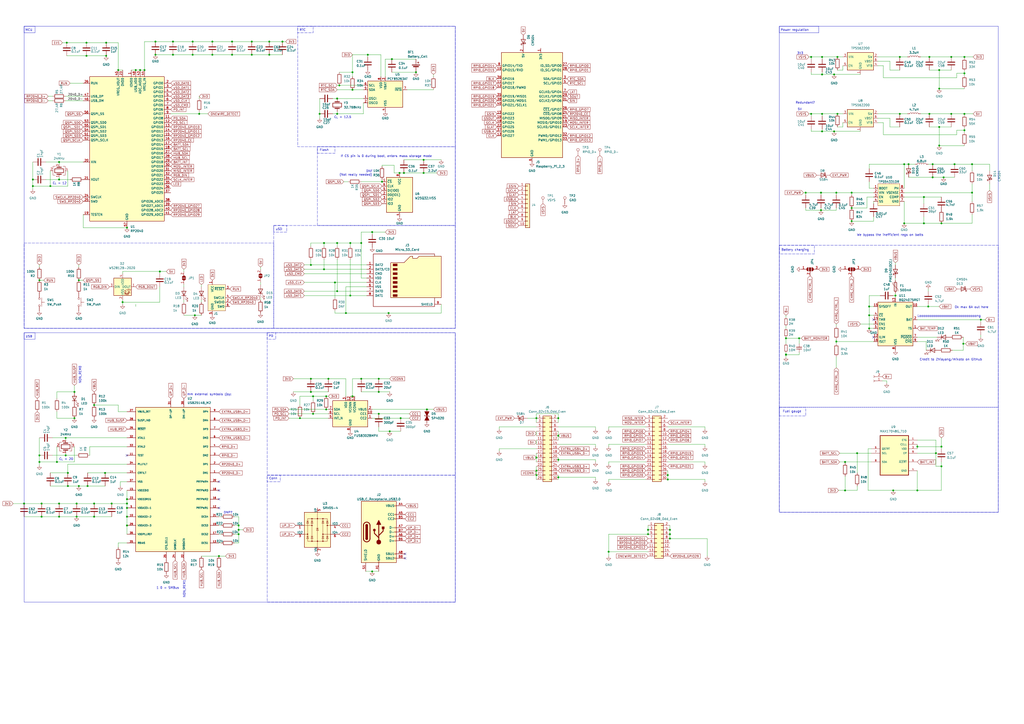
<source format=kicad_sch>
(kicad_sch (version 20231120) (generator "eeschema") (generator_version "8.0")
  (paper "A2")
  (lib_symbols
    (symbol "Battery_Management:BQ24075RGT"
      (property "Reference" "U" (at -8.89 13.97 0))
      (property "Value" "BQ24075RGT" (at 16.51 13.97 0))
      (symbol "BQ24075RGT_1_1"
        (pin passive line (at 12.7 -2.54 180) (length 2.54) (name "TS") (number "1"))
        (pin power_out line (at 12.7 10.16 180) (length 2.54) (name "OUT") (number "10"))
        (pin passive line (at 12.7 10.16 180) (length 2.54) hide (name "OUT") (number "11"))
        (pin passive line (at -12.7 -7.62 0) (length 2.54) (name "ILIM") (number "12"))
        (pin power_in line (at 0 15.24 270) (length 2.54) (name "IN") (number "13"))
        (pin input line (at -12.7 2.54 0) (length 2.54) (name "TMR") (number "14"))
        (pin input line (at -12.7 10.16 0) (length 2.54) (name "SYSOFF") (number "15"))
        (pin passive line (at -12.7 -10.16 0) (length 2.54) (name "ISET") (number "16"))
        (pin passive line (at 0 -15.24 90) (length 2.54) hide (name "VSS") (number "17"))
        (pin power_out line (at 12.7 2.54 180) (length 2.54) (name "BAT") (number "2"))
        (pin passive line (at 12.7 2.54 180) (length 2.54) hide (name "BAT") (number "3"))
        (pin input line (at -12.7 5.08 0) (length 2.54) (name "~{CE}") (number "4"))
        (pin input line (at -12.7 -2.54 0) (length 2.54) (name "EN2") (number "5"))
        (pin input line (at -12.7 0 0) (length 2.54) (name "EN1") (number "6"))
        (pin open_collector line (at 12.7 -7.62 180) (length 2.54) (name "~{PGOOD}") (number "7"))
        (pin power_in line (at 0 -15.24 90) (length 2.54) (name "VSS") (number "8"))
        (pin open_collector line (at 12.7 -10.16 180) (length 2.54) (name "~{CHG}") (number "9"))
      )
    )
    (symbol "Connector:Conn_01x02_Socket" (pin_names (offset 1.016) hide)
      (property "Reference" "J" (at 0 2.54 0))
      (property "Value" "Conn_01x02_Socket" (at 0 -5.08 0))
      (symbol "Conn_01x02_Socket_1_1"
        (pin passive line (at -5.08 0 0) (length 3.81) (name "Pin_1") (number "1"))
        (pin passive line (at -5.08 -2.54 0) (length 3.81) (name "Pin_2") (number "2"))
      )
    )
    (symbol "Connector:Conn_ARM_SWD_TagConnect_TC2030-NL" (in_bom no)
      (property "Reference" "J" (at 2.54 11.43 0))
      (property "Value" "Conn_ARM_SWD_TagConnect_TC2030-NL" (at 2.54 8.89 0))
      (symbol "Conn_ARM_SWD_TagConnect_TC2030-NL_0_0"
        (pin power_in line (at -2.54 10.16 270) (length 2.54) (name "VCC") (number "1"))
        (pin bidirectional line (at 7.62 -2.54 180) (length 2.54) (name "SWDIO") (number "2"))
        (pin open_collector line (at 7.62 5.08 180) (length 2.54) (name "~{RESET}") (number "3"))
        (pin output line (at 7.62 0 180) (length 2.54) (name "SWCLK") (number "4"))
        (pin power_in line (at -2.54 -10.16 90) (length 2.54) (name "GND") (number "5"))
        (pin input line (at 7.62 -5.08 180) (length 2.54) (name "SWO") (number "6"))
      )
    )
    (symbol "Connector:Micro_SD_Card" (pin_names (offset 1.016))
      (property "Reference" "J" (at -16.51 15.24 0))
      (property "Value" "Micro_SD_Card" (at 16.51 15.24 0))
      (symbol "Micro_SD_Card_1_1"
        (pin bidirectional line (at -22.86 7.62 0) (length 3.81) (name "DAT2") (number "1"))
        (pin bidirectional line (at -22.86 5.08 0) (length 3.81) (name "DAT3/CD") (number "2"))
        (pin input line (at -22.86 2.54 0) (length 3.81) (name "CMD") (number "3"))
        (pin power_in line (at -22.86 0 0) (length 3.81) (name "VDD") (number "4"))
        (pin input line (at -22.86 -2.54 0) (length 3.81) (name "CLK") (number "5"))
        (pin power_in line (at -22.86 -5.08 0) (length 3.81) (name "VSS") (number "6"))
        (pin bidirectional line (at -22.86 -7.62 0) (length 3.81) (name "DAT0") (number "7"))
        (pin bidirectional line (at -22.86 -10.16 0) (length 3.81) (name "DAT1") (number "8"))
        (pin passive line (at 20.32 -15.24 180) (length 3.81) (name "SHIELD") (number "9"))
      )
    )
    (symbol "Connector:Raspberry_Pi_2_3"
      (property "Reference" "J" (at -17.78 31.75 0))
      (property "Value" "Raspberry_Pi_2_3" (at 10.16 -31.75 0))
      (symbol "Raspberry_Pi_2_3_1_1"
        (pin power_in line (at 5.08 33.02 270) (length 2.54) (name "3V3") (number "1"))
        (pin bidirectional line (at -20.32 20.32 0) (length 2.54) (name "GPIO15/RXD") (number "10"))
        (pin bidirectional line (at -20.32 12.7 0) (length 2.54) (name "GPIO17") (number "11"))
        (pin bidirectional line (at -20.32 10.16 0) (length 2.54) (name "GPIO18/PWM0") (number "12"))
        (pin bidirectional line (at -20.32 -17.78 0) (length 2.54) (name "GPIO27") (number "13"))
        (pin passive line (at 0 -33.02 90) (length 2.54) hide (name "GND") (number "14"))
        (pin bidirectional line (at -20.32 -5.08 0) (length 2.54) (name "GPIO22") (number "15"))
        (pin bidirectional line (at -20.32 -7.62 0) (length 2.54) (name "GPIO23") (number "16"))
        (pin passive line (at 5.08 33.02 270) (length 2.54) hide (name "3V3") (number "17"))
        (pin bidirectional line (at -20.32 -10.16 0) (length 2.54) (name "GPIO24") (number "18"))
        (pin bidirectional line (at 20.32 -10.16 180) (length 2.54) (name "MOSI0/GPIO10") (number "19"))
        (pin power_in line (at -5.08 33.02 270) (length 2.54) (name "5V") (number "2"))
        (pin passive line (at 0 -33.02 90) (length 2.54) hide (name "GND") (number "20"))
        (pin bidirectional line (at 20.32 -7.62 180) (length 2.54) (name "MISO0/GPIO9") (number "21"))
        (pin bidirectional line (at -20.32 -12.7 0) (length 2.54) (name "GPIO25") (number "22"))
        (pin bidirectional line (at 20.32 -12.7 180) (length 2.54) (name "SCLK0/GPIO11") (number "23"))
        (pin bidirectional line (at 20.32 -5.08 180) (length 2.54) (name "~{CE0}/GPIO8") (number "24"))
        (pin passive line (at 0 -33.02 90) (length 2.54) hide (name "GND") (number "25"))
        (pin bidirectional line (at 20.32 -2.54 180) (length 2.54) (name "~{CE1}/GPIO7") (number "26"))
        (pin bidirectional line (at 20.32 22.86 180) (length 2.54) (name "ID_SD/GPIO0") (number "27"))
        (pin bidirectional line (at 20.32 20.32 180) (length 2.54) (name "ID_SC/GPIO1") (number "28"))
        (pin bidirectional line (at 20.32 5.08 180) (length 2.54) (name "GCLK1/GPIO5") (number "29"))
        (pin bidirectional line (at 20.32 15.24 180) (length 2.54) (name "SDA/GPIO2") (number "3"))
        (pin passive line (at 0 -33.02 90) (length 2.54) hide (name "GND") (number "30"))
        (pin bidirectional line (at 20.32 2.54 180) (length 2.54) (name "GCLK2/GPIO6") (number "31"))
        (pin bidirectional line (at 20.32 -17.78 180) (length 2.54) (name "PWM0/GPIO12") (number "32"))
        (pin bidirectional line (at 20.32 -20.32 180) (length 2.54) (name "PWM1/GPIO13") (number "33"))
        (pin passive line (at 0 -33.02 90) (length 2.54) hide (name "GND") (number "34"))
        (pin bidirectional line (at -20.32 5.08 0) (length 2.54) (name "GPIO19/MISO1") (number "35"))
        (pin bidirectional line (at -20.32 15.24 0) (length 2.54) (name "GPIO16") (number "36"))
        (pin bidirectional line (at -20.32 -15.24 0) (length 2.54) (name "GPIO26") (number "37"))
        (pin bidirectional line (at -20.32 2.54 0) (length 2.54) (name "GPIO20/MOSI1") (number "38"))
        (pin passive line (at 0 -33.02 90) (length 2.54) hide (name "GND") (number "39"))
        (pin passive line (at -5.08 33.02 270) (length 2.54) hide (name "5V") (number "4"))
        (pin bidirectional line (at -20.32 0 0) (length 2.54) (name "GPIO21/SCLK1") (number "40"))
        (pin bidirectional line (at 20.32 12.7 180) (length 2.54) (name "SCL/GPIO3") (number "5"))
        (pin power_in line (at 0 -33.02 90) (length 2.54) (name "GND") (number "6"))
        (pin bidirectional line (at 20.32 7.62 180) (length 2.54) (name "GCLK0/GPIO4") (number "7"))
        (pin bidirectional line (at -20.32 22.86 0) (length 2.54) (name "GPIO14/TXD") (number "8"))
        (pin passive line (at 0 -33.02 90) (length 2.54) hide (name "GND") (number "9"))
      )
    )
    (symbol "Connector:TestPoint" (pin_numbers hide) (pin_names (offset 0.762) hide)
      (property "Reference" "TP" (at 0 6.858 0))
      (property "Value" "TestPoint" (at 0 5.08 0))
      (symbol "TestPoint_1_1"
        (pin passive line (at 0 0 90) (length 2.54) (name "1") (number "1"))
      )
    )
    (symbol "Connector:USB_C_Receptacle_USB2.0" (pin_names (offset 1.016))
      (property "Reference" "J" (at -10.16 19.05 0))
      (property "Value" "USB_C_Receptacle_USB2.0" (at 19.05 19.05 0))
      (symbol "USB_C_Receptacle_USB2.0_1_1"
        (pin passive line (at 0 -22.86 90) (length 5.08) (name "GND") (number "A1"))
        (pin passive line (at 0 -22.86 90) (length 5.08) hide (name "GND") (number "A12"))
        (pin passive line (at 15.24 15.24 180) (length 5.08) (name "VBUS") (number "A4"))
        (pin bidirectional line (at 15.24 10.16 180) (length 5.08) (name "CC1") (number "A5"))
        (pin bidirectional line (at 15.24 -2.54 180) (length 5.08) (name "D+") (number "A6"))
        (pin bidirectional line (at 15.24 2.54 180) (length 5.08) (name "D-") (number "A7"))
        (pin bidirectional line (at 15.24 -12.7 180) (length 5.08) (name "SBU1") (number "A8"))
        (pin passive line (at 15.24 15.24 180) (length 5.08) hide (name "VBUS") (number "A9"))
        (pin passive line (at 0 -22.86 90) (length 5.08) hide (name "GND") (number "B1"))
        (pin passive line (at 0 -22.86 90) (length 5.08) hide (name "GND") (number "B12"))
        (pin passive line (at 15.24 15.24 180) (length 5.08) hide (name "VBUS") (number "B4"))
        (pin bidirectional line (at 15.24 7.62 180) (length 5.08) (name "CC2") (number "B5"))
        (pin bidirectional line (at 15.24 -5.08 180) (length 5.08) (name "D+") (number "B6"))
        (pin bidirectional line (at 15.24 0 180) (length 5.08) (name "D-") (number "B7"))
        (pin bidirectional line (at 15.24 -15.24 180) (length 5.08) (name "SBU2") (number "B8"))
        (pin passive line (at 15.24 15.24 180) (length 5.08) hide (name "VBUS") (number "B9"))
        (pin passive line (at -7.62 -22.86 90) (length 5.08) (name "SHIELD") (number "S1"))
      )
    )
    (symbol "Connector_Generic:Conn_01x10" (pin_names (offset 1.016) hide)
      (property "Reference" "J" (at 0 12.7 0))
      (property "Value" "Conn_01x10" (at 0 -15.24 0))
      (symbol "Conn_01x10_1_1"
        (pin passive line (at -5.08 10.16 0) (length 3.81) (name "Pin_1") (number "1"))
        (pin passive line (at -5.08 -12.7 0) (length 3.81) (name "Pin_10") (number "10"))
        (pin passive line (at -5.08 7.62 0) (length 3.81) (name "Pin_2") (number "2"))
        (pin passive line (at -5.08 5.08 0) (length 3.81) (name "Pin_3") (number "3"))
        (pin passive line (at -5.08 2.54 0) (length 3.81) (name "Pin_4") (number "4"))
        (pin passive line (at -5.08 0 0) (length 3.81) (name "Pin_5") (number "5"))
        (pin passive line (at -5.08 -2.54 0) (length 3.81) (name "Pin_6") (number "6"))
        (pin passive line (at -5.08 -5.08 0) (length 3.81) (name "Pin_7") (number "7"))
        (pin passive line (at -5.08 -7.62 0) (length 3.81) (name "Pin_8") (number "8"))
        (pin passive line (at -5.08 -10.16 0) (length 3.81) (name "Pin_9") (number "9"))
      )
    )
    (symbol "Connector_Generic:Conn_02x08_Odd_Even" (pin_names (offset 1.016) hide)
      (property "Reference" "J" (at 1.27 10.16 0))
      (property "Value" "Conn_02x08_Odd_Even" (at 1.27 -12.7 0))
      (symbol "Conn_02x08_Odd_Even_1_1"
        (pin passive line (at -5.08 7.62 0) (length 3.81) (name "Pin_1") (number "1"))
        (pin passive line (at 7.62 -2.54 180) (length 3.81) (name "Pin_10") (number "10"))
        (pin passive line (at -5.08 -5.08 0) (length 3.81) (name "Pin_11") (number "11"))
        (pin passive line (at 7.62 -5.08 180) (length 3.81) (name "Pin_12") (number "12"))
        (pin passive line (at -5.08 -7.62 0) (length 3.81) (name "Pin_13") (number "13"))
        (pin passive line (at 7.62 -7.62 180) (length 3.81) (name "Pin_14") (number "14"))
        (pin passive line (at -5.08 -10.16 0) (length 3.81) (name "Pin_15") (number "15"))
        (pin passive line (at 7.62 -10.16 180) (length 3.81) (name "Pin_16") (number "16"))
        (pin passive line (at 7.62 7.62 180) (length 3.81) (name "Pin_2") (number "2"))
        (pin passive line (at -5.08 5.08 0) (length 3.81) (name "Pin_3") (number "3"))
        (pin passive line (at 7.62 5.08 180) (length 3.81) (name "Pin_4") (number "4"))
        (pin passive line (at -5.08 2.54 0) (length 3.81) (name "Pin_5") (number "5"))
        (pin passive line (at 7.62 2.54 180) (length 3.81) (name "Pin_6") (number "6"))
        (pin passive line (at -5.08 0 0) (length 3.81) (name "Pin_7") (number "7"))
        (pin passive line (at 7.62 0 180) (length 3.81) (name "Pin_8") (number "8"))
        (pin passive line (at -5.08 -2.54 0) (length 3.81) (name "Pin_9") (number "9"))
      )
    )
    (symbol "Connector_Generic:Conn_02x15_Odd_Even" (pin_names (offset 1.016) hide)
      (property "Reference" "J" (at 1.27 20.32 0))
      (property "Value" "Conn_02x15_Odd_Even" (at 1.27 -20.32 0))
      (symbol "Conn_02x15_Odd_Even_1_1"
        (pin passive line (at -5.08 17.78 0) (length 3.81) (name "Pin_1") (number "1"))
        (pin passive line (at 7.62 7.62 180) (length 3.81) (name "Pin_10") (number "10"))
        (pin passive line (at -5.08 5.08 0) (length 3.81) (name "Pin_11") (number "11"))
        (pin passive line (at 7.62 5.08 180) (length 3.81) (name "Pin_12") (number "12"))
        (pin passive line (at -5.08 2.54 0) (length 3.81) (name "Pin_13") (number "13"))
        (pin passive line (at 7.62 2.54 180) (length 3.81) (name "Pin_14") (number "14"))
        (pin passive line (at -5.08 0 0) (length 3.81) (name "Pin_15") (number "15"))
        (pin passive line (at 7.62 0 180) (length 3.81) (name "Pin_16") (number "16"))
        (pin passive line (at -5.08 -2.54 0) (length 3.81) (name "Pin_17") (number "17"))
        (pin passive line (at 7.62 -2.54 180) (length 3.81) (name "Pin_18") (number "18"))
        (pin passive line (at -5.08 -5.08 0) (length 3.81) (name "Pin_19") (number "19"))
        (pin passive line (at 7.62 17.78 180) (length 3.81) (name "Pin_2") (number "2"))
        (pin passive line (at 7.62 -5.08 180) (length 3.81) (name "Pin_20") (number "20"))
        (pin passive line (at -5.08 -7.62 0) (length 3.81) (name "Pin_21") (number "21"))
        (pin passive line (at 7.62 -7.62 180) (length 3.81) (name "Pin_22") (number "22"))
        (pin passive line (at -5.08 -10.16 0) (length 3.81) (name "Pin_23") (number "23"))
        (pin passive line (at 7.62 -10.16 180) (length 3.81) (name "Pin_24") (number "24"))
        (pin passive line (at -5.08 -12.7 0) (length 3.81) (name "Pin_25") (number "25"))
        (pin passive line (at 7.62 -12.7 180) (length 3.81) (name "Pin_26") (number "26"))
        (pin passive line (at -5.08 -15.24 0) (length 3.81) (name "Pin_27") (number "27"))
        (pin passive line (at 7.62 -15.24 180) (length 3.81) (name "Pin_28") (number "28"))
        (pin passive line (at -5.08 -17.78 0) (length 3.81) (name "Pin_29") (number "29"))
        (pin passive line (at -5.08 15.24 0) (length 3.81) (name "Pin_3") (number "3"))
        (pin passive line (at 7.62 -17.78 180) (length 3.81) (name "Pin_30") (number "30"))
        (pin passive line (at 7.62 15.24 180) (length 3.81) (name "Pin_4") (number "4"))
        (pin passive line (at -5.08 12.7 0) (length 3.81) (name "Pin_5") (number "5"))
        (pin passive line (at 7.62 12.7 180) (length 3.81) (name "Pin_6") (number "6"))
        (pin passive line (at -5.08 10.16 0) (length 3.81) (name "Pin_7") (number "7"))
        (pin passive line (at 7.62 10.16 180) (length 3.81) (name "Pin_8") (number "8"))
        (pin passive line (at -5.08 7.62 0) (length 3.81) (name "Pin_9") (number "9"))
      )
    )
    (symbol "Device:Battery_Cell" (pin_numbers hide) (pin_names (offset 0) hide)
      (property "Reference" "BT1" (at -4.826 9.144 0))
      (property "Value" "Battery_Cell" (at -4.826 6.604 0))
      (symbol "Battery_Cell_1_1"
        (pin passive line (at 0 -2.54 90) (length 2.54) (name "-") (number "N"))
        (pin passive line (at 0 5.08 270) (length 2.54) (name "+") (number "P"))
      )
    )
    (symbol "Device:C" (pin_numbers hide) (pin_names (offset 0.254))
      (property "Reference" "C" (at 0.635 2.54 0))
      (property "Value" "C" (at 0.635 -2.54 0))
      (symbol "C_1_1"
        (pin passive line (at 0 3.81 270) (length 2.794) (name "~") (number "1"))
        (pin passive line (at 0 -3.81 90) (length 2.794) (name "~") (number "2"))
      )
    )
    (symbol "Device:C_Small" (pin_numbers hide) (pin_names (offset 0.254) hide)
      (property "Reference" "C" (at 0.254 1.778 0))
      (property "Value" "C_Small" (at 0.254 -2.032 0))
      (symbol "C_Small_1_1"
        (pin passive line (at 0 2.54 270) (length 2.032) (name "~") (number "1"))
        (pin passive line (at 0 -2.54 90) (length 2.032) (name "~") (number "2"))
      )
    )
    (symbol "Device:Crystal" (pin_numbers hide) (pin_names (offset 1.016) hide)
      (property "Reference" "Y" (at 0 3.81 0))
      (property "Value" "Crystal" (at 0 -3.81 0))
      (symbol "Crystal_1_1"
        (pin passive line (at -3.81 0 0) (length 1.27) (name "1") (number "1"))
        (pin passive line (at 3.81 0 180) (length 1.27) (name "2") (number "2"))
      )
    )
    (symbol "Device:Crystal_GND24" (pin_names (offset 1.016) hide)
      (property "Reference" "Y" (at 3.175 5.08 0))
      (property "Value" "Crystal_GND24" (at 3.175 3.175 0))
      (symbol "Crystal_GND24_1_1"
        (pin passive line (at -3.81 0 0) (length 1.27) (name "1") (number "1"))
        (pin passive line (at 0 5.08 270) (length 1.27) (name "2") (number "2"))
        (pin passive line (at 3.81 0 180) (length 1.27) (name "3") (number "3"))
        (pin passive line (at 0 -5.08 90) (length 1.27) (name "4") (number "4"))
      )
    )
    (symbol "Device:D_Schottky" (pin_numbers hide) (pin_names (offset 1.016) hide)
      (property "Reference" "D" (at 0 2.54 0))
      (property "Value" "D_Schottky" (at 0 -2.54 0))
      (symbol "D_Schottky_1_1"
        (pin passive line (at -3.81 0 0) (length 2.54) (name "K") (number "1"))
        (pin passive line (at 3.81 0 180) (length 2.54) (name "A") (number "2"))
      )
    )
    (symbol "Device:D_TVS_Filled" (pin_numbers hide) (pin_names (offset 1.016) hide)
      (property "Reference" "D" (at 0 2.54 0))
      (property "Value" "D_TVS_Filled" (at 0 -2.54 0))
      (symbol "D_TVS_Filled_1_1"
        (pin passive line (at -3.81 0 0) (length 2.54) (name "A1") (number "1"))
        (pin passive line (at 3.81 0 180) (length 2.54) (name "A2") (number "2"))
      )
    )
    (symbol "Device:L" (pin_numbers hide) (pin_names (offset 1.016) hide)
      (property "Reference" "L" (at -1.27 0 90))
      (property "Value" "L" (at 1.905 0 90))
      (symbol "L_1_1"
        (pin passive line (at 0 3.81 270) (length 1.27) (name "1") (number "1"))
        (pin passive line (at 0 -3.81 90) (length 1.27) (name "2") (number "2"))
      )
    )
    (symbol "Device:LED" (pin_numbers hide) (pin_names (offset 1.016) hide)
      (property "Reference" "D" (at 0 2.54 0))
      (property "Value" "LED" (at 0 -2.54 0))
      (symbol "LED_1_1"
        (pin passive line (at -3.81 0 0) (length 2.54) (name "K") (number "1"))
        (pin passive line (at 3.81 0 180) (length 2.54) (name "A") (number "2"))
      )
    )
    (symbol "Device:Polyfuse" (pin_numbers hide) (pin_names (offset 0))
      (property "Reference" "F" (at -2.54 0 90))
      (property "Value" "Polyfuse" (at 2.54 0 90))
      (symbol "Polyfuse_1_1"
        (pin passive line (at 0 3.81 270) (length 1.27) (name "~") (number "1"))
        (pin passive line (at 0 -3.81 90) (length 1.27) (name "~") (number "2"))
      )
    )
    (symbol "Device:R" (pin_numbers hide) (pin_names (offset 0))
      (property "Reference" "R" (at 2.032 0 90))
      (property "Value" "R" (at 0 0 90))
      (symbol "R_1_1"
        (pin passive line (at 0 3.81 270) (length 1.27) (name "~") (number "1"))
        (pin passive line (at 0 -3.81 90) (length 1.27) (name "~") (number "2"))
      )
    )
    (symbol "Device:R_Small" (pin_numbers hide) (pin_names (offset 0.254) hide)
      (property "Reference" "R" (at 0.762 0.508 0))
      (property "Value" "R_Small" (at 0.762 -1.016 0))
      (symbol "R_Small_1_1"
        (pin passive line (at 0 2.54 270) (length 0.762) (name "~") (number "1"))
        (pin passive line (at 0 -2.54 90) (length 0.762) (name "~") (number "2"))
      )
    )
    (symbol "GND_1" (power) (pin_numbers hide) (pin_names (offset 0) hide)
      (property "Value" "GND" (at 0 -3.81 0))
      (symbol "GND_1_1_1"
        (pin power_in line (at 0 0 270) (length 0) (name "~") (number "1"))
      )
    )
    (symbol "GND_10" (power) (pin_numbers hide) (pin_names (offset 0) hide)
      (property "Value" "GND" (at 0 -3.81 0))
      (symbol "GND_10_1_1"
        (pin power_in line (at 0 0 270) (length 0) (name "~") (number "1"))
      )
    )
    (symbol "GND_11" (power) (pin_numbers hide) (pin_names (offset 0) hide)
      (property "Value" "GND" (at 0 -3.81 0))
      (symbol "GND_11_1_1"
        (pin power_in line (at 0 0 270) (length 0) (name "~") (number "1"))
      )
    )
    (symbol "GND_12" (power) (pin_numbers hide) (pin_names (offset 0) hide)
      (property "Value" "GND" (at 0 -3.81 0))
      (symbol "GND_12_1_1"
        (pin power_in line (at 0 0 270) (length 0) (name "~") (number "1"))
      )
    )
    (symbol "GND_13" (power) (pin_numbers hide) (pin_names (offset 0) hide)
      (property "Value" "GND" (at 0 -3.81 0))
      (symbol "GND_13_1_1"
        (pin power_in line (at 0 0 270) (length 0) (name "~") (number "1"))
      )
    )
    (symbol "GND_14" (power) (pin_numbers hide) (pin_names (offset 0) hide)
      (property "Value" "GND" (at 0 -3.81 0))
      (symbol "GND_14_1_1"
        (pin power_in line (at 0 0 270) (length 0) (name "~") (number "1"))
      )
    )
    (symbol "GND_15" (power) (pin_numbers hide) (pin_names (offset 0) hide)
      (property "Value" "GND" (at 0 -3.81 0))
      (symbol "GND_15_1_1"
        (pin power_in line (at 0 0 270) (length 0) (name "~") (number "1"))
      )
    )
    (symbol "GND_16" (power) (pin_numbers hide) (pin_names (offset 0) hide)
      (property "Value" "GND" (at 0 -3.81 0))
      (symbol "GND_16_1_1"
        (pin power_in line (at 0 0 270) (length 0) (name "~") (number "1"))
      )
    )
    (symbol "GND_17" (power) (pin_numbers hide) (pin_names (offset 0) hide)
      (property "Value" "GND" (at 0 -3.81 0))
      (symbol "GND_17_1_1"
        (pin power_in line (at 0 0 270) (length 0) (name "~") (number "1"))
      )
    )
    (symbol "GND_18" (power) (pin_numbers hide) (pin_names (offset 0) hide)
      (property "Value" "GND" (at 0 -3.81 0))
      (symbol "GND_18_1_1"
        (pin power_in line (at 0 0 270) (length 0) (name "~") (number "1"))
      )
    )
    (symbol "GND_19" (power) (pin_numbers hide) (pin_names (offset 0) hide)
      (property "Value" "GND" (at 0 -3.81 0))
      (symbol "GND_19_1_1"
        (pin power_in line (at 0 0 270) (length 0) (name "~") (number "1"))
      )
    )
    (symbol "GND_2" (power) (pin_numbers hide) (pin_names (offset 0) hide)
      (property "Value" "GND" (at 0 -3.81 0))
      (symbol "GND_2_1_1"
        (pin power_in line (at 0 0 270) (length 0) (name "~") (number "1"))
      )
    )
    (symbol "GND_3" (power) (pin_numbers hide) (pin_names (offset 0) hide)
      (property "Value" "GND" (at 0 -3.81 0))
      (symbol "GND_3_1_1"
        (pin power_in line (at 0 0 270) (length 0) (name "~") (number "1"))
      )
    )
    (symbol "GND_4" (power) (pin_numbers hide) (pin_names (offset 0) hide)
      (property "Value" "GND" (at 0 -3.81 0))
      (symbol "GND_4_1_1"
        (pin power_in line (at 0 0 270) (length 0) (name "~") (number "1"))
      )
    )
    (symbol "GND_5" (power) (pin_numbers hide) (pin_names (offset 0) hide)
      (property "Value" "GND" (at 0 -3.81 0))
      (symbol "GND_5_1_1"
        (pin power_in line (at 0 0 270) (length 0) (name "~") (number "1"))
      )
    )
    (symbol "GND_6" (power) (pin_numbers hide) (pin_names (offset 0) hide)
      (property "Value" "GND" (at 0 -3.81 0))
      (symbol "GND_6_1_1"
        (pin power_in line (at 0 0 270) (length 0) (name "~") (number "1"))
      )
    )
    (symbol "GND_7" (power) (pin_numbers hide) (pin_names (offset 0) hide)
      (property "Value" "GND" (at 0 -3.81 0))
      (symbol "GND_7_1_1"
        (pin power_in line (at 0 0 270) (length 0) (name "~") (number "1"))
      )
    )
    (symbol "GND_8" (power) (pin_numbers hide) (pin_names (offset 0) hide)
      (property "Value" "GND" (at 0 -3.81 0))
      (symbol "GND_8_1_1"
        (pin power_in line (at 0 0 270) (length 0) (name "~") (number "1"))
      )
    )
    (symbol "GND_9" (power) (pin_numbers hide) (pin_names (offset 0) hide)
      (property "Value" "GND" (at 0 -3.81 0))
      (symbol "GND_9_1_1"
        (pin power_in line (at 0 0 270) (length 0) (name "~") (number "1"))
      )
    )
    (symbol "Interface_USB:FUSB302BMPX"
      (property "Reference" "U" (at -10.16 8.89 0))
      (property "Value" "FUSB302BMPX" (at 3.81 8.89 0))
      (symbol "FUSB302BMPX_1_1"
        (pin bidirectional line (at 12.7 -2.54 180) (length 2.54) (name "CC2") (number "1"))
        (pin bidirectional line (at 12.7 0 180) (length 2.54) (name "CC1") (number "10"))
        (pin bidirectional line (at 12.7 0 180) (length 2.54) hide (name "CC1") (number "11"))
        (pin power_in line (at 0 10.16 270) (length 2.54) (name "VCONN") (number "12"))
        (pin power_in line (at 2.54 10.16 270) (length 2.54) (name "VCONN") (number "13"))
        (pin bidirectional line (at 12.7 -2.54 180) (length 2.54) hide (name "CC2") (number "14"))
        (pin passive line (at 0 -10.16 90) (length 2.54) hide (name "GND") (number "15"))
        (pin input line (at 12.7 2.54 180) (length 2.54) (name "VBUS") (number "2"))
        (pin power_in line (at -2.54 10.16 270) (length 2.54) (name "VDD") (number "3"))
        (pin passive line (at -2.54 10.16 270) (length 2.54) hide (name "VDD") (number "4"))
        (pin open_collector line (at -12.7 -2.54 0) (length 2.54) (name "INT_N") (number "5"))
        (pin input line (at -12.7 0 0) (length 2.54) (name "SCL") (number "6"))
        (pin bidirectional line (at -12.7 2.54 0) (length 2.54) (name "SDA") (number "7"))
        (pin power_in line (at 0 -10.16 90) (length 2.54) (name "GND") (number "8"))
        (pin passive line (at 0 -10.16 90) (length 2.54) hide (name "GND") (number "9"))
      )
    )
    (symbol "Jumper:SolderJumper_2_Open" (pin_names (offset 0) hide)
      (property "Reference" "JP" (at 0 2.032 0))
      (property "Value" "SolderJumper_2_Open" (at 0 -2.54 0))
      (symbol "SolderJumper_2_Open_1_1"
        (pin passive line (at -3.81 0 0) (length 2.54) (name "A") (number "1"))
        (pin passive line (at 3.81 0 180) (length 2.54) (name "B") (number "2"))
      )
    )
    (symbol "Jumper:SolderJumper_3_Open" (pin_names (offset 0) hide) (exclude_from_sim yes) (in_bom no)
      (property "Reference" "JP" (at -2.54 -2.54 0))
      (property "Value" "SolderJumper_3_Open" (at 0 2.794 0))
      (symbol "SolderJumper_3_Open_1_1"
        (pin passive line (at -5.08 0 0) (length 2.54) (name "A") (number "1"))
        (pin passive line (at 0 -3.81 90) (length 2.54) (name "C") (number "2"))
        (pin passive line (at 5.08 0 180) (length 2.54) (name "B") (number "3"))
      )
    )
    (symbol "LED:WS2812B-2020" (pin_names (offset 0.254))
      (property "Reference" "D" (at 5.08 5.715 0))
      (property "Value" "WS2812B-2020" (at 1.27 -5.715 0))
      (symbol "WS2812B-2020_0_0"
        (text "RGB" (at 2.286 -4.191 0) (effects (font (size 0.762 0.762))))
      )
      (symbol "WS2812B-2020_1_1"
        (pin output line (at 7.62 0 180) (length 2.54) (name "DOUT") (number "1"))
        (pin power_in line (at 0 -7.62 90) (length 2.54) (name "VSS") (number "2"))
        (pin input line (at -7.62 0 0) (length 2.54) (name "DIN") (number "3"))
        (pin power_in line (at 0 7.62 270) (length 2.54) (name "VDD") (number "4"))
      )
    )
    (symbol "MAX17048G_T10:MAX17048G_T10" (pin_names (offset 1.016))
      (property "Reference" "U31" (at 3.81 12.7 0))
      (property "Value" "MAX17048G_T10" (at 3.81 10.16 0))
      (symbol "MAX17048G_T10_0_0"
        (pin power_in line (at 17.78 5.08 180) (length 5.08) (name "CTG") (number "1"))
        (pin power_in line (at 17.78 2.54 180) (length 5.08) (name "CELL") (number "2"))
        (pin power_in line (at 17.78 0 180) (length 5.08) (name "VDD") (number "3"))
        (pin power_in line (at 17.78 -12.7 180) (length 5.08) (name "GND") (number "4"))
        (pin output line (at 17.78 -7.62 180) (length 5.08) (name "~{ALERT}") (number "5"))
        (pin input line (at -8.89 0 0) (length 5.08) (name "QSTRT") (number "6"))
        (pin input line (at -8.89 -2.54 0) (length 5.08) (name "SCL") (number "7"))
        (pin bidirectional line (at -8.89 -7.62 0) (length 5.08) (name "SDA") (number "8"))
        (pin power_in line (at 17.78 -2.54 180) (length 5.08) (name "EP") (number "9"))
      )
    )
    (symbol "MCU_RaspberryPi:RP2040"
      (property "Reference" "U" (at 17.78 45.72 0))
      (property "Value" "RP2040" (at 17.78 43.18 0))
      (symbol "RP2040_1_1"
        (pin power_in line (at 2.54 45.72 270) (length 3.81) (name "IOVDD") (number "1"))
        (pin passive line (at 2.54 45.72 270) (length 3.81) hide (name "IOVDD") (number "10"))
        (pin bidirectional line (at 25.4 17.78 180) (length 3.81) (name "GPIO8") (number "11"))
        (pin bidirectional line (at 25.4 15.24 180) (length 3.81) (name "GPIO9") (number "12"))
        (pin bidirectional line (at 25.4 12.7 180) (length 3.81) (name "GPIO10") (number "13"))
        (pin bidirectional line (at 25.4 10.16 180) (length 3.81) (name "GPIO11") (number "14"))
        (pin bidirectional line (at 25.4 7.62 180) (length 3.81) (name "GPIO12") (number "15"))
        (pin bidirectional line (at 25.4 5.08 180) (length 3.81) (name "GPIO13") (number "16"))
        (pin bidirectional line (at 25.4 2.54 180) (length 3.81) (name "GPIO14") (number "17"))
        (pin bidirectional line (at 25.4 0 180) (length 3.81) (name "GPIO15") (number "18"))
        (pin input line (at -25.4 -38.1 0) (length 3.81) (name "TESTEN") (number "19"))
        (pin bidirectional line (at 25.4 38.1 180) (length 3.81) (name "GPIO0") (number "2"))
        (pin input line (at -25.4 -7.62 0) (length 3.81) (name "XIN") (number "20"))
        (pin passive line (at -25.4 -17.78 0) (length 3.81) (name "XOUT") (number "21"))
        (pin passive line (at 2.54 45.72 270) (length 3.81) hide (name "IOVDD") (number "22"))
        (pin power_in line (at -2.54 45.72 270) (length 3.81) (name "DVDD") (number "23"))
        (pin input line (at -25.4 -27.94 0) (length 3.81) (name "SWCLK") (number "24"))
        (pin bidirectional line (at -25.4 -30.48 0) (length 3.81) (name "SWD") (number "25"))
        (pin input line (at -25.4 38.1 0) (length 3.81) (name "RUN") (number "26"))
        (pin bidirectional line (at 25.4 -2.54 180) (length 3.81) (name "GPIO16") (number "27"))
        (pin bidirectional line (at 25.4 -5.08 180) (length 3.81) (name "GPIO17") (number "28"))
        (pin bidirectional line (at 25.4 -7.62 180) (length 3.81) (name "GPIO18") (number "29"))
        (pin bidirectional line (at 25.4 35.56 180) (length 3.81) (name "GPIO1") (number "3"))
        (pin bidirectional line (at 25.4 -10.16 180) (length 3.81) (name "GPIO19") (number "30"))
        (pin bidirectional line (at 25.4 -12.7 180) (length 3.81) (name "GPIO20") (number "31"))
        (pin bidirectional line (at 25.4 -15.24 180) (length 3.81) (name "GPIO21") (number "32"))
        (pin passive line (at 2.54 45.72 270) (length 3.81) hide (name "IOVDD") (number "33"))
        (pin bidirectional line (at 25.4 -17.78 180) (length 3.81) (name "GPIO22") (number "34"))
        (pin bidirectional line (at 25.4 -20.32 180) (length 3.81) (name "GPIO23") (number "35"))
        (pin bidirectional line (at 25.4 -22.86 180) (length 3.81) (name "GPIO24") (number "36"))
        (pin bidirectional line (at 25.4 -25.4 180) (length 3.81) (name "GPIO25") (number "37"))
        (pin bidirectional line (at 25.4 -30.48 180) (length 3.81) (name "GPIO26_ADC0") (number "38"))
        (pin bidirectional line (at 25.4 -33.02 180) (length 3.81) (name "GPIO27_ADC1") (number "39"))
        (pin bidirectional line (at 25.4 33.02 180) (length 3.81) (name "GPIO2") (number "4"))
        (pin bidirectional line (at 25.4 -35.56 180) (length 3.81) (name "GPIO28_ADC2") (number "40"))
        (pin bidirectional line (at 25.4 -38.1 180) (length 3.81) (name "GPIO29_ADC3") (number "41"))
        (pin passive line (at 2.54 45.72 270) (length 3.81) hide (name "IOVDD") (number "42"))
        (pin power_in line (at 7.62 45.72 270) (length 3.81) (name "ADC_AVDD") (number "43"))
        (pin power_in line (at 10.16 45.72 270) (length 3.81) (name "VREG_IN") (number "44"))
        (pin power_out line (at -5.08 45.72 270) (length 3.81) (name "VREG_VOUT") (number "45"))
        (pin bidirectional line (at -25.4 27.94 0) (length 3.81) (name "USB_DM") (number "46"))
        (pin bidirectional line (at -25.4 30.48 0) (length 3.81) (name "USB_DP") (number "47"))
        (pin power_in line (at 5.08 45.72 270) (length 3.81) (name "USB_VDD") (number "48"))
        (pin passive line (at 2.54 45.72 270) (length 3.81) hide (name "IOVDD") (number "49"))
        (pin bidirectional line (at 25.4 30.48 180) (length 3.81) (name "GPIO3") (number "5"))
        (pin passive line (at -2.54 45.72 270) (length 3.81) hide (name "DVDD") (number "50"))
        (pin bidirectional line (at -25.4 7.62 0) (length 3.81) (name "QSPI_SD3") (number "51"))
        (pin output line (at -25.4 5.08 0) (length 3.81) (name "QSPI_SCLK") (number "52"))
        (pin bidirectional line (at -25.4 15.24 0) (length 3.81) (name "QSPI_SD0") (number "53"))
        (pin bidirectional line (at -25.4 10.16 0) (length 3.81) (name "QSPI_SD2") (number "54"))
        (pin bidirectional line (at -25.4 12.7 0) (length 3.81) (name "QSPI_SD1") (number "55"))
        (pin bidirectional line (at -25.4 20.32 0) (length 3.81) (name "QSPI_SS") (number "56"))
        (pin power_in line (at 0 -45.72 90) (length 3.81) (name "GND") (number "57"))
        (pin bidirectional line (at 25.4 27.94 180) (length 3.81) (name "GPIO4") (number "6"))
        (pin bidirectional line (at 25.4 25.4 180) (length 3.81) (name "GPIO5") (number "7"))
        (pin bidirectional line (at 25.4 22.86 180) (length 3.81) (name "GPIO6") (number "8"))
        (pin bidirectional line (at 25.4 20.32 180) (length 3.81) (name "GPIO7") (number "9"))
      )
    )
    (symbol "Memory_Flash:W25Q32JVSS"
      (property "Reference" "U" (at -6.35 11.43 0))
      (property "Value" "W25Q32JVSS" (at 7.62 11.43 0))
      (symbol "W25Q32JVSS_1_1"
        (pin input line (at -10.16 7.62 0) (length 2.54) (name "~{CS}") (number "1"))
        (pin bidirectional line (at -10.16 0 0) (length 2.54) (name "DO(IO1)") (number "2"))
        (pin bidirectional line (at -10.16 -2.54 0) (length 2.54) (name "IO2") (number "3"))
        (pin power_in line (at 0 -12.7 90) (length 2.54) (name "GND") (number "4"))
        (pin bidirectional line (at -10.16 2.54 0) (length 2.54) (name "DI(IO0)") (number "5"))
        (pin input line (at -10.16 5.08 0) (length 2.54) (name "CLK") (number "6"))
        (pin bidirectional line (at -10.16 -5.08 0) (length 2.54) (name "IO3") (number "7"))
        (pin power_in line (at 0 12.7 270) (length 2.54) (name "VCC") (number "8"))
      )
    )
    (symbol "Power_Protection:SRV05-4" (pin_names (offset 0))
      (property "Reference" "U" (at -5.08 11.43 0))
      (property "Value" "SRV05-4" (at 2.54 11.43 0))
      (symbol "SRV05-4_1_1"
        (pin passive line (at -12.7 2.54 0) (length 5.08) (name "IO1") (number "1"))
        (pin passive line (at 0 -12.7 90) (length 2.54) (name "VN") (number "2"))
        (pin passive line (at -12.7 -2.54 0) (length 5.08) (name "IO2") (number "3"))
        (pin passive line (at 12.7 2.54 180) (length 5.08) (name "IO3") (number "4"))
        (pin passive line (at 0 12.7 270) (length 2.54) (name "VP") (number "5"))
        (pin passive line (at 12.7 -2.54 180) (length 5.08) (name "IO4") (number "6"))
      )
    )
    (symbol "Regulator_Switching:TPS562200"
      (property "Reference" "U" (at -7.62 6.35 0))
      (property "Value" "TPS562200" (at -2.54 6.35 0))
      (symbol "TPS562200_1_1"
        (pin power_in line (at 0 -7.62 90) (length 2.54) (name "GND") (number "1"))
        (pin output line (at 10.16 2.54 180) (length 2.54) (name "SW") (number "2"))
        (pin power_in line (at -10.16 2.54 0) (length 2.54) (name "VIN") (number "3"))
        (pin input line (at 10.16 -2.54 180) (length 2.54) (name "VFB") (number "4"))
        (pin input line (at -10.16 -2.54 0) (length 2.54) (name "EN") (number "5"))
        (pin passive line (at 10.16 0 180) (length 2.54) (name "VBST") (number "6"))
      )
    )
    (symbol "Switch:SW_Push" (pin_numbers hide) (pin_names (offset 1.016) hide)
      (property "Reference" "SW" (at 1.27 2.54 0))
      (property "Value" "SW_Push" (at 0 -1.524 0))
      (symbol "SW_Push_0_1"
        (pin passive line (at -5.08 0 0) (length 2.54) (name "1") (number "1"))
        (pin passive line (at 5.08 0 180) (length 2.54) (name "2") (number "2"))
      )
    )
    (symbol "TPS54331DR:TPS54331DR"
      (property "Reference" "U" (at -0.254 2.286 0))
      (property "Value" "TPS54331DR" (at 0 0 0))
      (symbol "TPS54331DR_1_1"
        (pin input line (at -8.89 -3.81 0) (length 2.54) (name "BOOT") (number "1"))
        (pin power_in line (at -8.89 -6.35 0) (length 2.54) (name "VIN") (number "2"))
        (pin input line (at -8.89 -8.89 0) (length 2.54) (name "EN") (number "3"))
        (pin input line (at -8.89 -11.43 0) (length 2.54) (name "SS") (number "4"))
        (pin input line (at 8.89 -6.35 180) (length 2.54) (name "VSENSE") (number "5"))
        (pin input line (at 8.89 -8.89 180) (length 2.54) (name "COMP") (number "6"))
        (pin power_in line (at 8.89 -11.43 180) (length 2.54) (name "GND") (number "7"))
        (pin power_out line (at 8.89 -3.81 180) (length 2.54) (name "PH") (number "8"))
      )
    )
    (symbol "Timer_RTC:PCF85263AT"
      (property "Reference" "U" (at -8.89 8.89 0))
      (property "Value" "PCF85263AT" (at 1.27 8.89 0))
      (symbol "PCF85263AT_1_1"
        (pin input line (at -12.7 -2.54 0) (length 2.54) (name "OSCI") (number "1"))
        (pin output line (at -12.7 -5.08 0) (length 2.54) (name "OSCO") (number "2"))
        (pin power_in line (at 0 10.16 270) (length 2.54) (name "VBAT") (number "3"))
        (pin power_in line (at 0 -10.16 90) (length 2.54) (name "VSS") (number "4"))
        (pin bidirectional line (at -12.7 2.54 0) (length 2.54) (name "SDA") (number "5"))
        (pin input line (at -12.7 5.08 0) (length 2.54) (name "SCL") (number "6"))
        (pin open_collector line (at 12.7 2.54 180) (length 2.54) (name "~{INTA}") (number "7"))
        (pin power_in line (at -2.54 10.16 270) (length 2.54) (name "VDD") (number "8"))
      )
    )
    (symbol "USB2514B_M2:USB2514B_M2" (pin_names (offset 1.016))
      (property "Reference" "U" (at 0 0 0))
      (property "Value" "USB2514B_M2" (at 0 0 0))
      (symbol "USB2514B_M2_0_0"
        (pin bidirectional line (at 27.94 -2.54 180) (length 5.08) (name "DM1") (number "1"))
        (pin bidirectional line (at -25.4 -27.94 0) (length 5.08) (name "VDDA33-2") (number "10"))
        (pin bidirectional line (at -25.4 7.62 0) (length 5.08) (name "TEST") (number "11"))
        (pin bidirectional line (at 27.94 -22.86 180) (length 5.08) (name "PRTPWR1") (number "12"))
        (pin bidirectional line (at 27.94 -43.18 180) (length 5.08) (name "OCS1") (number "13"))
        (pin bidirectional line (at -25.4 -2.54 0) (length 5.08) (name "CRFILT") (number "14"))
        (pin bidirectional line (at -25.4 -12.7 0) (length 5.08) (name "VDD33IO") (number "15"))
        (pin bidirectional line (at 27.94 -17.78 180) (length 5.08) (name "PRTPWR2") (number "16"))
        (pin bidirectional line (at 27.94 -38.1 180) (length 5.08) (name "OCS2") (number "17"))
        (pin bidirectional line (at 27.94 -12.7 180) (length 5.08) (name "PRTPWR3") (number "18"))
        (pin bidirectional line (at 27.94 -33.02 180) (length 5.08) (name "OCS3") (number "19"))
        (pin bidirectional line (at 27.94 2.54 180) (length 5.08) (name "DP1") (number "2"))
        (pin bidirectional line (at 27.94 -7.62 180) (length 5.08) (name "PRTPWR4") (number "20"))
        (pin bidirectional line (at 27.94 -27.94 180) (length 5.08) (name "OCS4") (number "21"))
        (pin bidirectional line (at 7.62 -53.34 90) (length 5.08) (name "SMBDATA") (number "22"))
        (pin bidirectional line (at -25.4 -17.78 0) (length 5.08) (name "VDD33REG") (number "23"))
        (pin bidirectional line (at 2.54 -53.34 90) (length 5.08) (name "SMBCLK") (number "24"))
        (pin bidirectional line (at -2.54 -53.34 90) (length 5.08) (name "CFG_SEL1") (number "25"))
        (pin bidirectional line (at -25.4 22.86 0) (length 5.08) (name "~{RESET}") (number "26"))
        (pin bidirectional line (at -25.4 33.02 0) (length 5.08) (name "VBUS_DET") (number "27"))
        (pin bidirectional line (at -25.4 27.94 0) (length 5.08) (name "SUSP_IND") (number "28"))
        (pin bidirectional line (at -25.4 -33.02 0) (length 5.08) (name "VDDA33-3") (number "29"))
        (pin bidirectional line (at 27.94 7.62 180) (length 5.08) (name "DM2") (number "3"))
        (pin bidirectional line (at 7.62 40.64 270) (length 5.08) (name "DM-UP") (number "30"))
        (pin bidirectional line (at 0 40.64 270) (length 5.08) (name "DP-UP") (number "31"))
        (pin bidirectional line (at -25.4 17.78 0) (length 5.08) (name "XTAL1") (number "32"))
        (pin bidirectional line (at -25.4 12.7 0) (length 5.08) (name "XTAL2") (number "33"))
        (pin bidirectional line (at -25.4 2.54 0) (length 5.08) (name "PLLFILT") (number "34"))
        (pin bidirectional line (at -25.4 -43.18 0) (length 5.08) (name "RBIAS") (number "35"))
        (pin bidirectional line (at -25.4 -38.1 0) (length 5.08) (name "VDDPLLREF") (number "36"))
        (pin bidirectional line (at -25.4 -7.62 0) (length 5.08) (name "VSS") (number "37"))
        (pin bidirectional line (at 27.94 12.7 180) (length 5.08) (name "DP2") (number "4"))
        (pin bidirectional line (at -25.4 -22.86 0) (length 5.08) (name "VDDA33-1") (number "5"))
        (pin bidirectional line (at 27.94 17.78 180) (length 5.08) (name "DM3") (number "6"))
        (pin bidirectional line (at 27.94 22.86 180) (length 5.08) (name "DP3") (number "7"))
        (pin bidirectional line (at 27.94 27.94 180) (length 5.08) (name "DM4") (number "8"))
        (pin bidirectional line (at 27.94 33.02 180) (length 5.08) (name "DP4") (number "9"))
      )
    )
    (symbol "power:GND" (power) (pin_names (offset 0))
      (property "Value" "GND" (at 0 -3.81 0))
      (symbol "GND_1_1"
        (pin power_in line (at 0 0 270) (length 0) hide (name "GND") (number "1"))
      )
    )
  )
  (junction (at 187.96 140.97))
  (junction (at 73.66 299.72))
  (junction (at 311.15 273.05))
  (junction (at 494.03 111.76))
  (junction (at 204.47 52.07))
  (junction (at 187.96 156.21))
  (junction (at 476.885 66.04))
  (junction (at 195.58 168.91))
  (junction (at 226.06 250.19))
  (junction (at 388.62 309.88))
  (junction (at 247.65 237.49))
  (junction (at 387.35 275.59))
  (junction (at 180.34 227.33))
  (junction (at 180.34 219.71))
  (junction (at 215.9 331.47))
  (junction (at 38.1 264.16))
  (junction (at 90.17 31.75))
  (junction (at 323.85 252.73))
  (junction (at 311.15 242.57))
  (junction (at 83.82 40.64))
  (junction (at 388.62 307.34))
  (junction (at 485.14 111.76))
  (junction (at 490.22 267.97))
  (junction (at 43.18 242.57))
  (junction (at 181.61 229.87))
  (junction (at 563.88 111.76))
  (junction (at 38.1 254))
  (junction (at 200.66 181.61))
  (junction (at 146.05 31.75))
  (junction (at 127 322.58))
  (junction (at 524.51 129.54))
  (junction (at 227.33 34.29))
  (junction (at 245.745 100.33))
  (junction (at 13.97 292.1))
  (junction (at 34.29 299.72))
  (junction (at 29.21 107.95))
  (junction (at 100.33 31.75))
  (junction (at 39.37 281.94))
  (junction (at 521.97 33.02))
  (junction (at 463.55 196.215))
  (junction (at 45.72 281.94))
  (junction (at 180.34 153.67))
  (junction (at 311.15 265.43))
  (junction (at 189.23 229.87))
  (junction (at 494.03 120.65))
  (junction (at 532.13 284.48))
  (junction (at 455.93 196.215))
  (junction (at 541.02 95.25))
  (junction (at 323.85 276.86))
  (junction (at 194.31 163.83))
  (junction (at 215.9 134.62))
  (junction (at 387.35 278.13))
  (junction (at 22.86 162.56))
  (junction (at 209.55 140.97))
  (junction (at 559.435 42.545))
  (junction (at 553.72 95.25))
  (junction (at 81.28 40.64))
  (junction (at 203.2 140.97))
  (junction (at 232.41 242.57))
  (junction (at 61.595 32.385))
  (junction (at 113.03 182.88))
  (junction (at 476.25 111.76))
  (junction (at 73.66 294.64))
  (junction (at 490.22 284.48))
  (junction (at 123.19 24.13))
  (junction (at 455.93 205.74) (diameter 1.016))
  (junction (at 497.205 262.89))
  (junction (at 115.57 66.04))
  (junction (at 353.06 320.04))
  (junction (at 521.97 66.04))
  (junction (at 24.13 299.72))
  (junction (at 234.315 100.33))
  (junction (at 524.51 95.25))
  (junction (at 539.115 33.02))
  (junction (at 138.43 309.88))
  (junction (at 527.05 95.25))
  (junction (at 547.37 102.87))
  (junction (at 156.21 31.75))
  (junction (at 44.45 292.1))
  (junction (at 19.05 107.95))
  (junction (at 559.435 66.04))
  (junction (at 544.83 84.455))
  (junction (at 173.99 242.57))
  (junction (at 483.87 76.2))
  (junction (at 146.05 24.13))
  (junction (at 204.47 229.87))
  (junction (at 532.13 259.08))
  (junction (at 54.61 234.95))
  (junction (at 375.92 309.88))
  (junction (at 241.3 41.91))
  (junction (at 483.87 43.18))
  (junction (at 539.115 66.04))
  (junction (at 156.21 24.13))
  (junction (at 559.435 75.565))
  (junction (at 546.1 270.51))
  (junction (at 535.94 129.54))
  (junction (at 50.165 32.385))
  (junction (at 245.745 92.71))
  (junction (at 90.17 24.13))
  (junction (at 375.92 307.34))
  (junction (at 45.72 162.56))
  (junction (at 111.76 24.13))
  (junction (at 92.71 157.48))
  (junction (at 50.165 24.765))
  (junction (at 39.37 274.32))
  (junction (at 323.85 242.57))
  (junction (at 163.83 24.13))
  (junction (at 60.96 274.32))
  (junction (at 535.94 114.3))
  (junction (at 50.8 281.94))
  (junction (at 470.535 66.04))
  (junction (at 551.815 66.04))
  (junction (at 476.25 121.92))
  (junction (at 73.66 304.8))
  (junction (at 538.48 177.8))
  (junction (at 134.62 24.13))
  (junction (at 544.83 73.66))
  (junction (at 494.03 128.27))
  (junction (at 138.43 307.34))
  (junction (at 22.86 267.97))
  (junction (at 221.615 105.41))
  (junction (at 38.735 24.765))
  (junction (at 73.66 289.56))
  (junction (at 209.55 219.71))
  (junction (at 551.815 33.02))
  (junction (at 185.42 66.04))
  (junction (at 195.58 57.15))
  (junction (at 323.85 266.7))
  (junction (at 541.02 102.87))
  (junction (at 544.83 51.435))
  (junction (at 504.19 177.8))
  (junction (at 485.14 198.12))
  (junction (at 19.05 104.14))
  (junction (at 476.885 33.02))
  (junction (at 568.96 185.42))
  (junction (at 100.33 24.13))
  (junction (at 476.885 76.2))
  (junction (at 34.29 292.1))
  (junction (at 204.47 41.91))
  (junction (at 196.85 49.53))
  (junction (at 542.925 262.89))
  (junction (at 138.43 304.8))
  (junction (at 485.775 33.02))
  (junction (at 111.76 31.75))
  (junction (at 467.36 111.76))
  (junction (at 195.58 140.97))
  (junction (at 546.1 129.54))
  (junction (at 476.885 43.18))
  (junction (at 54.61 299.72))
  (junction (at 544.83 40.64))
  (junction (at 68.58 40.64))
  (junction (at 388.62 312.42))
  (junction (at 519.43 171.45))
  (junction (at 71.12 175.26))
  (junction (at 190.5 219.71))
  (junction (at 213.36 31.75))
  (junction (at 559.435 33.02))
  (junction (at 34.29 93.98))
  (junction (at 219.71 227.33))
  (junction (at 311.15 275.59))
  (junction (at 203.2 171.45))
  (junction (at 34.29 104.14))
  (junction (at 24.13 292.1))
  (junction (at 546.1 259.08))
  (junction (at 78.74 40.64))
  (junction (at 219.71 240.03))
  (junction (at 518.16 284.48))
  (junction (at 219.71 219.71))
  (junction (at 225.425 181.61))
  (junction (at 33.02 267.97))
  (junction (at 189.23 237.49))
  (junction (at 61.595 24.765))
  (junction (at 558.8 199.39))
  (junction (at 73.66 132.08))
  (junction (at 44.45 299.72))
  (junction (at 43.18 227.33))
  (junction (at 64.77 292.1))
  (junction (at 470.535 33.02))
  (junction (at 73.66 292.1))
  (junction (at 504.19 190.5))
  (junction (at 504.19 182.88))
  (junction (at 485.775 66.04))
  (junction (at 54.61 292.1))
  (junction (at 563.88 95.25))
  (junction (at 123.19 31.75))
  (junction (at 134.62 31.75))
  (junction (at 22.86 264.16))
  (junction (at 181.61 240.03))
  (junction (at 195.58 66.04))
  (junction (at 231.775 100.33))
  (no_connect (at 127 279.4))
  (no_connect (at 73.66 264.16))
  (no_connect (at 127 289.56))
  (no_connect (at 127 294.64))
  (no_connect (at 234.95 321.31))
  (no_connect (at 506.73 185.42))
  (no_connect (at 127 284.48))
  (no_connect (at 234.95 323.85))
  (no_connect (at 506.73 195.58))
  (wire (pts (xy 33.02 267.97) (xy 43.18 267.97)))
  (wire (pts (xy 73.66 299.72) (xy 73.66 304.8)))
  (wire (pts (xy 311.15 273.05) (xy 311.15 270.51)))
  (wire (pts (xy 39.37 269.24) (xy 39.37 274.32)))
  (wire (pts (xy 251.46 43.18) (xy 251.46 44.45)))
  (wire (pts (xy 156.21 31.75) (xy 163.83 31.75)))
  (wire (pts (xy 73.66 284.48) (xy 73.66 289.56)))
  (wire (pts (xy 219.71 250.19) (xy 226.06 250.19)))
  (wire (pts (xy 215.9 134.62) (xy 215.9 135.89)))
  (wire (pts (xy 73.66 289.56) (xy 73.66 292.1)))
  (wire (pts (xy 116.84 173.99) (xy 116.84 175.26)))
  (wire (pts (xy 387.35 275.59) (xy 387.35 278.13)))
  (wire (pts (xy 209.55 227.33) (xy 219.71 227.33)))
  (wire (pts (xy 551.815 33.02) (xy 559.435 33.02)))
  (wire (pts (xy 311.15 273.05) (xy 311.15 275.59)))
  (wire (pts (xy 200.66 166.37) (xy 200.66 181.61)))
  (wire (pts (xy 113.03 182.88) (xy 116.84 182.88)))
  (wire (pts (xy 29.21 107.95) (xy 39.37 107.95)))
  (wire (pts (xy 497.205 284.48) (xy 497.205 281.94)))
  (wire (pts (xy 467.36 121.92) (xy 476.25 121.92)))
  (wire (pts (xy 195.58 66.04) (xy 210.82 66.04)))
  (wire (pts (xy 490.22 267.97) (xy 505.46 267.97)))
  (wire (pts (xy 470.535 66.04) (xy 476.885 66.04)))
  (wire (pts (xy 83.82 24.13) (xy 90.17 24.13)))
  (wire (pts (xy 470.535 43.18) (xy 470.535 41.91)))
  (wire (pts (xy 90.17 24.13) (xy 100.33 24.13)))
  (wire (pts (xy 90.17 31.75) (xy 100.33 31.75)))
  (wire (pts (xy 27.94 58.42) (xy 30.48 58.42)))
  (wire (pts (xy 156.21 24.13) (xy 163.83 24.13)))
  (wire (pts (xy 511.81 220.98) (xy 514.35 220.98)))
  (wire (pts (xy 509.27 35.56) (xy 516.255 35.56)))
  (wire (pts (xy 78.74 176.53) (xy 78.74 177.8)))
  (wire (pts (xy 39.37 99.06) (xy 39.37 107.95)))
  (wire (pts (xy 228.6 100.33) (xy 231.775 100.33)))
  (wire (pts (xy 323.85 265.43) (xy 323.85 266.7)))
  (wire (pts (xy 234.315 92.71) (xy 245.745 92.71)))
  (wire (pts (xy 408.94 269.24) (xy 408.94 267.97)))
  (wire (pts (xy 353.06 269.24) (xy 353.06 267.97)))
  (wire (pts (xy 539.115 73.66) (xy 544.83 73.66)))
  (wire (pts (xy 71.12 157.48) (xy 92.71 157.48)))
  (wire (pts (xy 553.72 95.25) (xy 563.88 95.25)))
  (wire (pts (xy 494.03 111.76) (xy 494.03 113.03)))
  (wire (pts (xy 455.93 196.215) (xy 463.55 196.215)))
  (wire (pts (xy 170.18 227.33) (xy 180.34 227.33)))
  (wire (pts (xy 219.71 219.71) (xy 226.06 219.71)))
  (wire (pts (xy 204.47 219.71) (xy 209.55 219.71)))
  (wire (pts (xy 506.73 125.73) (xy 506.73 128.27)))
  (wire (pts (xy 537.21 203.2) (xy 537.21 198.12)))
  (wire (pts (xy 483.87 76.2) (xy 499.11 76.2)))
  (wire (pts (xy 559.435 41.275) (xy 559.435 42.545)))
  (wire (pts (xy 100.33 31.75) (xy 111.76 31.75)))
  (wire (pts (xy 39.37 281.94) (xy 45.72 281.94)))
  (wire (pts (xy 504.19 190.5) (xy 506.73 190.5)))
  (wire (pts (xy 559.435 33.655) (xy 559.435 33.02)))
  (wire (pts (xy 547.37 102.87) (xy 553.72 102.87)))
  (wire (pts (xy 73.66 304.8) (xy 73.66 309.88)))
  (wire (pts (xy 323.85 266.7) (xy 323.85 267.97)))
  (wire (pts (xy 546.1 254) (xy 546.1 259.08)))
  (wire (pts (xy 467.36 113.03) (xy 467.36 111.76)))
  (wire (pts (xy 167.64 240.03) (xy 181.61 240.03)))
  (wire (pts (xy 195.58 57.15) (xy 210.82 57.15)))
  (wire (pts (xy 83.82 24.13) (xy 83.82 40.64)))
  (wire (pts (xy 81.28 40.64) (xy 83.82 40.64)))
  (wire (pts (xy 26.67 104.14) (xy 34.29 104.14)))
  (wire (pts (xy 194.31 181.61) (xy 200.66 181.61)))
  (wire (pts (xy 38.735 24.765) (xy 50.165 24.765)))
  (wire (pts (xy 19.05 107.95) (xy 29.21 107.95)))
  (wire (pts (xy 209.55 219.71) (xy 219.71 219.71)))
  (wire (pts (xy 45.72 153.67) (xy 45.72 154.94)))
  (wire (pts (xy 180.34 150.495) (xy 180.34 153.67)))
  (wire (pts (xy 568.96 185.42) (xy 571.5 185.42)))
  (wire (pts (xy 546.1 267.97) (xy 546.1 270.51)))
  (wire (pts (xy 73.66 314.96) (xy 68.58 314.96)))
  (wire (pts (xy 193.04 66.04) (xy 195.58 66.04)))
  (wire (pts (xy 559.435 42.545) (xy 554.99 42.545)))
  (wire (pts (xy 568.96 185.42) (xy 532.13 185.42)))
  (wire (pts (xy 408.94 247.65) (xy 387.35 247.65)))
  (wire (pts (xy 455.93 205.74) (xy 455.93 207.01)))
  (wire (pts (xy 27.94 55.88) (xy 30.48 55.88)))
  (wire (pts (xy 514.35 222.25) (xy 514.35 220.98)))
  (wire (pts (xy 212.09 331.47) (xy 215.9 331.47)))
  (wire (pts (xy 554.99 75.565) (xy 554.99 78.105)))
  (wire (pts (xy 504.19 105.41) (xy 504.19 109.22)))
  (wire (pts (xy 559.435 42.545) (xy 559.435 43.815)))
  (wire (pts (xy 245.745 92.71) (xy 255.905 92.71)))
  (wire (pts (xy 116.84 165.1) (xy 116.84 166.37)))
  (wire (pts (xy 193.04 57.15) (xy 195.58 57.15)))
  (wire (pts (xy 185.42 66.04) (xy 185.42 68.58)))
  (wire (pts (xy 467.36 121.92) (xy 467.36 120.65)))
  (wire (pts (xy 504.19 95.25) (xy 524.51 95.25)))
  (wire (pts (xy 138.43 299.72) (xy 135.89 299.72)))
  (wire (pts (xy 219.71 247.65) (xy 219.71 250.19)))
  (wire (pts (xy 54.61 292.1) (xy 64.77 292.1)))
  (wire (pts (xy 463.55 196.215) (xy 463.55 199.39)))
  (wire (pts (xy 123.19 24.13) (xy 134.62 24.13)))
  (wire (pts (xy 38.1 254) (xy 38.1 255.27)))
  (wire (pts (xy 204.47 52.07) (xy 210.82 52.07)))
  (wire (pts (xy 512.445 45.085) (xy 512.445 38.1)))
  (wire (pts (xy 485.14 198.12) (xy 485.14 199.39)))
  (wire (pts (xy 455.93 182.88) (xy 455.93 184.15)))
  (wire (pts (xy 68.58 238.76) (xy 73.66 238.76)))
  (wire (pts (xy 176.53 163.83) (xy 194.31 163.83)))
  (wire (pts (xy 219.71 227.33) (xy 226.06 227.33)))
  (wire (pts (xy 78.74 40.64) (xy 81.28 40.64)))
  (wire (pts (xy 219.71 240.03) (xy 215.9 240.03)))
  (wire (pts (xy 476.885 66.04) (xy 485.775 66.04)))
  (wire (pts (xy 306.07 242.57) (xy 311.15 242.57)))
  (wire (pts (xy 476.885 33.02) (xy 485.775 33.02)))
  (wire (pts (xy 123.19 31.75) (xy 134.62 31.75)))
  (wire (pts (xy 524.51 95.25) (xy 527.05 95.25)))
  (wire (pts (xy 494.03 128.27) (xy 506.73 128.27)))
  (wire (pts (xy 209.55 134.62) (xy 215.9 134.62)))
  (wire (pts (xy 187.96 156.21) (xy 212.725 156.21)))
  (wire (pts (xy 22.86 153.67) (xy 22.86 154.94)))
  (wire (pts (xy 289.56 247.65) (xy 311.15 247.65)))
  (wire (pts (xy 560.07 199.39) (xy 558.8 199.39)))
  (wire (pts (xy 568.96 185.42) (xy 568.96 186.69)))
  (wire (pts (xy 180.34 219.71) (xy 190.5 219.71)))
  (wire (pts (xy 196.85 49.53) (xy 210.82 49.53)))
  (wire (pts (xy 73.66 269.24) (xy 39.37 269.24)))
  (wire (pts (xy 100.33 24.13) (xy 111.76 24.13)))
  (wire (pts (xy 180.34 153.67) (xy 212.725 153.67)))
  (wire (pts (xy 138.43 314.96) (xy 135.89 314.96)))
  (wire (pts (xy 311.15 242.57) (xy 311.15 245.11)))
  (wire (pts (xy 115.57 55.88) (xy 115.57 57.15)))
  (wire (pts (xy 532.13 255.27) (xy 542.925 255.27)))
  (wire (pts (xy 209.55 105.41) (xy 221.615 105.41)))
  (wire (pts (xy 106.68 165.1) (xy 106.68 166.37)))
  (wire (pts (xy 544.83 51.435) (xy 559.435 51.435)))
  (wire (pts (xy 200.66 166.37) (xy 212.725 166.37)))
  (wire (pts (xy 204.47 229.87) (xy 205.74 229.87)))
  (wire (pts (xy 504.19 95.25) (xy 504.19 97.79)))
  (wire (pts (xy 476.25 121.92) (xy 476.25 120.65)))
  (wire (pts (xy 34.29 93.98) (xy 34.29 95.25)))
  (wire (pts (xy 48.26 124.46) (xy 48.26 132.08)))
  (wire (pts (xy 204.47 41.91) (xy 204.47 31.75)))
  (wire (pts (xy 68.58 314.96) (xy 68.58 317.5)))
  (wire (pts (xy 34.29 292.1) (xy 44.45 292.1)))
  (wire (pts (xy 546.1 129.54) (xy 563.88 129.54)))
  (wire (pts (xy 542.925 262.89) (xy 542.925 270.51)))
  (wire (pts (xy 34.29 93.98) (xy 48.26 93.98)))
  (wire (pts (xy 71.12 175.26) (xy 92.71 175.26)))
  (wire (pts (xy 559.435 75.565) (xy 559.435 76.835)))
  (wire (pts (xy 225.425 181.61) (xy 255.905 181.61)))
  (wire (pts (xy 173.99 242.57) (xy 190.5 242.57)))
  (wire (pts (xy 534.035 33.02) (xy 539.115 33.02)))
  (wire (pts (xy 487.045 267.97) (xy 490.22 267.97)))
  (wire (pts (xy 138.43 304.8) (xy 135.89 304.8)))
  (wire (pts (xy 527.05 102.87) (xy 541.02 102.87)))
  (wire (pts (xy 503.555 260.35) (xy 503.555 284.48)))
  (wire (pts (xy 538.48 177.8) (xy 544.83 177.8)))
  (wire (pts (xy 408.94 278.13) (xy 387.35 278.13)))
  (wire (pts (xy 455.93 196.215) (xy 455.93 199.39)))
  (wire (pts (xy 134.62 31.75) (xy 146.05 31.75)))
  (wire (pts (xy 505.46 260.35) (xy 503.555 260.35)))
  (wire (pts (xy 30.48 254) (xy 38.1 254)))
  (wire (pts (xy 92.71 175.26) (xy 92.71 166.37)))
  (wire (pts (xy 29.21 281.94) (xy 39.37 281.94)))
  (wire (pts (xy 476.885 43.18) (xy 483.87 43.18)))
  (wire (pts (xy 116.84 322.58) (xy 127 322.58)))
  (wire (pts (xy 71.12 175.26) (xy 71.12 176.53)))
  (wire (pts (xy 323.85 266.7) (xy 345.44 266.7)))
  (wire (pts (xy 470.535 34.29) (xy 470.535 33.02)))
  (wire (pts (xy 140.97 307.34) (xy 138.43 307.34)))
  (wire (pts (xy 485.14 196.85) (xy 485.14 198.12)))
  (wire (pts (xy 546.1 270.51) (xy 546.1 284.48)))
  (wire (pts (xy 559.435 66.04) (xy 564.515 66.04)))
  (wire (pts (xy 106.68 182.88) (xy 113.03 182.88)))
  (wire (pts (xy 48.26 132.08) (xy 73.66 132.08)))
  (wire (pts (xy 512.445 71.12) (xy 509.27 71.12)))
  (wire (pts (xy 146.05 31.75) (xy 156.21 31.75)))
  (wire (pts (xy 24.13 292.1) (xy 34.29 292.1)))
  (wire (pts (xy 64.77 292.1) (xy 73.66 292.1)))
  (wire (pts (xy 34.29 299.72) (xy 44.45 299.72)))
  (wire (pts (xy 558.8 195.58) (xy 558.8 199.39)))
  (wire (pts (xy 353.06 320.04) (xy 375.92 320.04)))
  (wire (pts (xy 408.94 248.92) (xy 408.94 247.65)))
  (wire (pts (xy 574.04 110.49) (xy 574.04 106.68)))
  (wire (pts (xy 534.035 66.04) (xy 539.115 66.04)))
  (wire (pts (xy 311.15 275.59) (xy 311.15 278.13)))
  (wire (pts (xy 115.57 66.04) (xy 99.06 66.04)))
  (wire (pts (xy 408.94 279.4) (xy 408.94 278.13)))
  (wire (pts (xy 227.33 34.29) (xy 223.52 34.29)))
  (wire (pts (xy 13.97 299.72) (xy 24.13 299.72)))
  (wire (pts (xy 502.92 114.3) (xy 506.73 114.3)))
  (wire (pts (xy 221.615 95.885) (xy 221.615 96.52)))
  (wire (pts (xy 187.96 140.97) (xy 187.96 142.875)))
  (wire (pts (xy 558.8 199.39) (xy 558.8 203.2)))
  (wire (pts (xy 568.96 195.58) (xy 568.96 194.31)))
  (wire (pts (xy 541.02 95.25) (xy 553.72 95.25)))
  (wire (pts (xy 516.255 35.56) (xy 516.255 40.64)))
  (wire (pts (xy 106.68 173.99) (xy 106.68 175.26)))
  (wire (pts (xy 22.86 162.56) (xy 25.4 162.56)))
  (wire (pts (xy 353.06 278.13) (xy 374.65 278.13)))
  (wire (pts (xy 200.66 219.71) (xy 190.5 219.71)))
  (wire (pts (xy 408.94 267.97) (xy 387.35 267.97)))
  (wire (pts (xy 115.57 64.77) (xy 115.57 66.04)))
  (wire (pts (xy 138.43 307.34) (xy 138.43 309.88)))
  (wire (pts (xy 311.15 262.89) (xy 311.15 265.43)))
  (wire (pts (xy 19.05 109.855) (xy 19.05 107.95)))
  (wire (pts (xy 138.43 299.72) (xy 138.43 304.8)))
  (wire (pts (xy 120.65 66.04) (xy 115.57 66.04)))
  (wire (pts (xy 213.36 31.75) (xy 220.98 31.75)))
  (wire (pts (xy 151.13 163.83) (xy 151.13 165.1)))
  (wire (pts (xy 221.615 104.14) (xy 221.615 105.41)))
  (wire (pts (xy 195.58 52.07) (xy 204.47 52.07)))
  (wire (pts (xy 181.61 232.41) (xy 181.61 229.87)))
  (wire (pts (xy 227.33 41.91) (xy 241.3 41.91)))
  (wire (pts (xy 128.27 299.72) (xy 127 299.72)))
  (wire (pts (xy 69.85 281.94) (xy 69.85 279.4)))
  (wire (pts (xy 194.31 180.34) (xy 194.31 181.61)))
  (wire (pts (xy 476.885 67.31) (xy 476.885 66.04)))
  (wire (pts (xy 323.85 275.59) (xy 323.85 276.86)))
  (wire (pts (xy 509.27 66.04) (xy 521.97 66.04)))
  (wire (pts (xy 466.09 111.76) (xy 467.36 111.76)))
  (wire (pts (xy 24.13 299.72) (xy 34.29 299.72)))
  (wire (pts (xy 181.61 240.03) (xy 190.5 240.03)))
  (wire (pts (xy 68.58 40.64) (xy 71.12 40.64)))
  (wire (pts (xy 212.725 161.29) (xy 209.55 161.29)))
  (wire (pts (xy 490.22 276.225) (xy 490.22 284.48)))
  (wire (pts (xy 469.265 33.02) (xy 470.535 33.02)))
  (wire (pts (xy 60.96 274.32) (xy 73.66 274.32)))
  (wire (pts (xy 173.99 229.87) (xy 173.99 234.95)))
  (wire (pts (xy 485.14 198.12) (xy 506.73 198.12)))
  (wire (pts (xy 289.56 248.92) (xy 289.56 247.65)))
  (wire (pts (xy 236.22 52.07) (xy 251.46 52.07)))
  (wire (pts (xy 544.83 40.64) (xy 544.83 51.435)))
  (wire (pts (xy 516.255 68.58) (xy 516.255 73.66)))
  (wire (pts (xy 176.53 156.21) (xy 187.96 156.21)))
  (wire (pts (xy 504.19 171.45) (xy 504.19 177.8)))
  (wire (pts (xy 470.535 67.31) (xy 470.535 66.04)))
  (wire (pts (xy 203.2 171.45) (xy 212.725 171.45)))
  (wire (pts (xy 519.43 162.56) (xy 519.43 161.29)))
  (wire (pts (xy 189.23 237.49) (xy 190.5 237.49)))
  (wire (pts (xy 485.775 66.04) (xy 488.95 66.04)))
  (wire (pts (xy 52.07 259.08) (xy 73.66 259.08)))
  (wire (pts (xy 138.43 309.88) (xy 135.89 309.88)))
  (wire (pts (xy 535.94 129.54) (xy 546.1 129.54)))
  (wire (pts (xy 510.54 171.45) (xy 504.19 171.45)))
  (wire (pts (xy 50.165 32.385) (xy 61.595 32.385)))
  (wire (pts (xy 189.23 229.87) (xy 190.5 229.87)))
  (wire (pts (xy 559.435 33.02) (xy 564.515 33.02)))
  (wire (pts (xy 486.41 284.48) (xy 490.22 284.48)))
  (wire (pts (xy 19.05 107.95) (xy 19.05 104.14)))
  (wire (pts (xy 223.52 34.29) (xy 223.52 44.45)))
  (wire (pts (xy 210.82 66.04) (xy 210.82 59.69)))
  (wire (pts (xy 485.775 40.64) (xy 488.95 40.64)))
  (wire (pts (xy 38.1 254) (xy 73.66 254)))
  (wire (pts (xy 223.52 134.62) (xy 215.9 134.62)))
  (wire (pts (xy 542.925 255.27) (xy 542.925 262.89)))
  (wire (pts (xy 455.93 205.74) (xy 463.55 205.74)))
  (wire (pts (xy 554.99 45.085) (xy 512.445 45.085)))
  (wire (pts (xy 128.27 304.8) (xy 127 304.8)))
  (wire (pts (xy 203.2 142.875) (xy 203.2 140.97)))
  (wire (pts (xy 204.47 41.91) (xy 196.85 41.91)))
  (wire (pts (xy 541.02 102.87) (xy 547.37 102.87)))
  (wire (pts (xy 38.735 32.385) (xy 50.165 32.385)))
  (wire (pts (xy 226.06 250.19) (xy 232.41 250.19)))
  (wire (pts (xy 506.73 118.11) (xy 506.73 116.84)))
  (wire (pts (xy 519.43 170.18) (xy 519.43 171.45)))
  (wire (pts (xy 499.11 187.96) (xy 506.73 187.96)))
  (wire (pts (xy 221.615 95.885) (xy 228.6 95.885)))
  (wire (pts (xy 127 322.58) (xy 130.81 322.58)))
  (wire (pts (xy 408.94 257.81) (xy 387.35 257.81)))
  (wire (pts (xy 388.62 309.88) (xy 388.62 312.42)))
  (wire (pts (xy 52.07 264.16) (xy 52.07 259.08)))
  (wire (pts (xy 203.2 150.495) (xy 203.2 171.45)))
  (wire (pts (xy 375.92 307.34) (xy 375.92 309.88)))
  (wire (pts (xy 539.115 66.04) (xy 551.815 66.04)))
  (wire (pts (xy 194.31 163.83) (xy 194.31 172.72)))
  (wire (pts (xy 38.1 262.89) (xy 38.1 264.16)))
  (wire (pts (xy 532.13 259.08) (xy 546.1 259.08)))
  (wire (pts (xy 195.58 168.91) (xy 212.725 168.91)))
  (wire (pts (xy 524.51 114.3) (xy 535.94 114.3)))
  (wire (pts (xy 538.48 177.8) (xy 532.13 177.8)))
  (wire (pts (xy 237.49 240.03) (xy 219.71 240.03)))
  (wire (pts (xy 494.03 120.65) (xy 502.92 120.65)))
  (wire (pts (xy 187.96 140.97) (xy 195.58 140.97)))
  (wire (pts (xy 485.775 33.02) (xy 488.95 33.02)))
  (wire (pts (xy 353.06 247.65) (xy 374.65 247.65)))
  (wire (pts (xy 245.745 100.33) (xy 253.365 100.33)))
  (wire (pts (xy 22.86 267.97) (xy 22.86 264.16)))
  (wire (pts (xy 200.66 181.61) (xy 225.425 181.61)))
  (wire (pts (xy 33.02 242.57) (xy 43.18 242.57)))
  (wire (pts (xy 111.76 24.13) (xy 123.19 24.13)))
  (wire (pts (xy 476.25 111.76) (xy 485.14 111.76)))
  (wire (pts (xy 539.115 40.64) (xy 544.83 40.64)))
  (wire (pts (xy 455.93 204.47) (xy 455.93 205.74)))
  (wire (pts (xy 195.58 64.77) (xy 195.58 66.04)))
  (wire (pts (xy 40.64 48.26) (xy 48.26 48.26)))
  (wire (pts (xy 467.36 111.76) (xy 476.25 111.76)))
  (wire (pts (xy 532.13 195.58) (xy 543.56 195.58)))
  (wire (pts (xy 388.62 312.42) (xy 410.21 312.42)))
  (wire (pts (xy 69.85 279.4) (xy 73.66 279.4)))
  (wire (pts (xy 506.73 177.8) (xy 504.19 177.8)))
  (wire (pts (xy 524.51 95.25) (xy 524.51 109.22)))
  (wire (pts (xy 194.31 163.83) (xy 212.725 163.83)))
  (wire (pts (xy 455.93 195.58) (xy 455.93 196.215)))
  (wire (pts (xy 408.94 259.08) (xy 408.94 257.81)))
  (wire (pts (xy 537.21 198.12) (xy 532.13 198.12)))
  (wire (pts (xy 311.15 255.27) (xy 311.15 257.81)))
  (wire (pts (xy 490.22 284.48) (xy 497.205 284.48)))
  (wire (pts (xy 387.35 273.05) (xy 387.35 275.59)))
  (wire (pts (xy 311.15 265.43) (xy 311.15 267.97)))
  (wire (pts (xy 323.85 240.03) (xy 311.15 240.03)))
  (wire (pts (xy 544.83 73.66) (xy 551.815 73.66)))
  (wire (pts (xy 504.19 109.22) (xy 506.73 109.22)))
  (wire (pts (xy 38.1 58.42) (xy 48.26 58.42)))
  (wire (pts (xy 485.14 187.96) (xy 485.14 189.23)))
  (wire (pts (xy 227.33 34.29) (xy 241.3 34.29)))
  (wire (pts (xy 485.14 113.03) (xy 485.14 111.76)))
  (wire (pts (xy 237.49 242.57) (xy 232.41 242.57)))
  (wire (pts (xy 255.905 181.61) (xy 255.905 176.53)))
  (wire (pts (xy 469.265 66.04) (xy 470.535 66.04)))
  (wire (pts (xy 463.55 196.215) (xy 464.82 196.215)))
  (wire (pts (xy 323.85 240.03) (xy 323.85 242.57)))
  (wire (pts (xy 563.88 99.06) (xy 563.88 95.25)))
  (wire (pts (xy 345.44 247.65) (xy 323.85 247.65)))
  (wire (pts (xy 485.775 73.66) (xy 488.95 73.66)))
  (wire (pts (xy 34.29 104.14) (xy 40.64 104.14)))
  (wire (pts (xy 476.885 34.29) (xy 476.885 33.02)))
  (wire (pts (xy 494.03 111.76) (xy 506.73 111.76)))
  (wire (pts (xy 563.88 106.68) (xy 563.88 111.76)))
  (wire (pts (xy 29.21 107.95) (xy 29.21 99.06)))
  (wire (pts (xy 490.22 268.605) (xy 490.22 267.97)))
  (wire (pts (xy 559.435 75.565) (xy 554.99 75.565)))
  (wire (pts (xy 176.53 171.45) (xy 203.2 171.45)))
  (wire (pts (xy 544.83 84.455) (xy 559.435 84.455)))
  (wire (pts (xy 203.2 229.87) (xy 204.47 229.87)))
  (wire (pts (xy 485.14 111.76) (xy 494.03 111.76)))
  (wire (pts (xy 247.65 237.49) (xy 215.9 237.49)))
  (wire (pts (xy 36.195 24.765) (xy 38.735 24.765)))
  (wire (pts (xy 554.99 42.545) (xy 554.99 45.085)))
  (wire (pts (xy 146.05 24.13) (xy 156.21 24.13)))
  (wire (pts (xy 463.55 205.74) (xy 463.55 204.47)))
  (wire (pts (xy 50.8 274.32) (xy 60.96 274.32)))
  (wire (pts (xy 43.18 259.08) (xy 43.18 267.97)))
  (wire (pts (xy 388.62 304.8) (xy 388.62 307.34)))
  (wire (pts (xy 128.27 314.96) (xy 127 314.96)))
  (wire (pts (xy 228.6 95.885) (xy 228.6 100.33)))
  (wire (pts (xy 38.1 264.16) (xy 44.45 264.16)))
  (wire (pts (xy 524.51 116.84) (xy 524.51 129.54)))
  (wire (pts (xy 476.885 74.93) (xy 476.885 76.2)))
  (wire (pts (xy 353.06 248.92) (xy 353.06 247.65)))
  (wire (pts (xy 170.18 219.71) (xy 180.34 219.71)))
  (wire (pts (xy 516.255 40.64) (xy 521.97 40.64)))
  (wire (pts (xy 532.13 257.81) (xy 532.13 259.08)))
  (wire (pts (xy 180.34 142.875) (xy 180.34 140.97)))
  (wire (pts (xy 559.435 74.295) (xy 559.435 75.565)))
  (wire (pts (xy 485.14 207.01) (xy 485.14 213.36)))
  (wire (pts (xy 524.51 111.76) (xy 563.88 111.76)))
  (wire (pts (xy 22.86 269.875) (xy 22.86 267.97)))
  (wire (pts (xy 209.55 161.29) (xy 209.55 140.97)))
  (wire (pts (xy 213.36 31.75) (xy 213.36 33.02)))
  (wire (pts (xy 151.13 172.72) (xy 151.13 173.99)))
  (wire (pts (xy 134.62 24.13) (xy 146.05 24.13)))
  (wire (pts (xy 29.21 274.32) (xy 39.37 274.32)))
  (wire (pts (xy 546.1 284.48) (xy 532.13 284.48)))
  (wire (pts (xy 539.115 33.02) (xy 551.815 33.02)))
  (wire (pts (xy 311.15 240.03) (xy 311.15 242.57)))
  (wire (pts (xy 558.8 203.2) (xy 552.45 203.2)))
  (wire (pts (xy 7.62 292.1) (xy 13.97 292.1)))
  (wire (pts (xy 323.85 276.86) (xy 323.85 278.13)))
  (wire (pts (xy 215.9 331.47) (xy 219.71 331.47)))
  (wire (pts (xy 195.58 150.495) (xy 195.58 168.91)))
  (wire (pts (xy 19.05 93.98) (xy 19.05 104.14)))
  (wire (pts (xy 22.86 267.97) (xy 33.02 267.97)))
  (wire (pts (xy 26.67 93.98) (xy 34.29 93.98)))
  (wire (pts (xy 68.58 24.765) (xy 61.595 24.765)))
  (wire (pts (xy 563.88 129.54) (xy 563.88 124.46)))
  (wire (pts (xy 68.58 40.64) (xy 68.58 24.765)))
  (wire (pts (xy 151.13 154.94) (xy 151.13 156.21)))
  (wire (pts (xy 353.06 309.88) (xy 353.06 320.04)))
  (wire (pts (xy 345.44 276.86) (xy 345.44 278.13)))
  (wire (pts (xy 71.12 173.99) (xy 71.12 175.26)))
  (wire (pts (xy 563.88 95.25) (xy 574.04 95.25)))
  (wire (pts (xy 353.06 267.97) (xy 374.65 267.97)))
  (wire (pts (xy 251.46 237.49) (xy 247.65 237.49)))
  (wire (pts (xy 375.92 309.88) (xy 353.06 309.88)))
  (wire (pts (xy 476.885 76.2) (xy 470.535 76.2)))
  (wire (pts (xy 45.72 281.94) (xy 50.8 281.94)))
  (wire (pts (xy 509.27 33.02) (xy 521.97 33.02)))
  (wire (pts (xy 33.02 267.97) (xy 33.02 259.08)))
  (wire (pts (xy 519.43 152.4) (xy 519.43 153.67)))
  (wire (pts (xy 30.48 264.16) (xy 38.1 264.16)))
  (wire (pts (xy 38.1 55.88) (xy 48.26 55.88)))
  (wire (pts (xy 546.1 260.35) (xy 546.1 259.08)))
  (wire (pts (xy 483.87 43.18) (xy 499.11 43.18)))
  (wire (pts (xy 574.04 95.25) (xy 574.04 99.06)))
  (wire (pts (xy 535.94 118.11) (xy 535.94 114.3)))
  (wire (pts (xy 204.47 219.71) (xy 204.47 229.87)))
  (wire (pts (xy 34.29 102.87) (xy 34.29 104.14)))
  (wire (pts (xy 353.06 279.4) (xy 353.06 278.13)))
  (wire (pts (xy 289.56 260.35) (xy 311.15 260.35)))
  (wire (pts (xy 209.55 134.62) (xy 209.55 140.97)))
  (wire (pts (xy 526.415 33.02) (xy 521.97 33.02)))
  (wire (pts (xy 176.53 168.91) (xy 195.58 168.91)))
  (wire (pts (xy 323.85 250.19) (xy 323.85 252.73)))
  (wire (pts (xy 106.68 156.21) (xy 106.68 157.48)))
  (wire (pts (xy 512.445 78.105) (xy 512.445 71.12)))
  (wire (pts (xy 375.92 304.8) (xy 375.92 307.34)))
  (wire (pts (xy 167.64 237.49) (xy 189.23 237.49)))
  (wire (pts (xy 353.06 259.08) (xy 353.06 257.81)))
  (wire (pts (xy 476.885 41.91) (xy 476.885 43.18)))
  (wire (pts (xy 353.06 322.58) (xy 353.06 320.04)))
  (wire (pts (xy 538.48 95.25) (xy 541.02 95.25)))
  (wire (pts (xy 509.27 68.58) (xy 516.255 68.58)))
  (wire (pts (xy 50.8 281.94) (xy 60.96 281.94)))
  (wire (pts (xy 44.45 292.1) (xy 54.61 292.1)))
  (wire (pts (xy 92.71 157.48) (xy 92.71 158.75)))
  (wire (pts (xy 76.2 40.64) (xy 78.74 40.64)))
  (wire (pts (xy 476.25 121.92) (xy 485.14 121.92)))
  (wire (pts (xy 524.51 129.54) (xy 535.94 129.54)))
  (wire (pts (xy 163.83 24.13) (xy 165.735 24.13)))
  (wire (pts (xy 455.93 190.5) (xy 455.93 189.23)))
  (wire (pts (xy 388.62 307.34) (xy 388.62 309.88)))
  (wire (pts (xy 532.13 284.48) (xy 532.13 273.05)))
  (wire (pts (xy 181.61 229.87) (xy 189.23 229.87)))
  (wire (pts (xy 488.95 40.64) (xy 488.95 38.1)))
  (wire (pts (xy 173.99 229.87) (xy 181.61 229.87)))
  (wire (pts (xy 167.64 242.57) (xy 173.99 242.57)))
  (wire (pts (xy 50.165 24.765) (xy 61.595 24.765)))
  (wire (pts (xy 176.53 158.75) (xy 212.725 158.75)))
  (wire (pts (xy 180.34 227.33) (xy 190.5 227.33)))
  (wire (pts (xy 204.47 31.75) (xy 213.36 31.75)))
  (wire (pts (xy 518.16 284.48) (xy 532.13 284.48)))
  (wire (pts (xy 563.88 116.84) (xy 563.88 111.76)))
  (wire (pts (xy 532.13 259.08) (xy 532.13 260.35)))
  (wire (pts (xy 73.66 292.1) (xy 73.66 294.64)))
  (wire (pts (xy 476.25 113.03) (xy 476.25 111.76)))
  (wire (pts (xy 527.05 95.25) (xy 530.86 95.25)))
  (wire (pts (xy 195.58 140.97) (xy 203.2 140.97)))
  (wire (pts (xy 502.92 120.65) (xy 502.92 114.3)))
  (wire (pts (xy 138.43 309.88) (xy 138.43 314.96)))
  (wire (pts (xy 542.925 270.51) (xy 546.1 270.51)))
  (wire (pts (xy 476.885 43.18) (xy 470.535 43.18)))
  (wire (pts (xy 323.85 276.86) (xy 345.44 276.86)))
  (wire (pts (xy 33.02 231.14) (xy 33.02 227.33)))
  (wire (pts (xy 519.43 171.45) (xy 519.43 172.72)))
  (wire (pts (xy 138.43 304.8) (xy 138.43 307.34)))
  (wire (pts (xy 73.66 294.64) (xy 73.66 299.72)))
  (wire (pts (xy 551.815 66.04) (xy 559.435 66.04)))
  (wire (pts (xy 289.56 261.62) (xy 289.56 260.35)))
  (wire (pts (xy 204.47 44.45) (xy 204.47 41.91)))
  (wire (pts (xy 532.13 262.89) (xy 542.925 262.89)))
  (wire (pts (xy 220.98 31.75) (xy 220.98 44.45)))
  (wire (pts (xy 13.97 292.1) (xy 24.13 292.1)))
  (wire (pts (xy 54.61 234.95) (xy 68.58 234.95)))
  (wire (pts (xy 22.86 254) (xy 22.86 264.16)))
  (wire (pts (xy 504.19 182.88) (xy 504.19 190.5)))
  (wire (pts (xy 535.94 125.73) (xy 535.94 129.54)))
  (wire (pts (xy 128.27 309.88) (xy 127 309.88)))
  (wire (pts (xy 203.2 140.97) (xy 209.55 140.97)))
  (wire (pts (xy 518.16 171.45) (xy 519.43 171.45)))
  (wire (pts (xy 516.255 73.66) (xy 521.97 73.66)))
  (wire (pts (xy 345.44 257.81) (xy 345.44 259.08)))
  (wire (pts (xy 215.9 242.57) (xy 232.41 242.57)))
  (wire (pts (xy 345.44 266.7) (xy 345.44 267.97)))
  (wire (pts (xy 180.34 140.97) (xy 187.96 140.97)))
  (wire (pts (xy 497.205 262.89) (xy 497.205 274.32)))
  (wire (pts (xy 544.83 73.66) (xy 544.83 84.455)))
  (wire (pts (xy 323.85 257.81) (xy 345.44 257.81)))
  (wire (pts (xy 176.53 153.67) (xy 180.34 153.67)))
  (wire (pts (xy 195.58 49.53) (xy 196.85 49.53)))
  (wire (pts (xy 503.555 284.48) (xy 518.16 284.48)))
  (wire (pts (xy 231.775 100.33) (xy 234.315 100.33)))
  (wire (pts (xy 43.18 223.52) (xy 43.18 227.33)))
  (wire (pts (xy 538.48 176.53) (xy 538.48 177.8)))
  (wire (pts (xy 195.58 140.97) (xy 195.58 142.875)))
  (wire (pts (xy 535.94 114.3) (xy 546.1 114.3)))
  (wire (pts (xy 187.96 150.495) (xy 187.96 156.21)))
  (wire (pts (xy 68.58 234.95) (xy 68.58 238.76)))
  (wire (pts (xy 71.12 157.48) (xy 71.12 158.75)))
  (wire (pts (xy 526.415 66.04) (xy 521.97 66.04)))
  (wire (pts (xy 506.73 182.88) (xy 504.19 182.88)))
  (wire (pts (xy 45.72 162.56) (xy 48.26 162.56)))
  (wire (pts (xy 54.61 299.72) (xy 64.77 299.72)))
  (wire (pts (xy 512.445 38.1) (xy 509.27 38.1)))
  (wire (pts (xy 488.95 73.66) (xy 488.95 71.12)))
  (wire (pts (xy 410.21 312.42) (xy 410.21 322.58)))
  (wire (pts (xy 559.435 66.675) (xy 559.435 66.04)))
  (wire (pts (xy 538.48 167.64) (xy 538.48 168.91)))
  (wire (pts (xy 199.39 105.41) (xy 201.93 105.41)))
  (wire (pts (xy 323.85 252.73) (xy 323.85 255.27)))
  (wire (pts (xy 470.535 33.02) (xy 476.885 33.02)))
  (wire (pts (xy 353.06 257.81) (xy 374.65 257.81)))
  (wire (pts (xy 96.52 157.48) (xy 92.71 157.48)))
  (wire (pts (xy 33.02 227.33) (xy 43.18 227.33)))
  (wire (pts (xy 544.83 40.64) (xy 551.815 40.64)))
  (wire (pts (xy 345.44 248.92) (xy 345.44 247.65)))
  (wire (pts (xy 497.205 262.89) (xy 505.46 262.89)))
  (wire (pts (xy 33.02 238.76) (xy 33.02 242.57)))
  (wire (pts (xy 111.76 31.75) (xy 123.19 31.75)))
  (wire (pts (xy 311.15 250.19) (xy 311.15 252.73)))
  (wire (pts (xy 44.45 299.72) (xy 54.61 299.72)))
  (wire (pts (xy 504.19 177.8) (xy 504.19 182.88)))
  (wire (pts (xy 470.535 76.2) (xy 470.535 74.93)))
  (wire (pts (xy 487.045 262.89) (xy 497.205 262.89)))
  (wire (pts (xy 185.42 57.15) (xy 185.42 66.04)))
  (wire (pts (xy 200.66 229.87) (xy 200.66 219.71)))
  (wire (pts (xy 234.315 100.33) (xy 245.745 100.33)))
  (wire (pts (xy 554.99 78.105) (xy 512.445 78.105)))
  (wire (pts (xy 323.85 242.57) (xy 323.85 245.11)))
  (wire (pts (xy 476.885 76.2) (xy 483.87 76.2)))
  (wire (pts (xy 485.14 121.92) (xy 485.14 120.65)))
  (rectangle (start 172.72 15.24) (end 264.16 85.09) (stroke (width 0) (type dash)))
  (rectangle (start 452.12 15.24) (end 579.12 297.18))
  (rectangle (start 452.12 236.22) (end 467.36 241.3) (stroke (width 0) (type dash)))
  (rectangle (start 13.97 193.04) (end 20.32 196.85))
  (rectangle (start 184.15 85.09) (end 194.31 88.9) (stroke (width 0) (type dash)))
  (rectangle (start 172.72 15.24) (end 181.61 19.05) (stroke (width 0) (type dash)))
  (rectangle (start 184.15 85.09) (end 264.16 130.81) (stroke (width 0) (type dash)))
  (rectangle (start 452.12 142.24) (end 472.44 147.32) (stroke (width 0) (type dash)))
  (rectangle (start 452.12 15.24) (end 474.98 19.05))
  (rectangle (start 158.75 130.81) (end 264.16 190.5) (stroke (width 0) (type dash)))
  (rectangle (start 13.97 140.97) (end 158.75 190.5) (stroke (width 0) (type dash)))
  (rectangle (start 154.94 275.59) (end 162.56 279.4) (stroke (width 0) (type dash)))
  (rectangle (start 154.94 275.59) (end 264.16 349.25) (stroke (width 0) (type dash)))
  (rectangle (start 154.94 193.04) (end 160.02 196.85) (stroke (width 0) (type dash)))
  (rectangle (start 154.94 193.04) (end 264.16 275.59) (stroke (width 0) (type dash)))
  (rectangle (start 13.97 193.04) (end 264.16 349.25))
  (rectangle (start 158.75 130.81) (end 166.37 134.62) (stroke (width 0) (type dash)))
  (rectangle (start 452.12 236.22) (end 579.12 297.18) (stroke (width 0) (type dash)))
  (rectangle (start 13.97 15.24) (end 264.16 190.5))
  (rectangle (start 452.12 142.24) (end 579.12 236.22) (stroke (width 0) (type dash)))
  (rectangle (start 13.97 15.24) (end 20.32 19.05))
  (text "Credit to Zhiayang/mikoto on GitHub\n\n" (at 533.4 211.455 0) (effects (font (size 1.27 1.27)) (justify left bottom)))
  (text "Fuel gauge\n" (at 459.486 238.76 0) (effects (font (size 1.27 1.27))))
  (text "3V3" (at 464.185 30.988 0) (effects (font (size 1.27 1.27))))
  (text "Battery charging" (at 461.264 145.034 0) (effects (font (size 1.27 1.27))))
  (text "Conn" (at 158.496 277.622 0) (effects (font (size 1.27 1.27))))
  (text "NON_REM1" (at 106.934 341.63 90) (effects (font (size 1.27 1.27))))
  (text "Flash" (at 188.087 87.122 0) (effects (font (size 1.27 1.27))))
  (text "C_{L} = 12.5" (at 193.802 68.834 0) (effects (font (size 1.27 1.27)) (justify left bottom)))
  (text "MCU" (at 16.764 17.526 0) (effects (font (size 1.27 1.27))))
  (text "C_{L} = 12\n" (at 30.48 107.188 0) (effects (font (size 1.27 1.27)) (justify left bottom)))
  (text "Looooooooooooooooooooooooooooong\n" (at 532.13 184.15 0) (effects (font (size 1.27 1.27)) (justify left bottom)))
  (text "Redundant?\n" (at 467.106 59.69 0) (effects (font (size 1.27 1.27))))
  (text "                DNF\n(Not really needed)\n" (at 196.85 102.235 0) (effects (font (size 1.27 1.27)) (justify left bottom)))
  (text "We bypass the inefficient regs on batts" (at 516.382 136.398 0) (effects (font (size 1.27 1.27))))
  (text "mm external symbols :joy:" (at 121.412 228.854 0) (effects (font (size 1.27 1.27))))
  (text "C_{L} = 20\n" (at 34.29 267.208 0) (effects (font (size 1.27 1.27)) (justify left bottom)))
  (text "Power regulation" (at 461.01 17.526 0) (effects (font (size 1.27 1.27))))
  (text "uSD" (at 161.798 133.096 0) (effects (font (size 1.27 1.27))))
  (text "If CS pin is 0 during boot, enters mass storage mode\n" (at 197.485 91.44 0) (effects (font (size 1.27 1.27)) (justify left bottom)))
  (text "PD" (at 157.226 195.072 0) (effects (font (size 1.27 1.27))))
  (text "NON_REM0" (at 46.482 217.424 90) (effects (font (size 1.27 1.27))))
  (text "RTC" (at 175.514 17.526 0) (effects (font (size 1.27 1.27))))
  (text "DNP?" (at 132.334 297.434 0) (effects (font (size 1.27 1.27))))
  (text "5V" (at 463.931 63.5 0) (effects (font (size 1.27 1.27))))
  (text "1 0 = SMBus" (at 97.282 341.122 0) (effects (font (size 1.27 1.27))))
  (text "Ok max 6A out here\n" (at 553.72 179.07 0) (effects (font (size 1.27 1.27)) (justify left bottom)))
  (text "USB" (at 16.764 195.326 0) (effects (font (size 1.27 1.27))))
  (label "2040_D-" (at 39.37 58.42 0))
  (label "2040_D+" (at 39.37 55.88 0))
  (global_label "uSD_CLK" (shape input) (at 176.53 163.83 180) (property "Intersheetrefs" "${INTERSHEET_REFS}" (effects (hide yes))))
  (global_label "RPI0_GPIO1" (shape input) (at 328.93 40.64 0) (property "Intersheetrefs" "${INTERSHEET_REFS}" (effects (hide yes))))
  (global_label "PD_SCL" (shape input) (at 167.64 240.03 180) (property "Intersheetrefs" "${INTERSHEET_REFS}" (effects (hide yes))))
  (global_label "RPI0_GPIO7" (shape input) (at 328.93 63.5 0) (property "Intersheetrefs" "${INTERSHEET_REFS}" (effects (hide yes))))
  (global_label "UP_D+" (shape input) (at 171.45 309.88 180) (property "Intersheetrefs" "${INTERSHEET_REFS}" (effects (hide yes))))
  (global_label "LED" (shape input) (at 116.84 165.1 90) (property "Intersheetrefs" "${INTERSHEET_REFS}" (effects (hide yes))))
  (global_label "SCLK_INTER" (shape input) (at 387.35 245.11 0) (property "Intersheetrefs" "${INTERSHEET_REFS}" (effects (hide yes))))
  (global_label "3V3" (shape input) (at 546.1 254 90) (property "Intersheetrefs" "${INTERSHEET_REFS}" (effects (hide yes))))
  (global_label "LED" (shape input) (at 99.06 106.68 0) (property "Intersheetrefs" "${INTERSHEET_REFS}" (effects (hide yes))))
  (global_label "B+" (shape input) (at 455.93 182.88 90) (property "Intersheetrefs" "${INTERSHEET_REFS}" (effects (hide yes))))
  (global_label "SCLK_INTER" (shape input) (at 99.06 104.14 0) (property "Intersheetrefs" "${INTERSHEET_REFS}" (effects (hide yes))))
  (global_label "RPI0_GPIO14" (shape input) (at 288.29 38.1 180) (property "Intersheetrefs" "${INTERSHEET_REFS}" (effects (hide yes))))
  (global_label "HUB_SDA" (shape input) (at 99.06 88.9 0) (property "Intersheetrefs" "${INTERSHEET_REFS}" (effects (hide yes))))
  (global_label "RPI0_GPIO19" (shape input) (at 374.65 273.05 180) (property "Intersheetrefs" "${INTERSHEET_REFS}" (effects (hide yes))))
  (global_label "PD_SDA" (shape input) (at 99.06 68.58 0) (property "Intersheetrefs" "${INTERSHEET_REFS}" (effects (hide yes))))
  (global_label "EXTRA_USB4_D+" (shape input) (at 127 238.76 0) (property "Intersheetrefs" "${INTERSHEET_REFS}" (effects (hide yes))))
  (global_label "GSBLK" (shape input) (at 288.29 76.2 180) (property "Intersheetrefs" "${INTERSHEET_REFS}" (effects (hide yes))))
  (global_label "CHRG_CTRL_2" (shape input) (at 494.03 160.02 270) (property "Intersheetrefs" "${INTERSHEET_REFS}" (effects (hide yes))))
  (global_label "RPI0_GPIO13" (shape input) (at 374.65 262.89 180) (property "Intersheetrefs" "${INTERSHEET_REFS}" (effects (hide yes))))
  (global_label "GSIN" (shape input) (at 300.99 107.95 180) (property "Intersheetrefs" "${INTERSHEET_REFS}" (effects (hide yes))))
  (global_label "CC2" (shape input) (at 234.95 300.99 0) (property "Intersheetrefs" "${INTERSHEET_REFS}" (effects (hide yes))))
  (global_label "RPI0_GPIO7" (shape input) (at 374.65 255.27 180) (property "Intersheetrefs" "${INTERSHEET_REFS}" (effects (hide yes))))
  (global_label "RGB_DIN" (shape input) (at 63.5 166.37 180) (property "Intersheetrefs" "${INTERSHEET_REFS}" (effects (hide yes))))
  (global_label "RPI0_GPIO5" (shape input) (at 387.35 252.73 0) (property "Intersheetrefs" "${INTERSHEET_REFS}" (effects (hide yes))))
  (global_label "PD_INT" (shape input) (at 167.64 242.57 180) (property "Intersheetrefs" "${INTERSHEET_REFS}" (effects (hide yes))))
  (global_label "VBAT" (shape input) (at 544.83 177.8 0) (property "Intersheetrefs" "${INTERSHEET_REFS}" (effects (hide yes))))
  (global_label "QSPI_SD2" (shape input) (at 48.26 76.2 180) (property "Intersheetrefs" "${INTERSHEET_REFS}" (effects (hide yes))))
  (global_label "VBUS" (shape input) (at 323.85 252.73 0) (property "Intersheetrefs" "${INTERSHEET_REFS}" (effects (hide yes))))
  (global_label "uSD_DAT1" (shape input) (at 176.53 171.45 180) (property "Intersheetrefs" "${INTERSHEET_REFS}" (effects (hide yes))))
  (global_label "MISO_INTER" (shape input) (at 99.06 99.06 0) (property "Intersheetrefs" "${INTERSHEET_REFS}" (effects (hide yes))))
  (global_label "RPI0_GPIO0" (shape input) (at 328.93 38.1 0) (property "Intersheetrefs" "${INTERSHEET_REFS}" (effects (hide yes))))
  (global_label "RP2040_D-" (shape input) (at 127 274.32 0) (property "Intersheetrefs" "${INTERSHEET_REFS}" (effects (hide yes))))
  (global_label "RPI0_GPIO18" (shape input) (at 288.29 50.8 180) (property "Intersheetrefs" "${INTERSHEET_REFS}" (effects (hide yes))))
  (global_label "RP2040_GPIO29" (shape input) (at 388.62 322.58 0) (property "Intersheetrefs" "${INTERSHEET_REFS}" (effects (hide yes))))
  (global_label "CLK" (shape input) (at 288.29 78.74 180) (property "Intersheetrefs" "${INTERSHEET_REFS}" (effects (hide yes))))
  (global_label "VBUS" (shape input) (at 251.46 237.49 0) (property "Intersheetrefs" "${INTERSHEET_REFS}" (effects (hide yes))))
  (global_label "RPI0_GPIO15" (shape input) (at 288.29 40.64 180) (property "Intersheetrefs" "${INTERSHEET_REFS}" (effects (hide yes))))
  (global_label "GSBLK" (shape input) (at 300.99 115.57 180) (property "Intersheetrefs" "${INTERSHEET_REFS}" (effects (hide yes))))
  (global_label "UP_D-" (shape input) (at 234.95 308.61 0) (property "Intersheetrefs" "${INTERSHEET_REFS}" (effects (hide yes))))
  (global_label "RUN" (shape input) (at 40.64 48.26 180) (property "Intersheetrefs" "${INTERSHEET_REFS}" (effects (hide yes))))
  (global_label "QSPI_SD3" (shape input) (at 48.26 78.74 180) (property "Intersheetrefs" "${INTERSHEET_REFS}" (effects (hide yes))))
  (global_label "CHRG_CTRL_1" (shape input) (at 469.9 160.02 270) (property "Intersheetrefs" "${INTERSHEET_REFS}" (effects (hide yes))))
  (global_label "MOSI_INTER" (shape input) (at 374.65 245.11 180) (property "Intersheetrefs" "${INTERSHEET_REFS}" (effects (hide yes))))
  (global_label "RPI0_GPIO12" (shape input) (at 374.65 260.35 180) (property "Intersheetrefs" "${INTERSHEET_REFS}" (effects (hide yes))))
  (global_label "3V3" (shape input) (at 204.47 31.75 180) (property "Intersheetrefs" "${INTERSHEET_REFS}" (effects (hide yes))))
  (global_label "RPI0_GPIO15" (shape input) (at 387.35 262.89 0) (property "Intersheetrefs" "${INTERSHEET_REFS}" (effects (hide yes))))
  (global_label "BAT_TEMP" (shape input) (at 532.13 190.5 0) (property "Intersheetrefs" "${INTERSHEET_REFS}" (effects (hide yes))))
  (global_label "uSD_CLK" (shape input) (at 99.06 58.42 0) (property "Intersheetrefs" "${INTERSHEET_REFS}" (effects (hide yes))))
  (global_label "RPI0_GPIO17" (shape input) (at 288.29 48.26 180) (property "Intersheetrefs" "${INTERSHEET_REFS}" (effects (hide yes))))
  (global_label "uSD_DAT2" (shape input) (at 176.53 153.67 180) (property "Intersheetrefs" "${INTERSHEET_REFS}" (effects (hide yes))))
  (global_label "RP2040_D+" (shape input) (at 27.94 55.88 180) (property "Intersheetrefs" "${INTERSHEET_REFS}" (effects (hide yes))))
  (global_label "RP2040_GPIO12" (shape input) (at 99.06 78.74 0) (property "Intersheetrefs" "${INTERSHEET_REFS}" (effects (hide yes))))
  (global_label "RPI0_GPIO6" (shape input) (at 387.35 255.27 0) (property "Intersheetrefs" "${INTERSHEET_REFS}" (effects (hide yes))))
  (global_label "EXTRA_USB4_D-" (shape input) (at 323.85 262.89 0) (property "Intersheetrefs" "${INTERSHEET_REFS}" (effects (hide yes))))
  (global_label "UP_D-" (shape input) (at 106.68 231.14 90) (property "Intersheetrefs" "${INTERSHEET_REFS}" (effects (hide yes))))
  (global_label "EXT_PWR" (shape input) (at 481.33 101.6 0) (property "Intersheetrefs" "${INTERSHEET_REFS}" (effects (hide yes))))
  (global_label "RPI0_GPIO20" (shape input) (at 374.65 275.59 180) (property "Intersheetrefs" "${INTERSHEET_REFS}" (effects (hide yes))))
  (global_label "BATT_SDA" (shape input) (at 487.045 267.97 180) (property "Intersheetrefs" "${INTERSHEET_REFS}" (effects (hide yes))))
  (global_label "RP2040_GPIO29" (shape input) (at 99.06 124.46 0) (property "Intersheetrefs" "${INTERSHEET_REFS}" (effects (hide yes))))
  (global_label "RPI0_D-" (shape input) (at 127 264.16 0) (property "Intersheetrefs" "${INTERSHEET_REFS}" (effects (hide yes))))
  (global_label "uSD_DAT0" (shape input) (at 176.53 168.91 180) (property "Intersheetrefs" "${INTERSHEET_REFS}" (effects (hide yes))))
  (global_label "QSPI_SD3" (shape input) (at 221.615 118.11 180) (property "Intersheetrefs" "${INTERSHEET_REFS}" (effects (hide yes))))
  (global_label "RGB_DOUT" (shape input) (at 78.74 166.37 0) (property "Intersheetrefs" "${INTERSHEET_REFS}" (effects (hide yes))))
  (global_label "CC1" (shape input) (at 237.49 240.03 0) (property "Intersheetrefs" "${INTERSHEET_REFS}" (effects (hide yes))))
  (global_label "PD_SDA" (shape input) (at 167.64 237.49 180) (property "Intersheetrefs" "${INTERSHEET_REFS}" (effects (hide yes))))
  (global_label "3V3" (shape input) (at 499.11 156.21 0) (property "Intersheetrefs" "${INTERSHEET_REFS}" (effects (hide yes))))
  (global_label "5V" (shape input) (at 96.52 157.48 0) (property "Intersheetrefs" "${INTERSHEET_REFS}" (effects (hide yes))))
  (global_label "RTC_SDA" (shape input) (at 195.58 52.07 180) (property "Intersheetrefs" "${INTERSHEET_REFS}" (effects (hide yes))))
  (global_label "BATT_INT" (shape input) (at 99.06 93.98 0) (property "Intersheetrefs" "${INTERSHEET_REFS}" (effects (hide yes))))
  (global_label "3V3" (shape input) (at 115.57 55.88 0) (property "Intersheetrefs" "${INTERSHEET_REFS}" (effects (hide yes))))
  (global_label "3V3" (shape input) (at 123.19 162.56 90) (property "Intersheetrefs" "${INTERSHEET_REFS}" (effects (hide yes))))
  (global_label "3V3" (shape input) (at 130.81 322.58 0) (property "Intersheetrefs" "${INTERSHEET_REFS}" (effects (hide yes))))
  (global_label "LAT" (shape input) (at 300.99 123.19 180) (property "Intersheetrefs" "${INTERSHEET_REFS}" (effects (hide yes))))
  (global_label "ONEWIRE_DETECT" (shape input) (at 375.92 322.58 180) (property "Intersheetrefs" "${INTERSHEET_REFS}" (effects (hide yes))))
  (global_label "SWCLK_RP2040" (shape input) (at 48.26 114.3 180) (property "Intersheetrefs" "${INTERSHEET_REFS}" (effects (hide yes))))
  (global_label "BATT_SCL" (shape input) (at 487.045 262.89 180) (property "Intersheetrefs" "${INTERSHEET_REFS}" (effects (hide yes))))
  (global_label "RP2040_GPIO12" (shape input) (at 375.92 317.5 180) (property "Intersheetrefs" "${INTERSHEET_REFS}" (effects (hide yes))))
  (global_label "CC1" (shape input) (at 234.95 298.45 0) (property "Intersheetrefs" "${INTERSHEET_REFS}" (effects (hide yes))))
  (global_label "HUB_SCL" (shape input) (at 99.06 91.44 0) (property "Intersheetrefs" "${INTERSHEET_REFS}" (effects (hide yes))))
  (global_label "BATT_MONITOR" (shape input) (at 464.82 196.215 0) (property "Intersheetrefs" "${INTERSHEET_REFS}" (effects (hide yes))))
  (global_label "1V1" (shape input) (at 36.195 24.765 180) (property "Intersheetrefs" "${INTERSHEET_REFS}" (effects (hide yes))))
  (global_label "MISO_INTER" (shape input) (at 328.93 68.58 0) (property "Intersheetrefs" "${INTERSHEET_REFS}" (effects (hide yes))))
  (global_label "3V3" (shape input) (at 474.98 156.21 0) (property "Intersheetrefs" "${INTERSHEET_REFS}" (effects (hide yes))))
  (global_label "RP2040_GPIO28" (shape input) (at 99.06 121.92 0) (property "Intersheetrefs" "${INTERSHEET_REFS}" (effects (hide yes))))
  (global_label "RPI0_GPIO13" (shape input) (at 328.93 81.28 0) (property "Intersheetrefs" "${INTERSHEET_REFS}" (effects (hide yes))))
  (global_label "SOUT" (shape input) (at 300.99 130.81 180) (property "Intersheetrefs" "${INTERSHEET_REFS}" (effects (hide yes))))
  (global_label "QSPI_SD2" (shape input) (at 221.615 115.57 180) (property "Intersheetrefs" "${INTERSHEET_REFS}" (effects (hide yes))))
  (global_label "3V3" (shape input) (at 564.515 33.02 0) (property "Intersheetrefs" "${INTERSHEET_REFS}" (effects (hide yes))))
  (global_label "CC1" (shape input) (at 196.85 304.8 0) (property "Intersheetrefs" "${INTERSHEET_REFS}" (effects (hide yes))))
  (global_label "RPI0_GPIO21" (shape input) (at 288.29 60.96 180) (property "Intersheetrefs" "${INTERSHEET_REFS}" (effects (hide yes))))
  (global_label "BLK" (shape input) (at 288.29 45.72 180) (property "Intersheetrefs" "${INTERSHEET_REFS}" (effects (hide yes))))
  (global_label "QSPI_SS" (shape input) (at 48.26 66.04 180) (property "Intersheetrefs" "${INTERSHEET_REFS}" (effects (hide yes))))
  (global_label "3V3" (shape input) (at 106.68 156.21 90) (property "Intersheetrefs" "${INTERSHEET_REFS}" (effects (hide yes))))
  (global_label "CC2" (shape input) (at 196.85 309.88 0) (property "Intersheetrefs" "${INTERSHEET_REFS}" (effects (hide yes))))
  (global_label "uSD_CMD" (shape input) (at 99.06 60.96 0) (property "Intersheetrefs" "${INTERSHEET_REFS}" (effects (hide yes))))
  (global_label "RTC_SCL" (shape input) (at 328.93 48.26 0) (property "Intersheetrefs" "${INTERSHEET_REFS}" (effects (hide yes))))
  (global_label "QSPI_SCLK" (shape input) (at 221.615 107.95 180) (property "Intersheetrefs" "${INTERSHEET_REFS}" (effects (hide yes))))
  (global_label "RTC_SDA" (shape input) (at 328.93 45.72 0) (property "Intersheetrefs" "${INTERSHEET_REFS}" (effects (hide yes))))
  (global_label "EXTRA_USB3_D+" (shape input) (at 323.85 270.51 0) (property "Intersheetrefs" "${INTERSHEET_REFS}" (effects (hide yes))))
  (global_label "3V3" (shape input) (at 22.86 153.67 90) (property "Intersheetrefs" "${INTERSHEET_REFS}" (effects (hide yes))))
  (global_label "MOSI_INTER" (shape input) (at 328.93 71.12 0) (property "Intersheetrefs" "${INTERSHEET_REFS}" (effects (hide yes))))
  (global_label "RPI0_GPIO20" (shape input) (at 288.29 58.42 180) (property "Intersheetrefs" "${INTERSHEET_REFS}" (effects (hide yes))))
  (global_label "CHRG_CTRL_2" (shape input) (at 485.14 213.36 270) (property "Intersheetrefs" "${INTERSHEET_REFS}" (effects (hide yes))))
  (global_label "VBUS" (shape input) (at 54.61 227.33 90) (property "Intersheetrefs" "${INTERSHEET_REFS}" (effects (hide yes))))
  (global_label "UP_D-" (shape input) (at 234.95 306.07 0) (property "Intersheetrefs" "${INTERSHEET_REFS}" (effects (hide yes))))
  (global_label "B+" (shape input) (at 571.5 185.42 0) (property "Intersheetrefs" "${INTERSHEET_REFS}" (effects (hide yes))))
  (global_label "3V3" (shape input) (at 165.735 24.13 0) (property "Intersheetrefs" "${INTERSHEET_REFS}" (effects (hide yes))))
  (global_label "EXT_PWR" (shape input) (at 466.09 111.76 180) (property "Intersheetrefs" "${INTERSHEET_REFS}" (effects (hide yes))))
  (global_label "VSYS" (shape input) (at 469.265 33.02 180) (property "Intersheetrefs" "${INTERSHEET_REFS}" (effects (hide yes))))
  (global_label "uSD_DAT2" (shape input) (at 99.06 53.34 0) (property "Intersheetrefs" "${INTERSHEET_REFS}" (effects (hide yes))))
  (global_label "QSPI_SD0" (shape input) (at 221.615 110.49 180) (property "Intersheetrefs" "${INTERSHEET_REFS}" (effects (hide yes))))
  (global_label "GCLK" (shape input) (at 288.29 71.12 180) (property "Intersheetrefs" "${INTERSHEET_REFS}" (effects (hide yes))))
  (global_label "CC2" (shape input) (at 237.49 242.57 0) (property "Intersheetrefs" "${INTERSHEET_REFS}" (effects (hide yes))))
  (global_label "uSD_DAT0" (shape input) (at 99.06 48.26 0) (property "Intersheetrefs" "${INTERSHEET_REFS}" (effects (hide yes))))
  (global_label "RPI0_GPIO21" (shape input) (at 387.35 270.51 0) (property "Intersheetrefs" "${INTERSHEET_REFS}" (effects (hide yes))))
  (global_label "RP2040_GPIO11" (shape input) (at 375.92 312.42 180) (property "Intersheetrefs" "${INTERSHEET_REFS}" (effects (hide yes))))
  (global_label "VBAT" (shape input) (at 560.07 199.39 0) (property "Intersheetrefs" "${INTERSHEET_REFS}" (effects (hide yes))))
  (global_label "uSD_DAT3" (shape input) (at 99.06 55.88 0) (property "Intersheetrefs" "${INTERSHEET_REFS}" (effects (hide yes))))
  (global_label "PD_INT" (shape input) (at 99.06 63.5 0) (property "Intersheetrefs" "${INTERSHEET_REFS}" (effects (hide yes))))
  (global_label "EXTRA_USB4_D+" (shape input) (at 323.85 260.35 0) (property "Intersheetrefs" "${INTERSHEET_REFS}" (effects (hide yes))))
  (global_label "HUB_SUSP" (shape input) (at 43.18 223.52 90) (property "Intersheetrefs" "${INTERSHEET_REFS}" (effects (hide yes))))
  (global_label "3V3" (shape input) (at 45.72 153.67 90) (property "Intersheetrefs" "${INTERSHEET_REFS}" (effects (hide yes))))
  (global_label "RGB_DIN" (shape input) (at 99.06 101.6 0) (property "Intersheetrefs" "${INTERSHEET_REFS}" (effects (hide yes))))
  (global_label "BATT_SDA" (shape input) (at 99.06 83.82 0) (property "Intersheetrefs" "${INTERSHEET_REFS}" (effects (hide yes))))
  (global_label "QSPI__SD1" (shape input) (at 221.615 113.03 180) (property "Intersheetrefs" "${INTERSHEET_REFS}" (effects (hide yes))))
  (global_label "UP_D+" (shape input) (at 99.06 231.14 90) (property "Intersheetrefs" "${INTERSHEET_REFS}" (effects (hide yes))))
  (global_label "GLAT" (shape input) (at 300.99 113.03 180) (property "Intersheetrefs" "${INTERSHEET_REFS}" (effects (hide yes))))
  (global_label "HUB_SCL" (shape input) (at 116.84 330.2 270) (property "Intersheetrefs" "${INTERSHEET_REFS}" (effects (hide yes))))
  (global_label "SWD_RP2040" (shape input) (at 48.26 116.84 180) (property "Intersheetrefs" "${INTERSHEET_REFS}" (effects (hide yes))))
  (global_label "VCONN" (shape input) (at 311.15 274.32 180) (property "Intersheetrefs" "${INTERSHEET_REFS}" (effects (hide yes))))
  (global_label "HUB_SCL" (shape input) (at 101.6 325.12 270) (property "Intersheetrefs" "${INTERSHEET_REFS}" (effects (hide yes))))
  (global_label "uSD_DAT3" (shape input) (at 176.53 156.21 180) (property "Intersheetrefs" "${INTERSHEET_REFS}" (effects (hide yes))))
  (global_label "3V3" (shape input) (at 486.41 284.48 180) (property "Intersheetrefs" "${INTERSHEET_REFS}" (effects (hide yes))))
  (global_label "SCLK_INTER" (shape input) (at 328.93 73.66 0) (property "Intersheetrefs" "${INTERSHEET_REFS}" (effects (hide yes))))
  (global_label "RPI0_D-" (shape input) (at 347.98 90.17 270) (property "Intersheetrefs" "${INTERSHEET_REFS}" (effects (hide yes))))
  (global_label "VSYS" (shape input) (at 314.96 118.11 270) (property "Intersheetrefs" "${INTERSHEET_REFS}" (effects (hide yes))))
  (global_label "EXTRA_USB3_D+" (shape input) (at 127 248.92 0) (property "Intersheetrefs" "${INTERSHEET_REFS}" (effects (hide yes))))
  (global_label "RUN" (shape input) (at 25.4 162.56 0) (property "Intersheetrefs" "${INTERSHEET_REFS}" (effects (hide yes))))
  (global_label "HUB_RST" (shape input) (at 73.66 248.92 180) (property "Intersheetrefs" "${INTERSHEET_REFS}" (effects (hide yes))))
  (global_label "CLK" (shape input) (at 300.99 120.65 180) (property "Intersheetrefs" "${INTERSHEET_REFS}" (effects (hide yes))))
  (global_label "3V3" (shape input) (at 21.59 238.76 270) (property "Intersheetrefs" "${INTERSHEET_REFS}" (effects (hide yes))))
  (global_label "VSYS" (shape input) (at 469.265 66.04 180) (property "Intersheetrefs" "${INTERSHEET_REFS}" (effects (hide yes))))
  (global_label "3V3" (shape input) (at 311.15 251.46 180) (property "Intersheetrefs" "${INTERSHEET_REFS}" (effects (hide yes))))
  (global_label "UP_D+" (shape input) (at 234.95 311.15 0) (property "Intersheetrefs" "${INTERSHEET_REFS}" (effects (hide yes))))
  (global_label "3V3" (shape input) (at 7.62 292.1 180) (property "Intersheetrefs" "${INTERSHEET_REFS}" (effects (hide yes))))
  (global_label "QSPI_SS" (shape input) (at 48.26 162.56 0) (property "Intersheetrefs" "${INTERSHEET_REFS}" (effects (hide yes))))
  (global_label "RTC_SCL" (shape input) (at 195.58 49.53 180) (property "Intersheetrefs" "${INTERSHEET_REFS}" (effects (hide yes))))
  (global_label "RPI0_GPIO12" (shape input) (at 328.93 78.74 0) (property "Intersheetrefs" "${INTERSHEET_REFS}" (effects (hide yes))))
  (global_label "B+" (shape input) (at 511.81 218.44 0) (property "Intersheetrefs" "${INTERSHEET_REFS}" (effects (hide yes))))
  (global_label "5V" (shape input) (at 564.515 66.04 0) (property "Intersheetrefs" "${INTERSHEET_REFS}" (effects (hide yes))))
  (global_label "GCLK" (shape input) (at 300.99 110.49 180) (property "Intersheetrefs" "${INTERSHEET_REFS}" (effects (hide yes))))
  (global_label "CHRG_CTRL_1" (shape input) (at 485.14 187.96 90) (property "Intersheetrefs" "${INTERSHEET_REFS}" (effects (hide yes))))
  (global_label "BLK" (shape input) (at 300.99 125.73 180) (property "Intersheetrefs" "${INTERSHEET_REFS}" (effects (hide yes))))
  (global_label "RP2040_D+" (shape input) (at 127 269.24 0) (property "Intersheetrefs" "${INTERSHEET_REFS}" (effects (hide yes))))
  (global_label "5V" (shape input) (at 311.15 256.54 180) (property "Intersheetrefs" "${INTERSHEET_REFS}" (effects (hide yes))))
  (global_label "EXTRA_USB3_D-" (shape input) (at 323.85 273.05 0) (property "Intersheetrefs" "${INTERSHEET_REFS}" (effects (hide yes))))
  (global_label "ONEWIRE_DETECT" (shape input) (at 120.65 66.04 0) (property "Intersheetrefs" "${INTERSHEET_REFS}" (effects (hide yes))))
  (global_label "SIN" (shape input) (at 300.99 118.11 180) (property "Intersheetrefs" "${INTERSHEET_REFS}" (effects (hide yes))))
  (global_label "RPI0_GPIO19" (shape input) (at 288.29 55.88 180) (property "Intersheetrefs" "${INTERSHEET_REFS}" (effects (hide yes))))
  (global_label "GSOUT" (shape input) (at 288.29 68.58 180) (property "Intersheetrefs" "${INTERSHEET_REFS}" (effects (hide yes))))
  (global_label "HUB_SDA" (shape input) (at 106.68 325.12 270) (property "Intersheetrefs" "${INTERSHEET_REFS}" (effects (hide yes))))
  (global_label "QSPI_SS" (shape input) (at 199.39 105.41 180) (property "Intersheetrefs" "${INTERSHEET_REFS}" (effects (hide yes))))
  (global_label "VBUS" (shape input) (at 234.95 293.37 0) (property "Intersheetrefs" "${INTERSHEET_REFS}" (effects (hide yes))))
  (global_label "LAT" (shape input) (at 328.93 53.34 0) (property "Intersheetrefs" "${INTERSHEET_REFS}" (effects (hide yes))))
  (global_label "VSYS" (shape input) (at 499.11 187.96 180) (property "Intersheetrefs" "${INTERSHEET_REFS}" (effects (hide yes))))
  (global_label "VBUS" (shape input) (at 311.15 265.43 180) (property "Intersheetrefs" "${INTERSHEET_REFS}" (effects (hide yes))))
  (global_label "EXTRA_USB3_D-" (shape input) (at 127 254 0) (property "Intersheetrefs" "${INTERSHEET_REFS}" (effects (hide yes))))
  (global_label "RP2040_GPIO11" (shape input) (at 99.06 76.2 0) (property "Intersheetrefs" "${INTERSHEET_REFS}" (effects (hide yes))))
  (global_label "RP2040_D-" (shape input) (at 27.94 58.42 180) (property "Intersheetrefs" "${INTERSHEET_REFS}" (effects (hide yes))))
  (global_label "MISO_INTER" (shape input) (at 374.65 242.57 180) (property "Intersheetrefs" "${INTERSHEET_REFS}" (effects (hide yes))))
  (global_label "EXT_PWR" (shape input) (at 298.45 242.57 180) (property "Intersheetrefs" "${INTERSHEET_REFS}" (effects (hide yes))))
  (global_label "5V" (shape input) (at 303.53 20.32 90) (property "Intersheetrefs" "${INTERSHEET_REFS}" (effects (hide yes))))
  (global_label "VCONN" (shape input) (at 226.06 219.71 0) (property "Intersheetrefs" "${INTERSHEET_REFS}" (effects (hide yes))))
  (global_label "RPI0_D+" (shape input) (at 127 259.08 0) (property "Intersheetrefs" "${INTERSHEET_REFS}" (effects (hide yes))))
  (global_label "VBAT" (shape input) (at 554.99 167.64 180) (property "Intersheetrefs" "${INTERSHEET_REFS}" (effects (hide yes))))
  (global_label "3V3" (shape input) (at 190.5 229.87 0) (property "Intersheetrefs" "${INTERSHEET_REFS}" (effects (hide yes))))
  (global_label "5V" (shape input) (at 151.13 154.94 90) (property "Intersheetrefs" "${INTERSHEET_REFS}" (effects (hide yes))))
  (global_label "VBUS" (shape input) (at 519.43 152.4 90) (property "Intersheetrefs" "${INTERSHEET_REFS}" (effects (hide yes))))
  (global_label "GLAT" (shape input) (at 288.29 73.66 180) (property "Intersheetrefs" "${INTERSHEET_REFS}" (effects (hide yes))))
  (global_label "3V3" (shape input) (at 251.46 43.18 90) (property "Intersheetrefs" "${INTERSHEET_REFS}" (effects (hide yes))))
  (global_label "BATT_SCL" (shape input) (at 99.06 86.36 0) (property "Intersheetrefs" "${INTERSHEET_REFS}" (effects (hide yes))))
  (global_label "UP_D+" (shape input) (at 234.95 313.69 0) (property "Intersheetrefs" "${INTERSHEET_REFS}" (effects (hide yes))))
  (global_label "uSD_CMD" (shape input) (at 176.53 158.75 180) (property "Intersheetrefs" "${INTERSHEET_REFS}" (effects (hide yes))))
  (global_label "UP_D-" (shape input) (at 171.45 304.8 180) (property "Intersheetrefs" "${INTERSHEET_REFS}" (effects (hide yes))))
  (global_label "RPI0_GPIO17" (shape input) (at 387.35 265.43 0) (property "Intersheetrefs" "${INTERSHEET_REFS}" (effects (hide yes))))
  (global_label "RP2040_CE" (shape input) (at 328.93 66.04 0) (property "Intersheetrefs" "${INTERSHEET_REFS}" (effects (hide yes))))
  (global_label "SWD_RP2040" (shape input) (at 133.35 175.26 0) (property "Intersheetrefs" "${INTERSHEET_REFS}" (effects (hide yes))))
  (global_label "RUN" (shape input) (at 133.35 167.64 0) (property "Intersheetrefs" "${INTERSHEET_REFS}" (effects (hide yes))))
  (global_label "PD_SCL" (shape input) (at 99.06 71.12 0) (property "Intersheetrefs" "${INTERSHEET_REFS}" (effects (hide yes))))
  (global_label "RP2040_GPIO10" (shape input) (at 99.06 73.66 0) (property "Intersheetrefs" "${INTERSHEET_REFS}" (effects (hide yes))))
  (global_label "HUB_SDA" (shape input) (at 127 330.2 270) (property "Intersheetrefs" "${INTERSHEET_REFS}" (effects (hide yes))))
  (global_label "VSYS" (shape input) (at 574.04 110.49 270) (property "Intersheetrefs" "${INTERSHEET_REFS}" (effects (hide yes))))
  (global_label "SWCLK_RP2040" (shape input) (at 133.35 172.72 0) (property "Intersheetrefs" "${INTERSHEET_REFS}" (effects (hide yes))))
  (global_label "RP2040_GPIO10" (shape input) (at 375.92 314.96 180) (property "Intersheetrefs" "${INTERSHEET_REFS}" (effects (hide yes))))
  (global_label "RPI0_GPIO18" (shape input) (at 374.65 270.51 180) (property "Intersheetrefs" "${INTERSHEET_REFS}" (effects (hide yes))))
  (global_label "QSPI__SD1" (shape input) (at 48.26 73.66 180) (property "Intersheetrefs" "${INTERSHEET_REFS}" (effects (hide yes))))
  (global_label "uSD_DAT1" (shape input) (at 99.06 50.8 0) (property "Intersheetrefs" "${INTERSHEET_REFS}" (effects (hide yes))))
  (global_label "RPI0_GPIO1" (shape input) (at 374.65 252.73 180) (property "Intersheetrefs" "${INTERSHEET_REFS}" (effects (hide yes))))
  (global_label "RPI0_GPIO4" (shape input) (at 387.35 250.19 0) (property "Intersheetrefs" "${INTERSHEET_REFS}" (effects (hide yes))))
  (global_label "HUB_SUSP" (shape input) (at 73.66 243.84 180) (property "Intersheetrefs" "${INTERSHEET_REFS}" (effects (hide yes))))
  (global_label "3V3" (shape input) (at 223.52 134.62 0) (property "Intersheetrefs" "${INTERSHEET_REFS}" (effects (hide yes))))
  (global_label "3V3" (shape input) (at 140.97 307.34 0) (property "Intersheetrefs" "${INTERSHEET_REFS}" (effects (hide yes))))
  (global_label "VBUS" (shape input) (at 473.71 101.6 180) (property "Intersheetrefs" "${INTERSHEET_REFS}" (effects (hide yes))))
  (global_label "HUB_RST" (shape input) (at 21.59 231.14 90) (property "Intersheetrefs" "${INTERSHEET_REFS}" (effects (hide yes))))
  (global_label "GSOUT" (shape input) (at 300.99 128.27 180) (property "Intersheetrefs" "${INTERSHEET_REFS}" (effects (hide yes))))
  (global_label "QSPI_SD0" (shape input) (at 48.26 71.12 180) (property "Intersheetrefs" "${INTERSHEET_REFS}" (effects (hide yes))))
  (global_label "RPI0_GPIO0" (shape input) (at 374.65 250.19 180) (property "Intersheetrefs" "${INTERSHEET_REFS}" (effects (hide yes))))
  (global_label "VSYS" (shape input) (at 562.61 167.64 0) (property "Intersheetrefs" "${INTERSHEET_REFS}" (effects (hide yes))))
  (global_label "GSIN" (shape input) (at 288.29 66.04 180) (property "Intersheetrefs" "${INTERSHEET_REFS}" (effects (hide yes))))
  (global_label "SIN" (shape input) (at 328.93 58.42 0) (property "Intersheetrefs" "${INTERSHEET_REFS}" (effects (hide yes))))
  (global_label "SOUT" (shape input) (at 328.93 55.88 0) (property "Intersheetrefs" "${INTERSHEET_REFS}" (effects (hide yes))))
  (global_label "RPI0_GPIO14" (shape input) (at 374.65 265.43 180) (property "Intersheetrefs" "${INTERSHEET_REFS}" (effects (hide yes))))
  (global_label "QSPI_SCLK" (shape input) (at 48.26 81.28 180) (property "Intersheetrefs" "${INTERSHEET_REFS}" (effects (hide yes))))
  (global_label "MOSI_INTER" (shape input) (at 99.06 96.52 0) (property "Intersheetrefs" "${INTERSHEET_REFS}" (effects (hide yes))))
  (global_label "RPI0_D+" (shape input) (at 335.28 90.17 270) (property "Intersheetrefs" "${INTERSHEET_REFS}" (effects (hide yes))))
  (global_label "3V3" (shape input) (at 253.365 100.33 0) (property "Intersheetrefs" "${INTERSHEET_REFS}" (effects (hide yes))))
  (global_label "BATT_INT" (shape input) (at 532.13 267.97 0) (property "Intersheetrefs" "${INTERSHEET_REFS}" (effects (hide yes))))
  (global_label "RP2040_CE" (shape input) (at 99.06 81.28 0) (property "Intersheetrefs" "${INTERSHEET_REFS}" (effects (hide yes))))
  (global_label "3V3" (shape input) (at 170.18 219.71 180) (property "Intersheetrefs" "${INTERSHEET_REFS}" (effects (hide yes))))
  (global_label "RP2040_GPIO27" (shape input) (at 99.06 119.38 0) (property "Intersheetrefs" "${INTERSHEET_REFS}" (effects (hide yes))))
  (global_label "EXTRA_USB4_D-" (shape input) (at 127 243.84 0) (property "Intersheetrefs" "${INTERSHEET_REFS}" (effects (hide yes))))
  (symbol (lib_id "Device:C") (at 26.67 254 90) (unit 1)
    (property "Reference" "C4" (at 26.035 251.46 0) (effects (justify left)))
    (property "Value" "14pF" (at 27.94 251.46 0) (effects (justify left)))
    (property "Footprint" "Capacitor_SMD:C_0402_1005Metric_Pad0.74x0.62mm_HandSolder" (effects (hide yes)))
  )
  (symbol (lib_id "Device:Battery_Cell") (at 241.3 39.37 0) (unit 1)
    (property "Reference" "BT1" (at 236.474 30.226 0) (effects (justify left)))
    (property "Value" "Battery_Cell" (at 236.474 32.766 0) (effects (justify left)))
    (property "Footprint" "CR2032-BS-6-1:BAT_CR2032-BS-6-1" (effects (hide yes)))
    (property "Description" "C70377" (effects (hide yes)))
  )
  (symbol (lib_name "GND_12") (lib_id "power:GND") (at 494.03 128.27 0) (unit 1)
    (property "Reference" "#PWR052" (effects (hide yes)))
    (property "Value" "GND" (at 494.03 133.35 0))
    (property "Description" "Power symbol creates a global label with name \"GND\" , ground" (effects (hide yes)))
  )
  (symbol (lib_id "Device:R") (at 116.84 326.39 180) (unit 1)
    (property "Reference" "R17" (at 114.3 327.6601 0) (effects (justify left)))
    (property "Value" "10k" (at 114.3 325.1201 0) (effects (justify left)))
    (property "Footprint" "Resistor_SMD:R_0402_1005Metric_Pad0.72x0.64mm_HandSolder" (effects (hide yes)))
    (property "Description" "Resistor" (effects (hide yes)))
  )
  (symbol (lib_id "Device:C") (at 504.19 101.6 0) (unit 1)
    (property "Reference" "C46" (at 507.238 100.584 0) (effects (justify left)))
    (property "Value" "0.1uF" (at 507.238 102.616 0) (effects (justify left)))
    (property "Footprint" "Capacitor_SMD:C_0402_1005Metric_Pad0.74x0.62mm_HandSolder" (effects (hide yes)))
  )
  (symbol (lib_id "Connector_Generic:Conn_02x15_Odd_Even") (at 316.23 260.35 0) (unit 1)
    (property "Reference" "J6" (at 317.5 236.22 0))
    (property "Value" "Conn_02x15_Odd_Even" (at 317.5 238.76 0))
    (property "Footprint" "Connector_PinHeader_1.27mm:PinHeader_2x15_P1.27mm_Vertical" (effects (hide yes)))
    (property "Description" "Generic connector, double row, 02x15, odd/even pin numbering scheme (row 1 odd numbers, row 2 even numbers), script generated (kicad-library-utils/schlib/autogen/connector/)" (effects (hide yes)))
  )
  (symbol (lib_id "Device:R") (at 203.2 146.685 0) (unit 1)
    (property "Reference" "R33" (at 205.74 145.415 0) (effects (justify left)))
    (property "Value" "10k" (at 205.74 147.955 0) (effects (justify left)))
    (property "Footprint" "Resistor_SMD:R_0402_1005Metric_Pad0.72x0.64mm_HandSolder" (effects (hide yes)))
  )
  (symbol (lib_id "Device:C") (at 22.86 93.98 90) (unit 1)
    (property "Reference" "C1" (at 22.225 91.44 0) (effects (justify left)))
    (property "Value" "14pF" (at 24.13 91.44 0) (effects (justify left)))
    (property "Footprint" "Capacitor_SMD:C_0402_1005Metric_Pad0.74x0.62mm_HandSolder" (effects (hide yes)))
  )
  (symbol (lib_id "USB2514B_M2:USB2514B_M2") (at 99.06 271.78 0) (unit 1)
    (property "Reference" "U2" (at 108.6994 231.14 0) (effects (justify left)))
    (property "Value" "USB2514B_M2" (at 108.6994 233.68 0) (effects (justify left)))
    (property "Footprint" "USB2514B_M2:36-SQFN-EXPOSED-PAD" (effects (hide yes)))
    (property "Description" "C220679" (effects (hide yes)))
    (property "MF" "Microchip" (effects (hide yes)))
    (property "Description_1" "\nUSB Hub Controller - USB Interface 36-SQFN (6x6)\n" (effects (hide yes)))
    (property "Package" "VFQFN-36 Microchip" (effects (hide yes)))
    (property "Price" "None" (effects (hide yes)))
    (property "SnapEDA_Link" "https://www.snapeda.com/parts/USB2514B/M2/Microchip/view-part/?ref=snap" (effects (hide yes)))
    (property "MP" "USB2514B/M2" (effects (hide yes)))
    (property "Purchase-URL" "https://www.snapeda.com/api/url_track_click_mouser/?unipart_id=623180&manufacturer=Microchip&part_name=USB2514B/M2&search_term=usb2514" (effects (hide yes)))
    (property "Availability" "In Stock" (effects (hide yes)))
    (property "Check_prices" "https://www.snapeda.com/parts/USB2514B/M2/Microchip/view-part/?ref=eda" (effects (hide yes)))
  )
  (symbol (lib_id "Device:C") (at 156.21 27.94 0) (unit 1)
    (property "Reference" "C63" (at 158.75 27.305 0) (effects (justify left)))
    (property "Value" "0.1uF" (at 158.75 29.21 0) (effects (justify left)))
    (property "Footprint" "Capacitor_SMD:C_0402_1005Metric_Pad0.74x0.62mm_HandSolder" (effects (hide yes)))
  )
  (symbol (lib_id "Device:R_Small") (at 455.93 201.93 0) (unit 1)
    (property "Reference" "R40" (at 457.4286 200.7616 0) (effects (justify left)))
    (property "Value" "10M" (at 457.4286 203.073 0) (effects (justify left)))
    (property "Footprint" "Resistor_SMD:R_0402_1005Metric_Pad0.72x0.64mm_HandSolder" (effects (hide yes)))
    (property "LCSC Part" "C138067" (effects (hide yes)))
    (property "Manufacturer Part" "RC0402FR-0710ML" (effects (hide yes)))
    (property "JLC Part" "C26082" (effects (hide yes)))
  )
  (symbol (lib_name "GND_14") (lib_id "power:GND") (at 353.06 269.24 0) (unit 1)
    (property "Reference" "#PWR042" (effects (hide yes)))
    (property "Value" "GND" (at 353.06 274.32 0))
    (property "Description" "Power symbol creates a global label with name \"GND\" , ground" (effects (hide yes)))
  )
  (symbol (lib_id "Device:LED") (at 106.68 170.18 90) (unit 1)
    (property "Reference" "D3" (at 101.6 170.18 90) (effects (justify right)))
    (property "Value" "LED" (at 101.6 172.72 90) (effects (justify right)))
    (property "Footprint" "LED_SMD:LED_0603_1608Metric" (effects (hide yes)))
  )
  (symbol (lib_id "Device:C") (at 190.5 223.52 0) (unit 1)
    (property "Reference" "C28" (at 193.294 222.25 0) (effects (justify left)))
    (property "Value" "1uF" (at 193.294 224.79 0) (effects (justify left)))
    (property "Footprint" "Capacitor_SMD:C_0603_1608Metric" (effects (hide yes)))
    (property "Description" "Unpolarized capacitor" (effects (hide yes)))
  )
  (symbol (lib_id "Device:L") (at 534.67 95.25 90) (unit 1)
    (property "Reference" "L3" (at 534.67 90.932 90))
    (property "Value" "6.8uH" (at 534.67 93.472 90))
    (property "Footprint" "Inductor_SMD:L_Chilisin_BMRB00060612" (effects (hide yes)))
    (property "Description" "C5189749" (effects (hide yes)))
  )
  (symbol (lib_id "Device:R") (at 22.86 166.37 0) (unit 1)
    (property "Reference" "R3" (at 25.4 165.0999 0) (effects (justify left)))
    (property "Value" "1k" (at 25.4 167.6399 0) (effects (justify left)))
    (property "Footprint" "Resistor_SMD:R_0402_1005Metric_Pad0.72x0.64mm_HandSolder" (effects (hide yes)))
  )
  (symbol (lib_name "GND_3") (lib_id "power:GND") (at 43.18 242.57 0) (unit 1)
    (property "Reference" "#PWR04" (effects (hide yes)))
    (property "Value" "GND" (at 43.18 247.65 0))
    (property "Description" "Power symbol creates a global label with name \"GND\" , ground" (effects (hide yes)))
  )
  (symbol (lib_id "power:GND") (at 184.15 320.04 0) (unit 1)
    (property "Reference" "#PWR019" (effects (hide yes)))
    (property "Value" "GND" (at 184.15 325.12 0))
  )
  (symbol (lib_id "power:GND") (at 504.19 190.5 0) (unit 1)
    (property "Reference" "#PWR053" (effects (hide yes)))
    (property "Value" "GND" (at 506.73 193.04 0))
  )
  (symbol (lib_id "Device:R") (at 559.435 80.645 0) (unit 1)
    (property "Reference" "R55" (at 561.975 79.375 0) (effects (justify left)))
    (property "Value" "10k" (at 561.975 81.915 0) (effects (justify left)))
    (property "Footprint" "Resistor_SMD:R_0402_1005Metric_Pad0.72x0.64mm_HandSolder" (effects (hide yes)))
  )
  (symbol (lib_id "Device:R") (at 115.57 60.96 0) (unit 1)
    (property "Reference" "R16" (at 118.11 59.6899 0) (effects (justify left)))
    (property "Value" "1k" (at 118.11 62.2299 0) (effects (justify left)))
    (property "Footprint" "Resistor_SMD:R_0402_1005Metric" (effects (hide yes)))
    (property "Description" "Resistor" (effects (hide yes)))
  )
  (symbol (lib_id "Device:R") (at 48.26 264.16 270) (unit 1)
    (property "Reference" "R9" (at 49.53 259.08 0) (effects (justify left)))
    (property "Value" "1K" (at 46.99 259.08 0) (effects (justify left)))
    (property "Footprint" "Resistor_SMD:R_0402_1005Metric_Pad0.72x0.64mm_HandSolder" (effects (hide yes)))
  )
  (symbol (lib_id "Connector:TestPoint") (at 347.98 90.17 0) (unit 1)
    (property "Reference" "TP4" (at 350.52 85.5979 0) (effects (justify left)))
    (property "Value" "RPI0_D-" (at 350.52 88.1379 0) (effects (justify left)))
    (property "Footprint" "TestPoint:TestPoint_Pad_D1.0mm" (effects (hide yes)))
    (property "Description" "test point" (effects (hide yes)))
  )
  (symbol (lib_id "Device:R") (at 195.58 146.685 0) (unit 1)
    (property "Reference" "R31" (at 198.12 145.415 0) (effects (justify left)))
    (property "Value" "10k" (at 198.12 147.955 0) (effects (justify left)))
    (property "Footprint" "Resistor_SMD:R_0402_1005Metric_Pad0.72x0.64mm_HandSolder" (effects (hide yes)))
  )
  (symbol (lib_id "Device:C") (at 476.25 116.84 0) (unit 1)
    (property "Reference" "C42" (at 478.155 120.65 0) (effects (justify left)))
    (property "Value" "4.7uF" (at 478.155 118.745 0) (effects (justify left)))
    (property "Footprint" "Capacitor_SMD:C_0805_2012Metric" (effects (hide yes)))
  )
  (symbol (lib_id "Device:C") (at 521.97 69.85 0) (unit 1)
    (property "Reference" "C50" (at 524.51 69.215 0) (effects (justify left)))
    (property "Value" "0.1uF" (at 524.51 71.12 0) (effects (justify left)))
    (property "Footprint" "Capacitor_SMD:C_0402_1005Metric_Pad0.74x0.62mm_HandSolder" (effects (hide yes)))
  )
  (symbol (lib_id "power:GND") (at 519.43 203.2 0) (unit 1)
    (property "Reference" "#PWR055" (effects (hide yes)))
    (property "Value" "GND" (at 519.43 208.28 0))
  )
  (symbol (lib_name "GND_14") (lib_id "power:GND") (at 345.44 278.13 0) (unit 1)
    (property "Reference" "#PWR039" (effects (hide yes)))
    (property "Value" "GND" (at 345.44 283.21 0))
    (property "Description" "Power symbol creates a global label with name \"GND\" , ground" (effects (hide yes)))
  )
  (symbol (lib_id "power:GND") (at 22.86 269.875 0) (unit 1)
    (property "Reference" "#PWR02" (effects (hide yes)))
    (property "Value" "GND" (at 22.86 274.955 0))
  )
  (symbol (lib_id "Device:D_Schottky") (at 302.26 242.57 0) (unit 1)
    (property "Reference" "D7" (at 304.038 245.11 0) (effects (justify right)))
    (property "Value" "SS84" (at 304.546 240.03 0) (effects (justify right)))
    (property "Footprint" "Diode_SMD:D_SMC" (effects (hide yes)))
    (property "Description" "C2943761" (effects (hide yes)))
  )
  (symbol (lib_id "Device:R") (at 196.85 45.72 180) (unit 1)
    (property "Reference" "R32" (at 199.39 44.4499 0) (effects (justify right)))
    (property "Value" "10k" (at 199.39 46.9899 0) (effects (justify right)))
    (property "Footprint" "Resistor_SMD:R_0402_1005Metric_Pad0.72x0.64mm_HandSolder" (effects (hide yes)))
  )
  (symbol (lib_id "Device:R") (at 181.61 236.22 0) (unit 1)
    (property "Reference" "R27" (at 176.022 234.95 0) (effects (justify left)))
    (property "Value" "10k" (at 176.022 237.49 0) (effects (justify left)))
    (property "Footprint" "Resistor_SMD:R_0402_1005Metric_Pad0.72x0.64mm_HandSolder" (effects (hide yes)))
    (property "Description" "Resistor" (effects (hide yes)))
  )
  (symbol (lib_id "Device:R") (at 485.775 36.83 0) (unit 1)
    (property "Reference" "R43" (at 480.695 34.925 0) (effects (justify left)))
    (property "Value" "10k" (at 480.695 36.83 0) (effects (justify left)))
    (property "Footprint" "Resistor_SMD:R_0402_1005Metric_Pad0.72x0.64mm_HandSolder" (effects (hide yes)))
  )
  (symbol (lib_id "Device:C") (at 215.9 139.7 0) (unit 1)
    (property "Reference" "C30" (at 219.71 138.43 0) (effects (justify left)))
    (property "Value" "10uF" (at 224.155 138.43 0) (effects (justify left)))
    (property "Footprint" "Capacitor_SMD:C_0603_1608Metric" (effects (hide yes)))
  )
  (symbol (lib_id "Regulator_Switching:TPS562200") (at 499.11 35.56 0) (unit 1)
    (property "Reference" "U7" (at 499.11 25.4 0))
    (property "Value" "TPS562200" (at 499.11 27.94 0))
    (property "Footprint" "Package_TO_SOT_SMD:SOT-23-6" (effects (hide yes)))
    (property "Datasheet" "http://www.ti.com/lit/ds/symlink/tps563200.pdf" (effects (hide yes)))
    (property "Description" "C49757" (effects (hide yes)))
  )
  (symbol (lib_id "Switch:SW_Push") (at 22.86 175.26 270) (unit 1)
    (property "Reference" "SW1" (at 27.305 173.99 90) (effects (justify left)))
    (property "Value" "SW_Push" (at 27.305 176.53 90) (effects (justify left)))
    (property "Footprint" "Button_Switch_SMD:SW_SPST_B3U-1000P" (effects (hide yes)))
  )
  (symbol (lib_id "Device:C") (at 38.735 28.575 0) (unit 1)
    (property "Reference" "C8" (at 41.275 27.94 0) (effects (justify left)))
    (property "Value" "0.1uF" (at 41.275 29.845 0) (effects (justify left)))
    (property "Footprint" "Capacitor_SMD:C_0402_1005Metric_Pad0.74x0.62mm_HandSolder" (effects (hide yes)))
  )
  (symbol (lib_id "Device:R") (at 494.03 116.84 0) (unit 1)
    (property "Reference" "R46" (at 496.57 115.5699 0) (effects (justify left)))
    (property "Value" "332K" (at 496.57 118.1099 0) (effects (justify left)))
    (property "Footprint" "Resistor_SMD:R_0402_1005Metric" (effects (hide yes)))
    (property "Description" "Resistor" (effects (hide yes)))
  )
  (symbol (lib_name "GND_14") (lib_id "power:GND") (at 408.94 259.08 0) (mirror y) (unit 1)
    (property "Reference" "#PWR046" (effects (hide yes)))
    (property "Value" "GND" (at 408.94 264.16 0))
    (property "Description" "Power symbol creates a global label with name \"GND\" , ground" (effects (hide yes)))
  )
  (symbol (lib_id "Device:C") (at 553.72 99.06 0) (unit 1)
    (property "Reference" "C60" (at 556.26 97.79 0) (effects (justify left)))
    (property "Value" "33uF" (at 556.26 99.822 0) (effects (justify left)))
    (property "Footprint" "Capacitor_SMD:C_0805_2012Metric" (effects (hide yes)))
  )
  (symbol (lib_id "Device:C") (at 189.23 57.15 270) (unit 1)
    (property "Reference" "C26" (at 186.944 62.484 90) (effects (justify left)))
    (property "Value" "15pF" (at 186.944 60.579 90) (effects (justify left)))
    (property "Footprint" "Capacitor_SMD:C_0402_1005Metric_Pad0.74x0.62mm_HandSolder" (effects (hide yes)))
  )
  (symbol (lib_id "power:GND") (at 514.35 222.25 0) (unit 1)
    (property "Reference" "#PWR062" (effects (hide yes)))
    (property "Value" "GND" (at 514.35 227.33 0))
  )
  (symbol (lib_id "Switch:SW_Push") (at 45.72 175.26 270) (unit 1)
    (property "Reference" "SW2" (at 50.165 173.99 90) (effects (justify left)))
    (property "Value" "SW_Push" (at 50.165 176.53 90) (effects (justify left)))
    (property "Footprint" "Button_Switch_SMD:SW_SPST_B3U-1000P" (effects (hide yes)))
  )
  (symbol (lib_name "GND_19") (lib_id "power:GND") (at 483.87 76.2 0) (unit 1)
    (property "Reference" "#PWR064" (effects (hide yes)))
    (property "Value" "GND" (at 483.87 81.28 0))
    (property "Description" "Power symbol creates a global label with name \"GND\" , ground" (effects (hide yes)))
  )
  (symbol (lib_id "Regulator_Switching:TPS562200") (at 499.11 68.58 0) (unit 1)
    (property "Reference" "U8" (at 499.11 58.42 0))
    (property "Value" "TPS562200" (at 499.11 60.96 0))
    (property "Footprint" "Package_TO_SOT_SMD:SOT-23-6" (effects (hide yes)))
    (property "Datasheet" "http://www.ti.com/lit/ds/symlink/tps563200.pdf" (effects (hide yes)))
    (property "Description" "C49757" (effects (hide yes)))
  )
  (symbol (lib_id "power:GND") (at 215.9 331.47 0) (unit 1)
    (property "Reference" "#PWR023" (effects (hide yes)))
    (property "Value" "GND" (at 215.9 336.55 0))
  )
  (symbol (lib_name "GND_14") (lib_id "power:GND") (at 408.94 269.24 0) (mirror y) (unit 1)
    (property "Reference" "#PWR047" (effects (hide yes)))
    (property "Value" "GND" (at 408.94 274.32 0))
    (property "Description" "Power symbol creates a global label with name \"GND\" , ground" (effects (hide yes)))
  )
  (symbol (lib_id "Device:D_Schottky") (at 519.43 157.48 90) (unit 1)
    (property "Reference" "D9" (at 514.096 156.972 0))
    (property "Value" "PMEG4010CEJ" (at 516.636 156.972 0))
    (property "Footprint" "Diode_SMD:D_SOD-323_HandSoldering" (effects (hide yes)))
  )
  (symbol (lib_id "Device:C") (at 29.21 278.13 0) (unit 1)
    (property "Reference" "C6" (at 31.75 277.495 0) (effects (justify left)))
    (property "Value" "0.1uF" (at 31.75 279.4 0) (effects (justify left)))
    (property "Footprint" "Capacitor_SMD:C_0402_1005Metric_Pad0.74x0.62mm_HandSolder" (effects (hide yes)))
  )
  (symbol (lib_id "Device:C") (at 50.8 278.13 0) (unit 1)
    (property "Reference" "C12" (at 53.34 277.495 0) (effects (justify left)))
    (property "Value" "0.1uF" (at 53.34 279.4 0) (effects (justify left)))
    (property "Footprint" "Capacitor_SMD:C_0402_1005Metric_Pad0.74x0.62mm_HandSolder" (effects (hide yes)))
  )
  (symbol (lib_id "Device:C") (at 180.34 223.52 0) (unit 1)
    (property "Reference" "C25" (at 182.88 222.885 0) (effects (justify left)))
    (property "Value" "0.1uF" (at 182.88 224.79 0) (effects (justify left)))
    (property "Footprint" "Capacitor_SMD:C_0402_1005Metric_Pad0.74x0.62mm_HandSolder" (effects (hide yes)))
  )
  (symbol (lib_id "Connector_Generic:Conn_02x08_Odd_Even") (at 381 312.42 0) (unit 1)
    (property "Reference" "J8" (at 382.27 298.45 0))
    (property "Value" "Conn_02x08_Odd_Even" (at 382.27 300.99 0))
    (property "Footprint" "Connector_PinHeader_1.27mm:PinHeader_2x08_P1.27mm_Vertical" (effects (hide yes)))
    (property "Description" "Generic connector, double row, 02x08, odd/even pin numbering scheme (row 1 odd numbers, row 2 even numbers), script generated (kicad-library-utils/schlib/autogen/connector/)" (effects (hide yes)))
  )
  (symbol (lib_id "power:GND") (at 215.9 143.51 0) (unit 1)
    (property "Reference" "#PWR065" (effects (hide yes)))
    (property "Value" "GND" (at 219.964 145.542 0))
  )
  (symbol (lib_id "Device:C") (at 551.815 69.85 180) (unit 1)
    (property "Reference" "C59" (at 548.005 71.12 0) (effects (justify left)))
    (property "Value" "22uF" (at 548.64 69.215 0) (effects (justify left)))
    (property "Footprint" "Capacitor_SMD:C_0603_1608Metric" (effects (hide yes)))
  )
  (symbol (lib_id "Timer_RTC:PCF85263AT") (at 223.52 54.61 0) (unit 1)
    (property "Reference" "U5" (at 230.632 43.18 0))
    (property "Value" "PCF85263AT" (at 230.632 45.72 0))
    (property "Footprint" "Package_SO:SOIC-8_3.9x4.9mm_P1.27mm" (effects (hide yes)))
    (property "Datasheet" "https://www.nxp.com/docs/en/data-sheet/PCF85263A.pdf" (effects (hide yes)))
    (property "Description" "Tiny Real-Time Clock/calendar with alarm function, battery switch-over, time stamp input, I2C bus, SO-8" (effects (hide yes)))
  )
  (symbol (lib_id "Device:C") (at 506.73 121.92 0) (unit 1)
    (property "Reference" "C47" (at 508 125.73 0) (effects (justify left)))
    (property "Value" "0.01uF" (at 508 123.952 0) (effects (justify left)))
    (property "Footprint" "Capacitor_SMD:C_0402_1005Metric_Pad0.74x0.62mm_HandSolder" (effects (hide yes)))
  )
  (symbol (lib_id "Device:C") (at 54.61 295.91 0) (unit 1)
    (property "Reference" "C13" (at 57.15 295.275 0) (effects (justify left)))
    (property "Value" "0.1uF" (at 57.15 297.18 0) (effects (justify left)))
    (property "Footprint" "Capacitor_SMD:C_0402_1005Metric_Pad0.74x0.62mm_HandSolder" (effects (hide yes)))
  )
  (symbol (lib_id "Battery_Management:BQ24075RGT") (at 519.43 187.96 0) (unit 1)
    (property "Reference" "U11" (at 521.3859 171.45 0) (effects (justify left)))
    (property "Value" "BQ24075RGT" (at 521.3859 173.99 0) (effects (justify left)))
    (property "Footprint" "Package_DFN_QFN:VQFN-16-1EP_3x3mm_P0.5mm_EP1.6x1.6mm" (effects (hide yes)))
    (property "Datasheet" "http://www.ti.com/lit/ds/symlink/bq24075.pdf" (effects (hide yes)))
    (property "Description" "C15464" (effects (hide yes)))
  )
  (symbol (lib_id "Device:R") (at 127 326.39 180) (unit 1)
    (property "Reference" "R19" (at 124.46 327.6601 0) (effects (justify left)))
    (property "Value" "10k" (at 124.46 325.1201 0) (effects (justify left)))
    (property "Footprint" "Resistor_SMD:R_0402_1005Metric_Pad0.72x0.64mm_HandSolder" (effects (hide yes)))
    (property "Description" "Resistor" (effects (hide yes)))
  )
  (symbol (lib_name "GND_11") (lib_id "power:GND") (at 476.25 121.92 0) (unit 1)
    (property "Reference" "#PWR051" (effects (hide yes)))
    (property "Value" "GND" (at 476.25 127 0))
    (property "Description" "Power symbol creates a global label with name \"GND\" , ground" (effects (hide yes)))
  )
  (symbol (lib_id "Device:C") (at 39.37 278.13 0) (unit 1)
    (property "Reference" "C9" (at 42.164 276.86 0) (effects (justify left)))
    (property "Value" "1uF" (at 42.164 279.4 0) (effects (justify left)))
    (property "Footprint" "Capacitor_SMD:C_0402_1005Metric_Pad0.74x0.62mm_HandSolder" (effects (hide yes)))
    (property "Description" "Unpolarized capacitor" (effects (hide yes)))
  )
  (symbol (lib_id "Device:C") (at 123.19 27.94 0) (unit 1)
    (property "Reference" "C21" (at 125.73 27.305 0) (effects (justify left)))
    (property "Value" "0.1uF" (at 125.73 29.21 0) (effects (justify left)))
    (property "Footprint" "Capacitor_SMD:C_0402_1005Metric_Pad0.74x0.62mm_HandSolder" (effects (hide yes)))
  )
  (symbol (lib_id "Device:C") (at 476.885 38.1 0) (unit 1)
    (property "Reference" "C43" (at 478.79 41.91 0) (effects (justify left)))
    (property "Value" "10uF" (at 478.79 40.005 0) (effects (justify left)))
    (property "Footprint" "Capacitor_SMD:C_0603_1608Metric" (effects (hide yes)))
  )
  (symbol (lib_id "MAX17048G_T10:MAX17048G_T10") (at 514.35 260.35 0) (unit 1)
    (property "Reference" "U9" (at 518.16 247.65 0))
    (property "Value" "MAX17048G_T10" (at 518.16 250.19 0))
    (property "Footprint" "Package_DFN_QFN:DFN-8-1EP_2x2mm_P0.5mm_EP0.6x1.2mm" (effects (hide yes)))
    (property "Description" "\n3µA 1-Cell/2-Cell Fuel Gauge with ModelGauge\n" (effects (hide yes)))
    (property "MF" "Analog Devices" (effects (hide yes)))
    (property "Package" "TDFN-8 Maxim" (effects (hide yes)))
    (property "Price" "None" (effects (hide yes)))
    (property "SnapEDA_Link" "https://www.snapeda.com/parts/MAX17048G+T10/Analog+Devices/view-part/?ref=snap" (effects (hide yes)))
    (property "MP" "MAX17048G+T10" (effects (hide yes)))
    (property "Purchase-URL" "https://www.snapeda.com/api/url_track_click_mouser/?unipart_id=329239&manufacturer=Analog Devices&part_name=MAX17048G+T10&search_term=max17048" (effects (hide yes)))
    (property "Availability" "In Stock" (effects (hide yes)))
    (property "Check_prices" "https://www.snapeda.com/parts/MAX17048G+T10/Analog+Devices/view-part/?ref=eda" (effects (hide yes)))
  )
  (symbol (lib_id "Device:LED") (at 116.84 170.18 90) (unit 1)
    (property "Reference" "D4" (at 112.014 170.434 90) (effects (justify right)))
    (property "Value" "LED" (at 112.014 172.974 90) (effects (justify right)))
    (property "Footprint" "LED_SMD:LED_0603_1608Metric" (effects (hide yes)))
  )
  (symbol (lib_id "TPS54331DR:TPS54331DR") (at 515.62 105.41 0) (unit 1)
    (property "Reference" "U10" (at 515.62 102.87 0))
    (property "Value" "TPS54331DR" (at 515.62 105.41 0))
    (property "Footprint" "Package_SO:SOIC-8_3.9x4.9mm_P1.27mm" (effects (hide yes)))
    (property "Datasheet" "https://www.ti.com/lit/ds/symlink/tps54331.pdf" (effects (hide yes)))
    (property "Description" "C9865" (effects (hide yes)))
  )
  (symbol (lib_id "power:GND") (at 90.17 31.75 0) (unit 1)
    (property "Reference" "#PWR014" (effects (hide yes)))
    (property "Value" "GND" (at 90.17 35.56 0))
  )
  (symbol (lib_id "Device:R") (at 497.205 278.13 0) (unit 1)
    (property "Reference" "R48" (at 499.11 276.86 0) (effects (justify left)))
    (property "Value" "10k" (at 499.11 279.4 0) (effects (justify left)))
    (property "Footprint" "Resistor_SMD:R_0603_1608Metric" (effects (hide yes)))
  )
  (symbol (lib_id "Device:C_Small") (at 463.55 201.93 180) (unit 1)
    (property "Reference" "C38" (at 465.8868 200.7616 0) (effects (justify right)))
    (property "Value" "10nF" (at 465.8868 203.073 0) (effects (justify right)))
    (property "Footprint" "Capacitor_SMD:C_0402_1005Metric_Pad0.74x0.62mm_HandSolder" (effects (hide yes)))
    (property "LCSC Part" "C15195" (effects (hide yes)))
    (property "Digikey" "1276-1499-1-ND" (effects (hide yes)))
    (property "Manufacturer Part" "CL05B103KB5NNNC" (effects (hide yes)))
    (property "JLC Part" "C15195" (effects (hide yes)))
  )
  (symbol (lib_id "Device:R") (at 559.435 37.465 0) (unit 1)
    (property "Reference" "R52" (at 561.975 36.1949 0) (effects (justify left)))
    (property "Value" "33K" (at 561.975 38.7349 0) (effects (justify left)))
    (property "Footprint" "Resistor_SMD:R_0402_1005Metric_Pad0.72x0.64mm_HandSolder" (effects (hide yes)))
  )
  (symbol (lib_id "Device:R") (at 34.29 58.42 270) (unit 1)
    (property "Reference" "R6" (at 35.56 59.69 0) (effects (justify left)))
    (property "Value" "27.4R" (at 33.02 59.69 0) (effects (justify left)))
    (property "Footprint" "Resistor_SMD:R_0402_1005Metric_Pad0.72x0.64mm_HandSolder" (effects (hide yes)))
  )
  (symbol (lib_id "Connector:USB_C_Receptacle_USB2.0") (at 219.71 308.61 0) (unit 1)
    (property "Reference" "J2" (at 219.71 287.02 0))
    (property "Value" "USB_C_Receptacle_USB2.0" (at 219.71 289.56 0))
    (property "Footprint" "Connector_USB:USB_C_Receptacle_G-Switch_GT-USB-7010ASV" (effects (hide yes)))
    (property "Datasheet" "https://www.usb.org/sites/default/files/documents/usb_type-c.zip" (effects (hide yes)))
  )
  (symbol (lib_id "Device:R") (at 34.29 55.88 90) (unit 1)
    (property "Reference" "R5" (at 33.02 54.61 0) (effects (justify left)))
    (property "Value" "27.4R" (at 35.56 54.61 0) (effects (justify left)))
    (property "Footprint" "Resistor_SMD:R_0402_1005Metric_Pad0.72x0.64mm_HandSolder" (effects (hide yes)))
  )
  (symbol (lib_id "Device:LED") (at 547.37 195.58 0) (unit 1)
    (property "Reference" "D12" (at 545.7825 190.5 0))
    (property "Value" "LED" (at 545.7825 193.04 0))
    (property "Footprint" "LED_SMD:LED_0603_1608Metric_Pad1.05x0.95mm_HandSolder" (effects (hide yes)))
  )
  (symbol (lib_id "Connector_Generic:Conn_01x10") (at 306.07 118.11 0) (unit 1)
    (property "Reference" "J4" (at 308.356 118.872 0) (effects (justify left)))
    (property "Value" "Conn_01x10" (effects (hide yes)))
    (property "Footprint" "5034801000:MOLEX_5034801000" (effects (hide yes)))
    (property "Description" "Generic connector, single row, 01x10, script generated (kicad-library-utils/schlib/autogen/connector/)" (effects (hide yes)))
  )
  (symbol (lib_id "Device:R") (at 187.96 146.685 0) (unit 1)
    (property "Reference" "R28" (at 190.5 145.415 0) (effects (justify left)))
    (property "Value" "10k" (at 190.5 147.955 0) (effects (justify left)))
    (property "Footprint" "Resistor_SMD:R_0402_1005Metric_Pad0.72x0.64mm_HandSolder" (effects (hide yes)))
  )
  (symbol (lib_name "GND_5") (lib_id "power:GND") (at 69.85 281.94 0) (unit 1)
    (property "Reference" "#PWR011" (effects (hide yes)))
    (property "Value" "GND" (at 69.85 287.02 0))
    (property "Description" "Power symbol creates a global label with name \"GND\" , ground" (effects (hide yes)))
  )
  (symbol (lib_name "GND_14") (lib_id "power:GND") (at 408.94 248.92 0) (mirror y) (unit 1)
    (property "Reference" "#PWR045" (effects (hide yes)))
    (property "Value" "GND" (at 408.94 254 0))
    (property "Description" "Power symbol creates a global label with name \"GND\" , ground" (effects (hide yes)))
  )
  (symbol (lib_name "GND_2") (lib_id "power:GND") (at 308.61 93.98 0) (unit 1)
    (property "Reference" "#PWR034" (effects (hide yes)))
    (property "Value" "GND" (at 308.61 99.06 0))
    (property "Description" "Power symbol creates a global label with name \"GND\" , ground" (effects (hide yes)))
  )
  (symbol (lib_id "power:GND") (at 488.95 156.21 270) (unit 1)
    (property "Reference" "#PWR066" (effects (hide yes)))
    (property "Value" "GND" (at 483.87 156.21 0))
  )
  (symbol (lib_id "Device:R") (at 132.08 309.88 90) (unit 1)
    (property "Reference" "R23" (at 127.508 308.61 90))
    (property "Value" "10k" (at 136.398 308.61 90))
    (property "Footprint" "Resistor_SMD:R_0402_1005Metric_Pad0.72x0.64mm_HandSolder" (effects (hide yes)))
    (property "Description" "Resistor" (effects (hide yes)))
  )
  (symbol (lib_id "Device:R") (at 189.23 233.68 0) (unit 1)
    (property "Reference" "R29" (at 183.642 232.41 0) (effects (justify left)))
    (property "Value" "10k" (at 183.642 234.95 0) (effects (justify left)))
    (property "Footprint" "Resistor_SMD:R_0402_1005Metric_Pad0.72x0.64mm_HandSolder" (effects (hide yes)))
    (property "Description" "Resistor" (effects (hide yes)))
  )
  (symbol (lib_id "power:GND") (at 123.19 182.88 0) (unit 1)
    (property "Reference" "#PWR017" (effects (hide yes)))
    (property "Value" "GND" (at 123.19 187.325 0))
  )
  (symbol (lib_name "GND_14") (lib_id "power:GND") (at 353.06 322.58 0) (mirror y) (unit 1)
    (property "Reference" "#PWR044" (effects (hide yes)))
    (property "Value" "GND" (at 353.06 327.66 0))
    (property "Description" "Power symbol creates a global label with name \"GND\" , ground" (effects (hide yes)))
  )
  (symbol (lib_id "Device:R") (at 204.47 48.26 0) (unit 1)
    (property "Reference" "R34" (at 207.01 46.99 0) (effects (justify left)))
    (property "Value" "10k" (at 207.01 49.53 0) (effects (justify left)))
    (property "Footprint" "Resistor_SMD:R_0402_1005Metric_Pad0.72x0.64mm_HandSolder" (effects (hide yes)))
  )
  (symbol (lib_id "Device:C") (at 64.77 295.91 0) (unit 1)
    (property "Reference" "C16" (at 67.564 294.64 0) (effects (justify left)))
    (property "Value" "1uF" (at 67.564 297.18 0) (effects (justify left)))
    (property "Footprint" "Resistor_SMD:R_0402_1005Metric" (effects (hide yes)))
    (property "Description" "Unpolarized capacitor" (effects (hide yes)))
  )
  (symbol (lib_id "power:GND") (at 231.775 125.73 0) (unit 1)
    (property "Reference" "#PWR028" (effects (hide yes)))
    (property "Value" "GND" (at 231.775 129.54 0))
  )
  (symbol (lib_id "Power_Protection:SRV05-4") (at 184.15 307.34 0) (unit 1)
    (property "Reference" "U3" (at 187.1665 292.1 0) (effects (justify left)))
    (property "Value" "SRV05-4" (at 187.1665 294.64 0) (effects (justify left)))
    (property "Footprint" "Package_TO_SOT_SMD:SOT-23-6" (effects (hide yes)))
    (property "Datasheet" "http://www.onsemi.com/pub/Collateral/SRV05-4-D.PDF" (effects (hide yes)))
    (property "Description" "ESD Protection Diodes with Low Clamping Voltage, SOT-23-6" (effects (hide yes)))
  )
  (symbol (lib_id "Device:C") (at 546.1 118.11 0) (unit 1)
    (property "Reference" "C56" (at 548.64 116.84 0) (effects (justify left)))
    (property "Value" "4.7nF" (at 548.64 118.872 0) (effects (justify left)))
    (property "Footprint" "Capacitor_SMD:C_0402_1005Metric_Pad0.74x0.62mm_HandSolder" (effects (hide yes)))
  )
  (symbol (lib_id "Device:C") (at 100.33 27.94 0) (unit 1)
    (property "Reference" "C18" (at 102.87 27.305 0) (effects (justify left)))
    (property "Value" "0.1uF" (at 102.87 29.21 0) (effects (justify left)))
    (property "Footprint" "Capacitor_SMD:C_0402_1005Metric_Pad0.74x0.62mm_HandSolder" (effects (hide yes)))
  )
  (symbol (lib_id "Device:R") (at 180.34 146.685 0) (unit 1)
    (property "Reference" "R26" (at 182.88 145.415 0) (effects (justify left)))
    (property "Value" "10k" (at 182.88 147.955 0) (effects (justify left)))
    (property "Footprint" "Resistor_SMD:R_0402_1005Metric_Pad0.72x0.64mm_HandSolder" (effects (hide yes)))
  )
  (symbol (lib_name "GND_3") (lib_id "power:GND") (at 54.61 242.57 0) (unit 1)
    (property "Reference" "#PWR08" (effects (hide yes)))
    (property "Value" "GND" (at 54.61 247.65 0))
    (property "Description" "Power symbol creates a global label with name \"GND\" , ground" (effects (hide yes)))
  )
  (symbol (lib_name "GND_9") (lib_id "power:GND") (at 226.06 227.33 0) (unit 1)
    (property "Reference" "#PWR026" (effects (hide yes)))
    (property "Value" "GND" (at 226.06 232.41 0))
    (property "Description" "Power symbol creates a global label with name \"GND\" , ground" (effects (hide yes)))
  )
  (symbol (lib_name "GND_14") (lib_id "power:GND") (at 353.06 259.08 0) (unit 1)
    (property "Reference" "#PWR041" (effects (hide yes)))
    (property "Value" "GND" (at 353.06 264.16 0))
    (property "Description" "Power symbol creates a global label with name \"GND\" , ground" (effects (hide yes)))
  )
  (symbol (lib_id "Device:R") (at 116.84 179.07 0) (unit 1)
    (property "Reference" "R20" (at 111.252 177.546 0) (effects (justify left)))
    (property "Value" "1k" (at 111.506 180.086 0) (effects (justify left)))
    (property "Footprint" "Resistor_SMD:R_0402_1005Metric" (effects (hide yes)))
  )
  (symbol (lib_id "power:GND") (at 61.595 32.385 0) (unit 1)
    (property "Reference" "#PWR09" (effects (hide yes)))
    (property "Value" "GND" (at 61.595 37.465 0))
  )
  (symbol (lib_name "GND_16") (lib_id "power:GND") (at 223.52 64.77 0) (unit 1)
    (property "Reference" "#PWR024" (effects (hide yes)))
    (property "Value" "GND" (at 223.52 68.58 0))
    (property "Description" "Power symbol creates a global label with name \"GND\" , ground" (effects (hide yes)))
  )
  (symbol (lib_id "Device:R") (at 54.61 231.14 0) (unit 1)
    (property "Reference" "R12" (at 57.15 229.8699 0) (effects (justify left)))
    (property "Value" "100k" (at 57.15 232.4099 0) (effects (justify left)))
    (property "Footprint" "Resistor_SMD:R_0402_1005Metric_Pad0.72x0.64mm_HandSolder" (effects (hide yes)))
    (property "Description" "Resistor" (effects (hide yes)))
  )
  (symbol (lib_name "GND_8") (lib_id "power:GND") (at 45.72 281.94 0) (unit 1)
    (property "Reference" "#PWR06" (effects (hide yes)))
    (property "Value" "GND" (at 45.72 287.02 0))
    (property "Description" "Power symbol creates a global label with name \"GND\" , ground" (effects (hide yes)))
  )
  (symbol (lib_id "Device:C") (at 22.86 104.14 90) (unit 1)
    (property "Reference" "C2" (at 22.225 101.6 0) (effects (justify left)))
    (property "Value" "14pF" (at 24.13 101.6 0) (effects (justify left)))
    (property "Footprint" "Capacitor_SMD:C_0402_1005Metric_Pad0.74x0.62mm_HandSolder" (effects (hide yes)))
  )
  (symbol (lib_id "Device:C") (at 232.41 246.38 0) (unit 1)
    (property "Reference" "C35" (at 235.204 245.11 0) (effects (justify left)))
    (property "Value" "300pF" (at 235.204 247.65 0) (effects (justify left)))
    (property "Footprint" "Capacitor_SMD:C_0402_1005Metric" (effects (hide yes)))
    (property "Description" "Unpolarized capacitor" (effects (hide yes)))
  )
  (symbol (lib_id "Device:Crystal") (at 195.58 60.96 90) (unit 1)
    (property "Reference" "Y3" (at 199.39 59.6899 90) (effects (justify right)))
    (property "Value" "32.768kHz " (at 199.39 62.2299 90) (effects (justify right)))
    (property "Footprint" "Crystal:Crystal_SMD_3215-2Pin_3.2x1.5mm" (effects (hide yes)))
    (property "Description" "C97606" (effects (hide yes)))
  )
  (symbol (lib_id "power:GND") (at 255.905 92.71 0) (unit 1)
    (property "Reference" "#PWR031" (effects (hide yes)))
    (property "Value" "GND" (at 255.905 96.52 0))
  )
  (symbol (lib_id "Connector:Conn_ARM_SWD_TagConnect_TC2030-NL") (at 125.73 172.72 0) (unit 1) (in_bom no)
    (property "Reference" "J1" (at 126.492 181.864 0) (effects (justify right)))
    (property "Value" "Conn_ARM_SWD_TagConnect_TC2030-NL" (effects (hide yes)))
    (property "Footprint" "Paw-Connect:Paw-Connect_RevA_TC2030-IDC-NL_2x03_P1.27mm_Vertical" (effects (hide yes)))
    (property "Datasheet" "https://www.tag-connect.com/wp-content/uploads/bsk-pdf-manager/TC2030-CTX_1.pdf" (effects (hide yes)))
    (property "Description" "Tag-Connect ARM Cortex SWD JTAG connector, 6 pin, no legs" (effects (hide yes)))
  )
  (symbol (lib_name "GND_13") (lib_id "power:GND") (at 547.37 102.87 0) (unit 1)
    (property "Reference" "#PWR060" (effects (hide yes)))
    (property "Value" "GND" (at 547.37 106.68 0))
    (property "Description" "Power symbol creates a global label with name \"GND\" , ground" (effects (hide yes)))
  )
  (symbol (lib_id "Device:C") (at 209.55 223.52 0) (unit 1)
    (property "Reference" "C29" (at 212.09 222.885 0) (effects (justify left)))
    (property "Value" "0.1uF" (at 212.09 224.79 0) (effects (justify left)))
    (property "Footprint" "Capacitor_SMD:C_0402_1005Metric_Pad0.74x0.62mm_HandSolder" (effects (hide yes)))
  )
  (symbol (lib_id "Device:C") (at 245.745 96.52 0) (unit 1)
    (property "Reference" "C37" (at 248.285 96.52 0) (effects (justify left)))
    (property "Value" "2.2uF" (at 248.285 99.06 0) (effects (justify left)))
    (property "Footprint" "Capacitor_SMD:C_0603_1608Metric" (effects (hide yes)))
  )
  (symbol (lib_id "Device:C") (at 470.535 38.1 180) (unit 1)
    (property "Reference" "C40" (at 466.725 39.37 0) (effects (justify left)))
    (property "Value" "10uF" (at 467.36 37.465 0) (effects (justify left)))
    (property "Footprint" "Capacitor_SMD:C_0603_1608Metric" (effects (hide yes)))
  )
  (symbol (lib_id "Device:C") (at 90.17 27.94 0) (unit 1)
    (property "Reference" "C17" (at 92.71 27.305 0) (effects (justify left)))
    (property "Value" "1uF" (at 92.71 29.21 0) (effects (justify left)))
    (property "Footprint" "Capacitor_SMD:C_0402_1005Metric_Pad0.74x0.62mm_HandSolder" (effects (hide yes)))
  )
  (symbol (lib_id "Device:C") (at 227.33 38.1 0) (unit 1)
    (property "Reference" "C34" (at 231.14 36.8299 0) (effects (justify left)))
    (property "Value" "0.1uF" (at 231.14 39.3699 0) (effects (justify left)))
    (property "Footprint" "Capacitor_SMD:C_0402_1005Metric" (effects (hide yes)))
    (property "Description" "Unpolarized capacitor" (effects (hide yes)))
  )
  (symbol (lib_id "Device:C") (at 189.23 66.04 270) (unit 1)
    (property "Reference" "C27" (at 187.452 71.247 90) (effects (justify left)))
    (property "Value" "15pF" (at 187.452 69.342 90) (effects (justify left)))
    (property "Footprint" "Capacitor_SMD:C_0402_1005Metric_Pad0.74x0.62mm_HandSolder" (effects (hide yes)))
  )
  (symbol (lib_id "power:GND") (at 45.72 180.34 0) (unit 1)
    (property "Reference" "#PWR07" (effects (hide yes)))
    (property "Value" "GND" (at 45.72 184.785 0))
  )
  (symbol (lib_name "GND_14") (lib_id "power:GND") (at 353.06 279.4 0) (unit 1)
    (property "Reference" "#PWR043" (effects (hide yes)))
    (property "Value" "GND" (at 353.06 284.48 0))
    (property "Description" "Power symbol creates a global label with name \"GND\" , ground" (effects (hide yes)))
  )
  (symbol (lib_id "Device:D_Schottky") (at 558.8 167.64 180) (unit 1)
    (property "Reference" "D13" (at 554.736 164.592 0) (effects (justify right)))
    (property "Value" "CMS04" (at 554.736 162.052 0) (effects (justify right)))
    (property "Footprint" "Diode_SMD:D_SOD-128" (effects (hide yes)))
    (property "Description" "C603062" (effects (hide yes)))
  )
  (symbol (lib_id "MCU_RaspberryPi:RP2040") (at 73.66 86.36 0) (unit 1)
    (property "Reference" "U1" (at 75.6159 131.445 0) (effects (justify left)))
    (property "Value" "RP2040" (at 75.6159 133.985 0) (effects (justify left)))
    (property "Footprint" "Package_DFN_QFN:QFN-56-1EP_7x7mm_P0.4mm_EP3.2x3.2mm" (effects (hide yes)))
    (property "Datasheet" "https://datasheets.raspberrypi.com/rp2040/rp2040-datasheet.pdf" (effects (hide yes)))
  )
  (symbol (lib_name "GND_10") (lib_id "power:GND") (at 247.65 245.11 0) (unit 1)
    (property "Reference" "#PWR030" (effects (hide yes)))
    (property "Value" "GND" (at 247.65 250.19 0))
    (property "Description" "Power symbol creates a global label with name \"GND\" , ground" (effects (hide yes)))
  )
  (symbol (lib_id "Device:D_Schottky") (at 574.04 102.87 90) (unit 1)
    (property "Reference" "D14" (at 577.088 98.806 0) (effects (justify right)))
    (property "Value" "CMS04" (at 579.628 98.806 0) (effects (justify right)))
    (property "Footprint" "Diode_SMD:D_SOD-128" (effects (hide yes)))
    (property "Description" "C603062" (effects (hide yes)))
  )
  (symbol (lib_id "Device:R") (at 490.22 272.415 0) (unit 1)
    (property "Reference" "R45" (at 492.76 271.145 0) (effects (justify left)))
    (property "Value" "10k" (at 492.76 273.685 0) (effects (justify left)))
    (property "Footprint" "Resistor_SMD:R_0603_1608Metric" (effects (hide yes)))
  )
  (symbol (lib_name "GND_14") (lib_id "power:GND") (at 345.44 248.92 0) (mirror y) (unit 1)
    (property "Reference" "#PWR036" (effects (hide yes)))
    (property "Value" "GND" (at 345.44 254 0))
    (property "Description" "Power symbol creates a global label with name \"GND\" , ground" (effects (hide yes)))
  )
  (symbol (lib_name "GND_1") (lib_id "power:GND") (at 73.66 132.08 0) (unit 1)
    (property "Reference" "#PWR012" (effects (hide yes)))
    (property "Value" "GND" (at 73.66 137.16 0))
    (property "Description" "Power symbol creates a global label with name \"GND\" , ground" (effects (hide yes)))
  )
  (symbol (lib_name "GND_14") (lib_id "power:GND") (at 345.44 267.97 0) (unit 1)
    (property "Reference" "#PWR038" (effects (hide yes)))
    (property "Value" "GND" (at 345.44 273.05 0))
    (property "Description" "Power symbol creates a global label with name \"GND\" , ground" (effects (hide yes)))
  )
  (symbol (lib_id "Device:R") (at 22.86 158.75 0) (unit 1)
    (property "Reference" "R2" (at 20.32 160.02 0) (effects (justify right)))
    (property "Value" "100k" (at 20.32 157.48 0) (effects (justify right)))
    (property "Footprint" "Resistor_SMD:R_0402_1005Metric_Pad0.72x0.64mm_HandSolder" (effects (hide yes)))
  )
  (symbol (lib_name "GND_2") (lib_id "power:GND") (at 71.12 176.53 0) (unit 1)
    (property "Reference" "#PWR013" (effects (hide yes)))
    (property "Value" "GND" (at 71.12 181.61 0))
    (property "Description" "Power symbol creates a global label with name \"GND\" , ground" (effects (hide yes)))
  )
  (symbol (lib_id "Device:C") (at 521.97 36.83 0) (unit 1)
    (property "Reference" "C49" (at 524.51 36.195 0) (effects (justify left)))
    (property "Value" "0.1uF" (at 524.51 38.1 0) (effects (justify left)))
    (property "Footprint" "Capacitor_SMD:C_0402_1005Metric_Pad0.74x0.62mm_HandSolder" (effects (hide yes)))
  )
  (symbol (lib_name "GND_6") (lib_id "power:GND") (at 68.58 325.12 0) (unit 1)
    (property "Reference" "#PWR010" (effects (hide yes)))
    (property "Value" "GND" (at 68.58 330.2 0))
    (property "Description" "Power symbol creates a global label with name \"GND\" , ground" (effects (hide yes)))
  )
  (symbol (lib_id "Device:R") (at 548.64 203.2 90) (unit 1)
    (property "Reference" "R50" (at 548.64 198.12 90))
    (property "Value" "1K" (at 548.64 200.66 90))
    (property "Footprint" "Resistor_SMD:R_0402_1005Metric_Pad0.72x0.64mm_HandSolder" (effects (hide yes)))
  )
  (symbol (lib_id "Device:C") (at 538.48 172.72 0) (unit 1)
    (property "Reference" "C52" (at 542.29 172.085 0) (effects (justify left)))
    (property "Value" "4.7uF" (at 542.29 174.625 0) (effects (justify left)))
    (property "Footprint" "Capacitor_SMD:C_0603_1608Metric_Pad1.08x0.95mm_HandSolder" (effects (hide yes)))
  )
  (symbol (lib_name "GND_4") (lib_id "power:GND") (at 96.52 332.74 0) (unit 1)
    (property "Reference" "#PWR015" (effects (hide yes)))
    (property "Value" "GND" (at 96.52 337.82 0))
    (property "Description" "Power symbol creates a global label with name \"GND\" , ground" (effects (hide yes)))
  )
  (symbol (lib_id "Device:C") (at 134.62 27.94 0) (unit 1)
    (property "Reference" "C22" (at 137.16 27.305 0) (effects (justify left)))
    (property "Value" "0.1uF" (at 137.16 29.21 0) (effects (justify left)))
    (property "Footprint" "Capacitor_SMD:C_0402_1005Metric_Pad0.74x0.62mm_HandSolder" (effects (hide yes)))
  )
  (symbol (lib_id "Connector:Conn_01x02_Socket") (at 506.73 220.98 180) (unit 1)
    (property "Reference" "J9" (at 509.016 215.646 0))
    (property "Value" "Conn_01x02_Socket" (effects (hide yes)))
    (property "Footprint" "Connector_JST:JST_PH_B2B-PH-SM4-TB_1x02-1MP_P2.00mm_Vertical" (effects (hide yes)))
    (property "Description" "Generic connector, single row, 01x02, script generated" (effects (hide yes)))
  )
  (symbol (lib_id "Connector:Micro_SD_Card") (at 235.585 161.29 0) (unit 1)
    (property "Reference" "J3" (at 236.22 142.24 0))
    (property "Value" "Micro_SD_Card" (at 236.22 144.78 0))
    (property "Footprint" "footprints:TF-01A" (effects (hide yes)))
    (property "Datasheet" "http://katalog.we-online.de/em/datasheet/693072010801.pdf" (effects (hide yes)))
  )
  (symbol (lib_id "Device:C") (at 163.83 27.94 0) (unit 1)
    (property "Reference" "C24" (at 166.37 27.305 0) (effects (justify left)))
    (property "Value" "0.1uF" (at 166.37 29.21 0) (effects (justify left)))
    (property "Footprint" "Capacitor_SMD:C_0402_1005Metric_Pad0.74x0.62mm_HandSolder" (effects (hide yes)))
  )
  (symbol (lib_id "Device:C") (at 111.76 27.94 0) (unit 1)
    (property "Reference" "C20" (at 114.3 27.305 0) (effects (justify left)))
    (property "Value" "0.1uF" (at 114.3 29.21 0) (effects (justify left)))
    (property "Footprint" "Capacitor_SMD:C_0402_1005Metric_Pad0.74x0.62mm_HandSolder" (effects (hide yes)))
  )
  (symbol (lib_id "Device:R") (at 494.03 124.46 0) (unit 1)
    (property "Reference" "R47" (at 496.57 123.1899 0) (effects (justify left)))
    (property "Value" "82k" (at 496.57 125.7299 0) (effects (justify left)))
    (property "Footprint" "Resistor_SMD:R_0402_1005Metric" (effects (hide yes)))
    (property "Description" "Resistor" (effects (hide yes)))
  )
  (symbol (lib_id "Memory_Flash:W25Q32JVSS") (at 231.775 113.03 0) (unit 1)
    (property "Reference" "U6" (at 240.665 112.395 0) (effects (justify left)))
    (property "Value" "W25Q32JVSS" (at 240.665 114.935 0) (effects (justify left)))
    (property "Footprint" "Package_SO:SOIC-8_5.23x5.23mm_P1.27mm" (effects (hide yes)))
    (property "Datasheet" "http://www.winbond.com/resource-files/w25q32jv%20revg%2003272018%20plus.pdf" (effects (hide yes)))
  )
  (symbol (lib_id "Device:C") (at 34.29 295.91 0) (unit 1)
    (property "Reference" "C7" (at 36.83 295.275 0) (effects (justify left)))
    (property "Value" "0.1uF" (at 36.83 297.18 0) (effects (justify left)))
    (property "Footprint" "Capacitor_SMD:C_0402_1005Metric_Pad0.74x0.62mm_HandSolder" (effects (hide yes)))
  )
  (symbol (lib_id "Device:R") (at 221.615 100.33 180) (unit 1)
    (property "Reference" "R36" (at 220.345 101.6 0) (effects (justify left)))
    (property "Value" "10K" (at 220.345 99.06 0) (effects (justify left)))
    (property "Footprint" "Resistor_SMD:R_0402_1005Metric_Pad0.72x0.64mm_HandSolder" (effects (hide yes)))
  )
  (symbol (lib_id "power:GND") (at 203.2 250.19 0) (unit 1)
    (property "Reference" "#PWR021" (effects (hide yes)))
    (property "Value" "GND" (at 203.2 254 0))
  )
  (symbol (lib_id "Device:R") (at 546.1 125.73 0) (unit 1)
    (property "Reference" "R49" (at 548.64 124.4599 0) (effects (justify left)))
    (property "Value" "1.9k" (at 548.64 126.9999 0) (effects (justify left)))
    (property "Footprint" "Resistor_SMD:R_0402_1005Metric" (effects (hide yes)))
    (property "Description" "Resistor" (effects (hide yes)))
  )
  (symbol (lib_id "Device:C") (at 546.1 264.16 0) (unit 1)
    (property "Reference" "C57" (at 549.275 262.89 0) (effects (justify left)))
    (property "Value" "0.1uF" (at 549.275 265.43 0) (effects (justify left)))
    (property "Footprint" "Capacitor_SMD:C_0402_1005Metric_Pad0.74x0.62mm_HandSolder" (effects (hide yes)))
  )
  (symbol (lib_id "Device:R") (at 151.13 177.8 0) (unit 1)
    (property "Reference" "R58" (at 153.162 175.514 0) (effects (justify left)))
    (property "Value" "1k" (at 153.162 178.054 0) (effects (justify left)))
    (property "Footprint" "Resistor_SMD:R_0402_1005Metric" (effects (hide yes)))
  )
  (symbol (lib_id "power:GND") (at 464.82 156.21 270) (unit 1)
    (property "Reference" "#PWR067" (effects (hide yes)))
    (property "Value" "GND" (at 459.74 156.21 0))
  )
  (symbol (lib_id "Device:C") (at 476.885 71.12 0) (unit 1)
    (property "Reference" "C44" (at 478.79 74.93 0) (effects (justify left)))
    (property "Value" "10uF" (at 478.79 73.025 0) (effects (justify left)))
    (property "Footprint" "Capacitor_SMD:C_0603_1608Metric" (effects (hide yes)))
  )
  (symbol (lib_id "Device:R_Small") (at 455.93 193.04 0) (unit 1)
    (property "Reference" "R39" (at 457.4286 191.8716 0) (effects (justify left)))
    (property "Value" "2M" (at 457.4286 194.183 0) (effects (justify left)))
    (property "Footprint" "Resistor_SMD:R_0402_1005Metric_Pad0.72x0.64mm_HandSolder" (effects (hide yes)))
    (property "LCSC Part" "C138014" (effects (hide yes)))
    (property "Manufacturer Part" "RC0402FR-072ML" (effects (hide yes)))
    (property "JLC Part" "C138014" (effects (hide yes)))
  )
  (symbol (lib_id "Device:C") (at 13.97 295.91 0) (unit 1)
    (property "Reference" "C62" (at 16.51 295.275 0) (effects (justify left)))
    (property "Value" "0.1uF" (at 16.51 297.18 0) (effects (justify left)))
    (property "Footprint" "Capacitor_SMD:C_0402_1005Metric_Pad0.74x0.62mm_HandSolder" (effects (hide yes)))
  )
  (symbol (lib_name "GND_14") (lib_id "power:GND") (at 345.44 259.08 0) (mirror y) (unit 1)
    (property "Reference" "#PWR037" (effects (hide yes)))
    (property "Value" "GND" (at 345.44 264.16 0))
    (property "Description" "Power symbol creates a global label with name \"GND\" , ground" (effects (hide yes)))
  )
  (symbol (lib_id "Connector_Generic:Conn_02x15_Odd_Even") (at 379.73 260.35 0) (unit 1)
    (property "Reference" "J7" (at 381 236.22 0))
    (property "Value" "Conn_02x15_Odd_Even" (at 381 238.76 0))
    (property "Footprint" "Connector_PinHeader_1.27mm:PinHeader_2x15_P1.27mm_Vertical" (effects (hide yes)))
    (property "Description" "Generic connector, double row, 02x15, odd/even pin numbering scheme (row 1 odd numbers, row 2 even numbers), script generated (kicad-library-utils/schlib/autogen/connector/)" (effects (hide yes)))
  )
  (symbol (lib_name "GND_14") (lib_id "power:GND") (at 289.56 248.92 0) (unit 1)
    (property "Reference" "#PWR032" (effects (hide yes)))
    (property "Value" "GND" (at 289.56 254 0))
    (property "Description" "Power symbol creates a global label with name \"GND\" , ground" (effects (hide yes)))
  )
  (symbol (lib_id "Device:L") (at 530.225 66.04 90) (unit 1)
    (property "Reference" "L2" (at 530.225 60.96 90))
    (property "Value" "4.7uH" (at 530.225 63.5 90))
    (property "Footprint" "Inductor_SMD:L_Chilisin_BMRB00060612" (effects (hide yes)))
    (property "Description" "C5189748" (effects (hide yes)))
  )
  (symbol (lib_id "power:GND") (at 538.48 167.64 180) (unit 1)
    (property "Reference" "#PWR057" (effects (hide yes)))
    (property "Value" "GND" (at 538.48 163.83 0))
  )
  (symbol (lib_id "Device:R") (at 205.74 105.41 270) (unit 1)
    (property "Reference" "R35" (at 207.01 106.68 0) (effects (justify left)))
    (property "Value" "1K" (at 204.47 106.68 0) (effects (justify left)))
    (property "Footprint" "Resistor_SMD:R_0402_1005Metric_Pad0.72x0.64mm_HandSolder" (effects (hide yes)))
  )
  (symbol (lib_id "Interface_USB:FUSB302BMPX") (at 203.2 240.03 0) (unit 1)
    (property "Reference" "U4" (at 205.3941 250.19 0) (effects (justify left)))
    (property "Value" "FUSB302BMPX" (at 205.3941 252.73 0) (effects (justify left)))
    (property "Footprint" "Package_DFN_QFN:WQFN-14-1EP_2.5x2.5mm_P0.5mm_EP1.45x1.45mm" (effects (hide yes)))
    (property "Datasheet" "http://www.onsemi.com/pub/Collateral/FUSB302B-D.PDF" (effects (hide yes)))
    (property "Description" "Programmable USB Type-C Controller w/PD, I2C address 0x22, WQFN-14" (effects (hide yes)))
  )
  (symbol (lib_id "Device:R") (at 563.88 120.65 0) (unit 1)
    (property "Reference" "R57" (at 566.42 119.3799 0) (effects (justify left)))
    (property "Value" "1.9k" (at 566.42 121.9199 0) (effects (justify left)))
    (property "Footprint" "Resistor_SMD:R_0402_1005Metric" (effects (hide yes)))
    (property "Description" "Resistor" (effects (hide yes)))
  )
  (symbol (lib_id "Jumper:SolderJumper_2_Open") (at 151.13 160.02 90) (unit 1)
    (property "Reference" "JP2" (at 152.908 160.02 90) (effects (justify right)))
    (property "Value" "SolderJumper_2_Open" (effects (hide yes)))
    (property "Footprint" "Jumper:SolderJumper-2_P1.3mm_Open_TrianglePad1.0x1.5mm" (effects (hide yes)))
  )
  (symbol (lib_id "power:GND") (at 568.96 195.58 0) (unit 1)
    (property "Reference" "#PWR061" (effects (hide yes)))
    (property "Value" "GND" (at 568.96 200.66 0))
  )
  (symbol (lib_id "power:GND") (at 544.83 51.435 0) (unit 1)
    (property "Reference" "#PWR058" (effects (hide yes)))
    (property "Value" "GND" (at 544.83 55.88 0))
  )
  (symbol (lib_id "Connector:Raspberry_Pi_2_3") (at 308.61 60.96 0) (unit 1)
    (property "Reference" "J5" (at 310.8041 93.98 0) (effects (justify left)))
    (property "Value" "Raspberry_Pi_2_3" (at 310.8041 96.52 0) (effects (justify left)))
    (property "Footprint" "ADA3708:MODULE_ADA3708" (effects (hide yes)))
    (property "Datasheet" "https://www.raspberrypi.org/documentation/hardware/raspberrypi/schematics/rpi_SCH_3bplus_1p0_reduced.pdf" (effects (hide yes)))
    (property "Description" "expansion header for Raspberry Pi 2 & 3" (effects (hide yes)))
  )
  (symbol (lib_name "GND_15") (lib_id "power:GND") (at 241.3 41.91 0) (unit 1)
    (property "Reference" "#PWR029" (effects (hide yes)))
    (property "Value" "GND" (at 241.3 45.72 0))
    (property "Description" "Power symbol creates a global label with name \"GND\" , ground" (effects (hide yes)))
  )
  (symbol (lib_id "Device:R") (at 485.14 193.04 0) (unit 1)
    (property "Reference" "R41" (at 487.68 192.405 0) (effects (justify left)))
    (property "Value" "10K" (at 487.68 194.945 0) (effects (justify left)))
    (property "Footprint" "Resistor_SMD:R_0402_1005Metric_Pad0.72x0.64mm_HandSolder" (effects (hide yes)))
  )
  (symbol (lib_id "Device:C") (at 470.535 71.12 180) (unit 1)
    (property "Reference" "C41" (at 466.725 72.39 0) (effects (justify left)))
    (property "Value" "10uF" (at 467.36 70.485 0) (effects (justify left)))
    (property "Footprint" "Capacitor_SMD:C_0603_1608Metric" (effects (hide yes)))
  )
  (symbol (lib_id "Jumper:SolderJumper_3_Open") (at 469.9 156.21 0) (unit 1) (exclude_from_sim yes) (in_bom no)
    (property "Reference" "JP4" (at 471.1701 153.67 90) (effects (justify left)))
    (property "Value" "SolderJumper_3_Open" (effects (hide yes)))
    (property "Footprint" "Jumper:SolderJumper-3_P2.0mm_Open_TrianglePad1.0x1.5mm" (effects (hide yes)))
    (property "Description" "Solder Jumper, 3-pole, open" (effects (hide yes)))
  )
  (symbol (lib_id "Device:C") (at 60.96 278.13 0) (unit 1)
    (property "Reference" "C14" (at 63.754 276.86 0) (effects (justify left)))
    (property "Value" "1uF" (at 63.754 279.4 0) (effects (justify left)))
    (property "Footprint" "Capacitor_SMD:C_0402_1005Metric_Pad0.74x0.62mm_HandSolder" (effects (hide yes)))
    (property "Description" "Unpolarized capacitor" (effects (hide yes)))
  )
  (symbol (lib_id "Device:C") (at 467.36 116.84 0) (unit 1)
    (property "Reference" "C39" (at 469.265 120.65 0) (effects (justify left)))
    (property "Value" "4.7uF" (at 469.265 118.745 0) (effects (justify left)))
    (property "Footprint" "Capacitor_SMD:C_0805_2012Metric" (effects (hide yes)))
  )
  (symbol (lib_id "power:GND") (at 455.93 207.01 0) (unit 1)
    (property "Reference" "#PWR050" (effects (hide yes)))
    (property "Value" "GND" (at 455.93 210.82 0))
  )
  (symbol (lib_name "GND_15") (lib_id "power:GND") (at 213.36 40.64 0) (unit 1)
    (property "Reference" "#PWR022" (effects (hide yes)))
    (property "Value" "GND" (at 213.36 44.45 0))
    (property "Description" "Power symbol creates a global label with name \"GND\" , ground" (effects (hide yes)))
  )
  (symbol (lib_id "power:GND") (at 544.83 84.455 0) (unit 1)
    (property "Reference" "#PWR059" (effects (hide yes)))
    (property "Value" "GND" (at 544.83 88.9 0))
  )
  (symbol (lib_name "GND_19") (lib_id "power:GND") (at 483.87 43.18 0) (unit 1)
    (property "Reference" "#PWR063" (effects (hide yes)))
    (property "Value" "GND" (at 483.87 48.26 0))
    (property "Description" "Power symbol creates a global label with name \"GND\" , ground" (effects (hide yes)))
  )
  (symbol (lib_id "Device:C") (at 50.165 28.575 0) (unit 1)
    (property "Reference" "C11" (at 52.705 27.94 0) (effects (justify left)))
    (property "Value" "0.1uF" (at 52.705 29.845 0) (effects (justify left)))
    (property "Footprint" "Capacitor_SMD:C_0402_1005Metric_Pad0.74x0.62mm_HandSolder" (effects (hide yes)))
  )
  (symbol (lib_id "Device:C") (at 213.36 36.83 0) (unit 1)
    (property "Reference" "C31" (at 206.756 35.56 0) (effects (justify left)))
    (property "Value" "0.1uF" (at 206.756 38.1 0) (effects (justify left)))
    (property "Footprint" "Capacitor_SMD:C_0402_1005Metric" (effects (hide yes)))
    (property "Description" "Unpolarized capacitor" (effects (hide yes)))
  )
  (symbol (lib_id "Device:C") (at 551.815 36.83 180) (unit 1)
    (property "Reference" "C58" (at 548.005 38.1 0) (effects (justify left)))
    (property "Value" "22uF" (at 548.64 36.195 0) (effects (justify left)))
    (property "Footprint" "Capacitor_SMD:C_0603_1608Metric" (effects (hide yes)))
  )
  (symbol (lib_name "GND_9") (lib_id "power:GND") (at 170.18 227.33 0) (unit 1)
    (property "Reference" "#PWR018" (effects (hide yes)))
    (property "Value" "GND" (at 170.18 232.41 0))
    (property "Description" "Power symbol creates a global label with name \"GND\" , ground" (effects (hide yes)))
  )
  (symbol (lib_id "Device:R") (at 485.775 69.85 0) (unit 1)
    (property "Reference" "R44" (at 480.695 67.945 0) (effects (justify left)))
    (property "Value" "10k" (at 480.695 69.85 0) (effects (justify left)))
    (property "Footprint" "Resistor_SMD:R_0402_1005Metric_Pad0.72x0.64mm_HandSolder" (effects (hide yes)))
  )
  (symbol (lib_id "Device:R") (at 559.435 47.625 0) (unit 1)
    (property "Reference" "R53" (at 561.975 46.355 0) (effects (justify left)))
    (property "Value" "10k" (at 561.975 48.895 0) (effects (justify left)))
    (property "Footprint" "Resistor_SMD:R_0402_1005Metric_Pad0.72x0.64mm_HandSolder" (effects (hide yes)))
  )
  (symbol (lib_name "GND_2") (lib_id "power:GND") (at 151.13 181.61 0) (unit 1)
    (property "Reference" "#PWR068" (effects (hide yes)))
    (property "Value" "GND" (at 151.13 186.69 0))
    (property "Description" "Power symbol creates a global label with name \"GND\" , ground" (effects (hide yes)))
  )
  (symbol (lib_id "Device:D_Schottky") (at 303.53 24.13 90) (unit 1)
    (property "Reference" "D6" (at 306.578 20.066 0) (effects (justify right)))
    (property "Value" "CMS04" (at 309.118 20.066 0) (effects (justify right)))
    (property "Footprint" "Diode_SMD:D_SOD-128" (effects (hide yes)))
    (property "Description" "C603062" (effects (hide yes)))
  )
  (symbol (lib_id "Device:C") (at 61.595 28.575 0) (unit 1)
    (property "Reference" "C15" (at 64.135 27.94 0) (effects (justify left)))
    (property "Value" "1uF" (at 64.135 29.845 0) (effects (justify left)))
    (property "Footprint" "Capacitor_SMD:C_0402_1005Metric_Pad0.74x0.62mm_HandSolder" (effects (hide yes)))
  )
  (symbol (lib_id "Device:LED") (at 43.18 231.14 90) (unit 1)
    (property "Reference" "D1" (at 46.99 231.4575 90) (effects (justify right)))
    (property "Value" "LED" (at 46.99 233.9975 90) (effects (justify right)))
    (property "Footprint" "LED_SMD:LED_0603_1608Metric" (effects (hide yes)))
  )
  (symbol (lib_id "Device:C") (at 219.71 243.84 0) (unit 1)
    (property "Reference" "C33" (at 222.504 242.57 0) (effects (justify left)))
    (property "Value" "300pF" (at 222.504 245.11 0) (effects (justify left)))
    (property "Footprint" "Capacitor_SMD:C_0402_1005Metric" (effects (hide yes)))
    (property "Description" "Unpolarized capacitor" (effects (hide yes)))
  )
  (symbol (lib_id "LED:WS2812B-2020") (at 71.12 166.37 0) (unit 1)
    (property "Reference" "D2" (at 70.866 152.9394 0))
    (property "Value" "WS2812B-2020" (at 70.866 155.448 0))
    (property "Footprint" "LED_SMD:LED_WS2812B-2020_PLCC4_2.0x2.0mm" (effects (hide yes)))
    (property "Datasheet" "https://cdn-shop.adafruit.com/product-files/4684/4684_WS2812B-2020_V1.3_EN.pdf" (effects (hide yes)))
    (property "Description" "C965555" (effects (hide yes)))
  )
  (symbol (lib_id "Device:L") (at 530.225 33.02 90) (unit 1)
    (property "Reference" "L1" (at 530.225 27.94 90))
    (property "Value" "3.3uH" (at 530.225 30.48 90))
    (property "Footprint" "Inductor_SMD:L_Chilisin_BMRB00060612" (effects (hide yes)))
    (property "Description" "C5189747" (effects (hide yes)))
  )
  (symbol (lib_id "Device:D_Schottky") (at 527.05 99.06 90) (unit 1)
    (property "Reference" "D10" (at 529.844 97.028 0) (effects (justify right)))
    (property "Value" "CMS04" (at 532.13 95.758 0) (effects (justify right)))
    (property "Footprint" "Diode_SMD:D_SOD-128" (effects (hide yes)))
    (property "Description" "C603062" (effects (hide yes)))
  )
  (symbol (lib_id "power:GND") (at 518.16 284.48 0) (unit 1)
    (property "Reference" "#PWR054" (effects (hide yes)))
    (property "Value" "GND" (at 518.16 289.56 0))
  )
  (symbol (lib_name "GND_14") (lib_id "power:GND") (at 289.56 261.62 0) (unit 1)
    (property "Reference" "#PWR033" (effects (hide yes)))
    (property "Value" "GND" (at 289.56 266.7 0))
    (property "Description" "Power symbol creates a global label with name \"GND\" , ground" (effects (hide yes)))
  )
  (symbol (lib_id "Connector:TestPoint") (at 327.66 118.11 0) (unit 1)
    (property "Reference" "TP2" (at 330.2 113.5379 0) (effects (justify left)))
    (property "Value" "GND" (at 330.2 116.0779 0) (effects (justify left)))
    (property "Footprint" "TestPoint:TestPoint_Pad_D3.0mm" (effects (hide yes)))
    (property "Description" "test point" (effects (hide yes)))
  )
  (symbol (lib_id "Device:C") (at 92.71 162.56 0) (unit 1)
    (property "Reference" "C19" (at 95.25 161.925 0) (effects (justify left)))
    (property "Value" "0.1uF" (at 95.25 163.83 0) (effects (justify left)))
    (property "Footprint" "Capacitor_SMD:C_0402_1005Metric_Pad0.74x0.62mm_HandSolder" (effects (hide yes)))
  )
  (symbol (lib_id "Device:Crystal_GND24") (at 34.29 99.06 90) (unit 1)
    (property "Reference" "Y1" (at 34.29 89.408 90))
    (property "Value" "24MHz" (at 34.29 91.948 90))
    (property "Footprint" "Crystal:Crystal_SMD_3225-4Pin_3.2x2.5mm" (effects (hide yes)))
    (property "Description" "C70590" (effects (hide yes)))
    (property "LCSC" "C133334" (effects (hide yes)))
  )
  (symbol (lib_id "Device:R") (at 68.58 321.31 0) (unit 1)
    (property "Reference" "R14" (at 71.12 320.0399 0) (effects (justify left)))
    (property "Value" "12k" (at 71.12 322.5799 0) (effects (justify left)))
    (property "Footprint" "Resistor_SMD:R_0402_1005Metric_Pad0.72x0.64mm_HandSolder" (effects (hide yes)))
    (property "Description" "Resistor" (effects (hide yes)))
  )
  (symbol (lib_name "GND_14") (lib_id "power:GND") (at 353.06 248.92 0) (unit 1)
    (property "Reference" "#PWR040" (effects (hide yes)))
    (property "Value" "GND" (at 353.06 254 0))
    (property "Description" "Power symbol creates a global label with name \"GND\" , ground" (effects (hide yes)))
  )
  (symbol (lib_id "Device:R") (at 194.31 176.53 0) (unit 1)
    (property "Reference" "R30" (at 196.215 175.26 0) (effects (justify left)))
    (property "Value" "DNF" (at 196.215 177.8 0) (effects (justify left)))
    (property "Footprint" "Resistor_SMD:R_0402_1005Metric_Pad0.72x0.64mm_HandSolder" (effects (hide yes)))
  )
  (symbol (lib_id "Device:R") (at 554.99 195.58 90) (unit 1)
    (property "Reference" "R51" (at 554.99 190.5 90))
    (property "Value" "1K" (at 554.99 193.04 90))
    (property "Footprint" "Resistor_SMD:R_0402_1005Metric_Pad0.72x0.64mm_HandSolder" (effects (hide yes)))
  )
  (symbol (lib_id "Device:R") (at 96.52 328.93 0) (unit 1)
    (property "Reference" "R15" (at 90.932 327.66 0) (effects (justify left)))
    (property "Value" "10k" (at 90.932 330.2 0) (effects (justify left)))
    (property "Footprint" "Resistor_SMD:R_0402_1005Metric_Pad0.72x0.64mm_HandSolder" (effects (hide yes)))
    (property "Description" "Resistor" (effects (hide yes)))
  )
  (symbol (lib_id "Device:R") (at 251.46 48.26 180) (unit 1)
    (property "Reference" "R37" (at 250.19 49.53 0) (effects (justify left)))
    (property "Value" "10K" (at 250.19 46.99 0) (effects (justify left)))
    (property "Footprint" "Resistor_SMD:R_0402_1005Metric_Pad0.72x0.64mm_HandSolder" (effects (hide yes)))
  )
  (symbol (lib_name "GND_2") (lib_id "power:GND") (at 113.03 182.88 0) (unit 1)
    (property "Reference" "#PWR016" (effects (hide yes)))
    (property "Value" "GND" (at 113.03 187.96 0))
    (property "Description" "Power symbol creates a global label with name \"GND\" , ground" (effects (hide yes)))
  )
  (symbol (lib_id "Device:R") (at 132.08 304.8 90) (unit 1)
    (property "Reference" "R22" (at 127.254 303.53 90))
    (property "Value" "10k" (at 136.652 303.53 90))
    (property "Footprint" "Resistor_SMD:R_0402_1005Metric_Pad0.72x0.64mm_HandSolder" (effects (hide yes)))
    (property "Description" "Resistor" (effects (hide yes)))
  )
  (symbol (lib_id "Device:R") (at 45.72 158.75 0) (unit 1)
    (property "Reference" "R10" (at 43.18 160.02 0) (effects (justify right)))
    (property "Value" "100k" (at 43.18 157.48 0) (effects (justify right)))
    (property "Footprint" "Resistor_SMD:R_0402_1005Metric_Pad0.72x0.64mm_HandSolder" (effects (hide yes)))
  )
  (symbol (lib_id "Device:C") (at 539.115 36.83 180) (unit 1)
    (property "Reference" "C53" (at 535.305 38.1 0) (effects (justify left)))
    (property "Value" "22uF" (at 535.94 36.195 0) (effects (justify left)))
    (property "Footprint" "Capacitor_SMD:C_0603_1608Metric" (effects (hide yes)))
  )
  (symbol (lib_id "Device:C") (at 146.05 27.94 0) (unit 1)
    (property "Reference" "C23" (at 148.59 27.305 0) (effects (justify left)))
    (property "Value" "0.1uF" (at 148.59 29.21 0) (effects (justify left)))
    (property "Footprint" "Capacitor_SMD:C_0402_1005Metric_Pad0.74x0.62mm_HandSolder" (effects (hide yes)))
  )
  (symbol (lib_id "Device:C") (at 535.94 121.92 0) (unit 1)
    (property "Reference" "C51" (at 538.48 120.65 0) (effects (justify left)))
    (property "Value" "39pF" (at 538.48 122.682 0) (effects (justify left)))
    (property "Footprint" "Capacitor_SMD:C_0402_1005Metric_Pad0.74x0.62mm_HandSolder" (effects (hide yes)))
  )
  (symbol (lib_id "Device:C") (at 219.71 223.52 0) (unit 1)
    (property "Reference" "C32" (at 222.504 222.25 0) (effects (justify left)))
    (property "Value" "20uF" (at 222.504 224.79 0) (effects (justify left)))
    (property "Footprint" "Capacitor_SMD:C_0805_2012Metric" (effects (hide yes)))
    (property "Description" "Unpolarized capacitor" (effects (hide yes)))
  )
  (symbol (lib_id "Device:R") (at 44.45 104.14 270) (unit 1)
    (property "Reference" "R8" (at 45.72 105.41 0) (effects (justify left)))
    (property "Value" "1K" (at 43.18 105.41 0) (effects (justify left)))
    (property "Footprint" "Resistor_SMD:R_0402_1005Metric_Pad0.72x0.64mm_HandSolder" (effects (hide yes)))
  )
  (symbol (lib_id "Device:C") (at 24.13 295.91 0) (unit 1)
    (property "Reference" "C3" (at 26.67 295.275 0) (effects (justify left)))
    (property "Value" "0.1uF" (at 26.67 297.18 0) (effects (justify left)))
    (property "Footprint" "Capacitor_SMD:C_0402_1005Metric_Pad0.74x0.62mm_HandSolder" (effects (hide yes)))
  )
  (symbol (lib_id "Device:R") (at 559.435 70.485 0) (unit 1)
    (property "Reference" "R54" (at 561.975 69.2149 0) (effects (justify left)))
    (property "Value" "55K" (at 561.975 71.7549 0) (effects (justify left)))
    (property "Footprint" "Resistor_SMD:R_0402_1005Metric_Pad0.72x0.64mm_HandSolder" (effects (hide yes)))
  )
  (symbol (lib_id "Device:Crystal_GND24") (at 38.1 259.08 90) (unit 1)
    (property "Reference" "Y2" (at 38.1 249.428 90))
    (property "Value" "24MHz" (at 38.1 251.968 90))
    (property "Footprint" "Crystal:Crystal_SMD_3225-4Pin_3.2x2.5mm" (effects (hide yes)))
    (property "Description" "C70590" (effects (hide yes)))
    (property "LCSC" "C133334" (effects (hide yes)))
  )
  (symbol (lib_id "Device:R") (at 132.08 299.72 90) (unit 1)
    (property "Reference" "R21" (at 127.254 298.45 90))
    (property "Value" "10k" (at 136.652 298.45 90))
    (property "Footprint" "Resistor_SMD:R_0402_1005Metric_Pad0.72x0.64mm_HandSolder" (effects (hide yes)))
    (property "Description" "Resistor" (effects (hide yes)))
  )
  (symbol (lib_id "Device:D_TVS_Filled") (at 247.65 241.3 90) (unit 1)
    (property "Reference" "D5" (at 250.19 240.0299 90) (effects (justify right)))
    (property "Value" "SP4020" (at 250.19 242.5699 90) (effects (justify right)))
    (property "Footprint" "Diode_SMD:D_SOD-323" (effects (hide yes)))
    (property "Description" "Bidirectional transient-voltage-suppression diode, filled shape" (effects (hide yes)))
  )
  (symbol (lib_name "GND_17") (lib_id "power:GND") (at 185.42 68.58 0) (unit 1)
    (property "Reference" "#PWR020" (effects (hide yes)))
    (property "Value" "GND" (at 185.42 73.66 0))
    (property "Description" "Power symbol creates a global label with name \"GND\" , ground" (effects (hide yes)))
  )
  (symbol (lib_id "Device:R_Small") (at 455.93 186.69 0) (unit 1)
    (property "Reference" "R38" (at 457.4286 185.5216 0) (effects (justify left)))
    (property "Value" "2M" (at 457.4286 187.833 0) (effects (justify left)))
    (property "Footprint" "Resistor_SMD:R_0402_1005Metric_Pad0.72x0.64mm_HandSolder" (effects (hide yes)))
    (property "LCSC Part" "C138014" (effects (hide yes)))
    (property "Manufacturer Part" "RC0402FR-072ML" (effects (hide yes)))
    (property "JLC Part" "C138014" (effects (hide yes)))
  )
  (symbol (lib_id "Device:C") (at 234.315 96.52 0) (unit 1)
    (property "Reference" "C36" (at 236.855 96.52 0) (effects (justify left)))
    (property "Value" "0.1uF" (at 236.855 99.06 0) (effects (justify left)))
    (property "Footprint" "Capacitor_SMD:C_0402_1005Metric_Pad0.74x0.62mm_HandSolder" (effects (hide yes)))
  )
  (symbol (lib_id "Device:C") (at 485.14 116.84 0) (unit 1)
    (property "Reference" "C45" (at 486.41 120.65 0) (effects (justify left)))
    (property "Value" "0.1uF" (at 486.41 118.872 0) (effects (justify left)))
    (property "Footprint" "Capacitor_SMD:C_0603_1608Metric" (effects (hide yes)))
  )
  (symbol (lib_id "Device:R") (at 132.08 314.96 90) (unit 1)
    (property "Reference" "R24" (at 127.508 313.944 90))
    (property "Value" "10k" (at 136.652 313.69 90))
    (property "Footprint" "Resistor_SMD:R_0402_1005Metric_Pad0.72x0.64mm_HandSolder" (effects (hide yes)))
    (property "Description" "Resistor" (effects (hide yes)))
  )
  (symbol (lib_id "Jumper:SolderJumper_3_Open") (at 494.03 156.21 0) (unit 1) (exclude_from_sim yes) (in_bom no)
    (property "Reference" "JP3" (at 495.3001 153.67 90) (effects (justify left)))
    (property "Value" "SolderJumper_3_Open" (effects (hide yes)))
    (property "Footprint" "Jumper:SolderJumper-3_P2.0mm_Open_TrianglePad1.0x1.5mm" (effects (hide yes)))
    (property "Description" "Solder Jumper, 3-pole, open" (effects (hide yes)))
  )
  (symbol (lib_id "Device:R") (at 21.59 234.95 0) (unit 1)
    (property "Reference" "R1" (at 24.13 233.6799 0) (effects (justify left)))
    (property "Value" "100k" (at 24.13 236.2199 0) (effects (justify left)))
    (property "Footprint" "Resistor_SMD:R_0402_1005Metric_Pad0.72x0.64mm_HandSolder" (effects (hide yes)))
    (property "Description" "Resistor" (effects (hide yes)))
  )
  (symbol (lib_id "Device:R") (at 45.72 166.37 0) (unit 1)
    (property "Reference" "R11" (at 48.26 165.0999 0) (effects (justify left)))
    (property "Value" "1k" (at 48.26 167.6399 0) (effects (justify left)))
    (property "Footprint" "Resistor_SMD:R_0402_1005Metric_Pad0.72x0.64mm_HandSolder" (effects (hide yes)))
  )
  (symbol (lib_name "GND_18") (lib_id "power:GND") (at 327.66 118.11 0) (unit 1)
    (property "Reference" "#PWR035" (effects (hide yes)))
    (property "Value" "GND" (at 327.66 123.19 0))
    (property "Description" "Power symbol creates a global label with name \"GND\" , ground" (effects (hide yes)))
  )
  (symbol (lib_id "Device:D_Schottky") (at 477.52 101.6 180) (unit 1)
    (property "Reference" "D8" (at 475.742 99.06 0) (effects (justify right)))
    (property "Value" "SS84" (at 475.234 104.14 0) (effects (justify right)))
    (property "Footprint" "Diode_SMD:D_SMC" (effects (hide yes)))
    (property "Description" "C2943761" (effects (hide yes)))
  )
  (symbol (lib_id "power:GND") (at 22.86 180.34 0) (unit 1)
    (property "Reference" "#PWR03" (effects (hide yes)))
    (property "Value" "GND" (at 22.86 184.785 0))
  )
  (symbol (lib_id "Device:C") (at 26.67 264.16 90) (unit 1)
    (property "Reference" "C5" (at 26.035 261.62 0) (effects (justify left)))
    (property "Value" "14pF" (at 27.94 261.62 0) (effects (justify left)))
    (property "Footprint" "Capacitor_SMD:C_0402_1005Metric_Pad0.74x0.62mm_HandSolder" (effects (hide yes)))
  )
  (symbol (lib_id "Device:LED") (at 151.13 168.91 90) (unit 1)
    (property "Reference" "D15" (at 154.432 169.926 90) (effects (justify right)))
    (property "Value" "LED" (at 154.432 172.466 90) (effects (justify right)))
    (property "Footprint" "LED_SMD:LED_0603_1608Metric" (effects (hide yes)))
  )
  (symbol (lib_id "Device:C") (at 539.115 69.85 180) (unit 1)
    (property "Reference" "C54" (at 535.305 71.12 0) (effects (justify left)))
    (property "Value" "22uF" (at 535.94 69.215 0) (effects (justify left)))
    (property "Footprint" "Capacitor_SMD:C_0603_1608Metric" (effects (hide yes)))
  )
  (symbol (lib_id "Device:R") (at 54.61 238.76 0) (unit 1)
    (property "Reference" "R13" (at 57.15 237.4899 0) (effects (justify left)))
    (property "Value" "100k" (at 57.15 240.0299 0) (effects (justify left)))
    (property "Footprint" "Resistor_SMD:R_0402_1005Metric_Pad0.72x0.64mm_HandSolder" (effects (hide yes)))
    (property "Description" "Resistor" (effects (hide yes)))
  )
  (symbol (lib_id "Connector:TestPoint") (at 335.28 90.17 0) (unit 1)
    (property "Reference" "TP3" (at 337.82 85.5979 0) (effects (justify left)))
    (property "Value" "RPI0_D+" (at 337.82 88.1379 0) (effects (justify left)))
    (property "Footprint" "TestPoint:TestPoint_Pad_D1.0mm" (effects (hide yes)))
    (property "Description" "test point" (effects (hide yes)))
  )
  (symbol (lib_id "Device:Polyfuse") (at 519.43 166.37 0) (unit 1)
    (property "Reference" "F1" (at 521.97 165.735 0) (effects (justify left)))
    (property "Value" "500mA" (at 521.97 168.275 0) (effects (justify left)))
    (property "Footprint" "Fuse:Fuse_0402_1005Metric_Pad0.77x0.64mm_HandSolder" (effects (hide yes)))
  )
  (symbol (lib_id "Device:C") (at 568.96 190.5 180) (unit 1)
    (property "Reference" "C61" (at 572.77 189.865 0) (effects (justify right)))
    (property "Value" "4.7uF" (at 572.77 192.405 0) (effects (justify right)))
    (property "Footprint" "Capacitor_SMD:C_0603_1608Metric_Pad1.08x0.95mm_HandSolder" (effects (hide yes)))
  )
  (symbol (lib_id "Device:R") (at 485.14 203.2 0) (unit 1)
    (property "Reference" "R42" (at 487.68 202.565 0) (effects (justify left)))
    (property "Value" "3.9k" (at 487.68 205.105 0) (effects (justify left)))
    (property "Footprint" "Resistor_SMD:R_0402_1005Metric_Pad0.72x0.64mm_HandSolder" (effects (hide yes)))
  )
  (symbol (lib_id "power:GND") (at 19.05 109.855 0) (unit 1)
    (property "Reference" "#PWR01" (effects (hide yes)))
    (property "Value" "GND" (at 19.05 114.935 0))
  )
  (symbol (lib_id "Connector:TestPoint") (at 314.96 118.11 0) (unit 1)
    (property "Reference" "TP1" (at 317.5 113.5379 0) (effects (justify left)))
    (property "Value" "VSYS" (at 317.5 116.0779 0) (effects (justify left)))
    (property "Footprint" "TestPoint:TestPoint_Pad_D3.0mm" (effects (hide yes)))
    (property "Description" "test point" (effects (hide yes)))
  )
  (symbol (lib_id "Device:R") (at 173.99 238.76 0) (unit 1)
    (property "Reference" "R25" (at 168.402 237.49 0) (effects (justify left)))
    (property "Value" "10k" (at 168.402 240.03 0) (effects (justify left)))
    (property "Footprint" "Resistor_SMD:R_0402_1005Metric_Pad0.72x0.64mm_HandSolder" (effects (hide yes)))
    (property "Description" "Resistor" (effects (hide yes)))
  )
  (symbol (lib_name "GND_7") (lib_id "power:GND") (at 44.45 299.72 0) (unit 1)
    (property "Reference" "#PWR05" (effects (hide yes)))
    (property "Value" "GND" (at 44.45 304.8 0))
    (property "Description" "Power symbol creates a global label with name \"GND\" , ground" (effects (hide yes)))
  )
  (symbol (lib_id "Device:C") (at 514.35 171.45 270) (unit 1)
    (property "Reference" "C48" (at 514.35 165.1 90))
    (property "Value" "1uF" (at 514.35 167.64 90))
    (property "Footprint" "Capacitor_SMD:C_0603_1608Metric_Pad1.08x0.95mm_HandSolder" (effects (hide yes)))
  )
  (symbol (lib_name "GND_13") (lib_id "power:GND") (at 524.51 129.54 0) (unit 1)
    (property "Reference" "#PWR056" (effects (hide yes)))
    (property "Value" "GND" (at 524.51 133.35 0))
    (property "Description" "Power symbol creates a global label with name \"GND\" , ground" (effects (hide yes)))
  )
  (symbol (lib_id "Device:R") (at 106.68 179.07 0) (unit 1)
    (property "Reference" "R18" (at 100.33 177.546 0) (effects (justify left)))
    (property "Value" "1k" (at 100.33 180.086 0) (effects (justify left)))
    (property "Footprint" "Resistor_SMD:R_0402_1005Metric" (effects (hide yes)))
  )
  (symbol (lib_name "GND_14") (lib_id "power:GND") (at 410.21 322.58 0) (mirror y) (unit 1)
    (property "Reference" "#PWR049" (effects (hide yes)))
    (property "Value" "GND" (at 410.21 327.66 0))
    (property "Description" "Power symbol creates a global label with name \"GND\" , ground" (effects (hide yes)))
  )
  (symbol (lib_id "Device:LED") (at 541.02 203.2 0) (unit 1)
    (property "Reference" "D11" (at 539.4325 198.12 0))
    (property "Value" "LED" (at 539.4325 200.66 0))
    (property "Footprint" "LED_SMD:LED_0603_1608Metric_Pad1.05x0.95mm_HandSolder" (effects (hide yes)))
  )
  (symbol (lib_name "GND_14") (lib_id "power:GND") (at 408.94 279.4 0) (mirror y) (unit 1)
    (property "Reference" "#PWR048" (effects (hide yes)))
    (property "Value" "GND" (at 408.94 284.48 0))
    (property "Description" "Power symbol creates a global label with name \"GND\" , ground" (effects (hide yes)))
  )
  (symbol (lib_id "Jumper:SolderJumper_2_Open") (at 106.68 161.29 90) (unit 1)
    (property "Reference" "JP1" (at 109.22 161.29 90) (effects (justify right)))
    (property "Value" "SolderJumper_2_Open" (effects (hide yes)))
    (property "Footprint" "Jumper:SolderJumper-2_P1.3mm_Open_TrianglePad1.0x1.5mm" (effects (hide yes)))
  )
  (symbol (lib_id "power:GND") (at 225.425 181.61 0) (unit 1)
    (property "Reference" "#PWR025" (effects (hide yes)))
    (property "Value" "GND" (at 225.425 186.055 0))
  )
  (symbol (lib_id "Device:C") (at 541.02 99.06 0) (unit 1)
    (property "Reference" "C55" (at 543.56 98.044 0) (effects (justify left)))
    (property "Value" "33uF" (at 543.56 99.822 0) (effects (justify left)))
    (property "Footprint" "Capacitor_SMD:C_0805_2012Metric" (effects (hide yes)))
  )
  (symbol (lib_id "Device:C") (at 44.45 295.91 0) (unit 1)
    (property "Reference" "C10" (at 46.99 295.275 0) (effects (justify left)))
    (property "Value" "0.1uF" (at 46.99 297.18 0) (effects (justify left)))
    (property "Footprint" "Capacitor_SMD:C_0402_1005Metric_Pad0.74x0.62mm_HandSolder" (effects (hide yes)))
  )
  (symbol (lib_id "Device:R") (at 43.18 238.76 0) (unit 1)
    (property "Reference" "R7" (at 45.72 237.49 0) (effects (justify left)))
    (property "Value" "1k" (at 45.72 240.03 0) (effects (justify left)))
    (property "Footprint" "Resistor_SMD:R_0402_1005Metric_Pad0.72x0.64mm_HandSolder" (effects (hide yes)))
  )
  (symbol (lib_id "Device:R") (at 563.88 102.87 0) (unit 1)
    (property "Reference" "R56" (at 566.42 101.5999 0) (effects (justify left)))
    (property "Value" "10k" (at 566.42 104.1399 0) (effects (justify left)))
    (property "Footprint" "Resistor_SMD:R_0402_1005Metric" (effects (hide yes)))
    (property "Description" "Resistor" (effects (hide yes)))
  )
  (symbol (lib_id "Device:R") (at 33.02 234.95 0) (unit 1)
    (property "Reference" "R4" (at 35.56 233.6799 0) (effects (justify left)))
    (property "Value" "100k" (at 35.56 236.2199 0) (effects (justify left)))
    (property "Footprint" "Resistor_SMD:R_0402_1005Metric_Pad0.72x0.64mm_HandSolder" (effects (hide yes)))
    (property "Description" "Resistor" (effects (hide yes)))
  )
  (symbol (lib_name "GND_10") (lib_id "power:GND") (at 226.06 250.19 0) (unit 1)
    (property "Reference" "#PWR027" (effects (hide yes)))
    (property "Value" "GND" (at 226.06 255.27 0))
    (property "Description" "Power symbol creates a global label with name \"GND\" , ground" (effects (hide yes)))
  )
)
</source>
